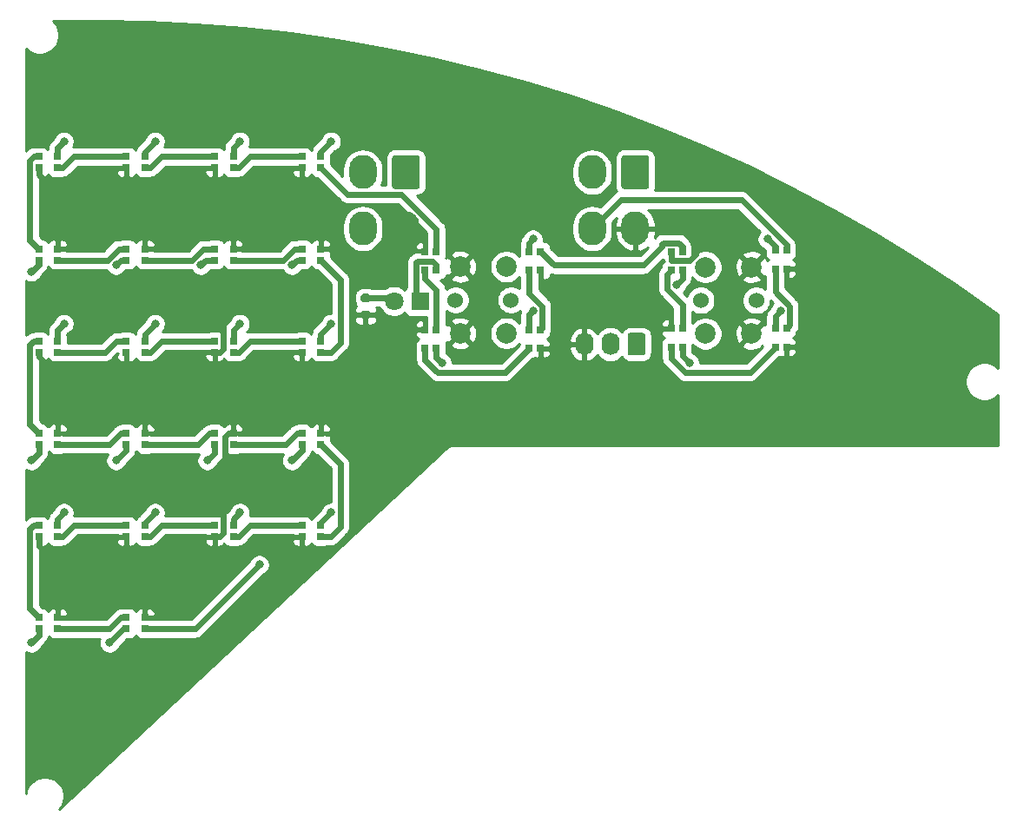
<source format=gbr>
%TF.GenerationSoftware,KiCad,Pcbnew,(5.1.9)-1*%
%TF.CreationDate,2021-09-11T23:18:36-06:00*%
%TF.ProjectId,ewi_v3,6577695f-7633-42e6-9b69-6361645f7063,rev?*%
%TF.SameCoordinates,Original*%
%TF.FileFunction,Copper,L1,Top*%
%TF.FilePolarity,Positive*%
%FSLAX46Y46*%
G04 Gerber Fmt 4.6, Leading zero omitted, Abs format (unit mm)*
G04 Created by KiCad (PCBNEW (5.1.9)-1) date 2021-09-11 23:18:36*
%MOMM*%
%LPD*%
G01*
G04 APERTURE LIST*
%TA.AperFunction,ComponentPad*%
%ADD10C,1.524000*%
%TD*%
%TA.AperFunction,ComponentPad*%
%ADD11C,2.000000*%
%TD*%
%TA.AperFunction,ComponentPad*%
%ADD12O,1.740000X2.190000*%
%TD*%
%TA.AperFunction,ComponentPad*%
%ADD13O,2.700000X3.300000*%
%TD*%
%TA.AperFunction,SMDPad,CuDef*%
%ADD14R,0.700000X0.700000*%
%TD*%
%TA.AperFunction,ComponentPad*%
%ADD15C,1.800000*%
%TD*%
%TA.AperFunction,ComponentPad*%
%ADD16R,1.800000X1.800000*%
%TD*%
%TA.AperFunction,ViaPad*%
%ADD17C,0.800000*%
%TD*%
%TA.AperFunction,Conductor*%
%ADD18C,0.609600*%
%TD*%
%TA.AperFunction,Conductor*%
%ADD19C,0.254000*%
%TD*%
%TA.AperFunction,Conductor*%
%ADD20C,0.100000*%
%TD*%
G04 APERTURE END LIST*
D10*
%TO.P,SW2,4*%
%TO.N,N/C*%
X149289049Y-85312196D03*
%TO.P,SW2,3*%
X143889049Y-85312196D03*
D11*
%TO.P,SW2,2*%
%TO.N,GND*%
X144339049Y-82062196D03*
%TO.P,SW2,1*%
%TO.N,N/C*%
X148839049Y-82062196D03*
%TO.P,SW2,2*%
%TO.N,GND*%
X144339049Y-88562196D03*
%TO.P,SW2,1*%
%TO.N,/MC_SW*%
X148839049Y-88562196D03*
%TD*%
D10*
%TO.P,SW1,4*%
%TO.N,N/C*%
X167809049Y-85352196D03*
%TO.P,SW1,3*%
X173209049Y-85352196D03*
D11*
%TO.P,SW1,2*%
%TO.N,GND*%
X172759049Y-88602196D03*
%TO.P,SW1,1*%
%TO.N,/FIRE_SW*%
X168259049Y-88602196D03*
%TO.P,SW1,2*%
%TO.N,GND*%
X172759049Y-82102196D03*
%TO.P,SW1,1*%
%TO.N,N/C*%
X168259049Y-82102196D03*
%TD*%
%TO.P,R1,2*%
%TO.N,GND*%
%TA.AperFunction,SMDPad,CuDef*%
G36*
G01*
X134854050Y-86362195D02*
X135404050Y-86362195D01*
G75*
G02*
X135604050Y-86562195I0J-200000D01*
G01*
X135604050Y-86962195D01*
G75*
G02*
X135404050Y-87162195I-200000J0D01*
G01*
X134854050Y-87162195D01*
G75*
G02*
X134654050Y-86962195I0J200000D01*
G01*
X134654050Y-86562195D01*
G75*
G02*
X134854050Y-86362195I200000J0D01*
G01*
G37*
%TD.AperFunction*%
%TO.P,R1,1*%
%TO.N,Net-(D1-Pad2)*%
%TA.AperFunction,SMDPad,CuDef*%
G36*
G01*
X134854050Y-84712195D02*
X135404050Y-84712195D01*
G75*
G02*
X135604050Y-84912195I0J-200000D01*
G01*
X135604050Y-85312195D01*
G75*
G02*
X135404050Y-85512195I-200000J0D01*
G01*
X134854050Y-85512195D01*
G75*
G02*
X134654050Y-85312195I0J200000D01*
G01*
X134654050Y-84912195D01*
G75*
G02*
X134854050Y-84712195I200000J0D01*
G01*
G37*
%TD.AperFunction*%
%TD*%
D12*
%TO.P,J3,3*%
%TO.N,GND*%
X156451300Y-89623143D03*
%TO.P,J3,2*%
%TO.N,/MC_SW*%
X158991300Y-89623143D03*
%TO.P,J3,1*%
%TO.N,/FIRE_SW*%
%TA.AperFunction,ComponentPad*%
G36*
G01*
X162401300Y-88778142D02*
X162401300Y-90468144D01*
G75*
G02*
X162151301Y-90718143I-249999J0D01*
G01*
X160911299Y-90718143D01*
G75*
G02*
X160661300Y-90468144I0J249999D01*
G01*
X160661300Y-88778142D01*
G75*
G02*
X160911299Y-88528143I249999J0D01*
G01*
X162151301Y-88528143D01*
G75*
G02*
X162401300Y-88778142I0J-249999D01*
G01*
G37*
%TD.AperFunction*%
%TD*%
D13*
%TO.P,J2,4*%
%TO.N,/DOUT*%
X134861300Y-78344144D03*
%TO.P,J2,3*%
%TO.N,GND*%
X139061300Y-78344144D03*
%TO.P,J2,2*%
%TO.N,+5V*%
X134861300Y-72844144D03*
%TO.P,J2,1*%
%TA.AperFunction,ComponentPad*%
G36*
G01*
X140411300Y-71444145D02*
X140411300Y-74244143D01*
G75*
G02*
X140161299Y-74494144I-250001J0D01*
G01*
X137961301Y-74494144D01*
G75*
G02*
X137711300Y-74244143I0J250001D01*
G01*
X137711300Y-71444145D01*
G75*
G02*
X137961301Y-71194144I250001J0D01*
G01*
X140161299Y-71194144D01*
G75*
G02*
X140411300Y-71444145I0J-250001D01*
G01*
G37*
%TD.AperFunction*%
%TD*%
%TO.P,J1,4*%
%TO.N,/DIN*%
X157213300Y-78344144D03*
%TO.P,J1,3*%
%TO.N,GND*%
X161413300Y-78344144D03*
%TO.P,J1,2*%
%TO.N,+5V*%
X157213300Y-72844144D03*
%TO.P,J1,1*%
%TA.AperFunction,ComponentPad*%
G36*
G01*
X162763300Y-71444145D02*
X162763300Y-74244143D01*
G75*
G02*
X162513299Y-74494144I-250001J0D01*
G01*
X160313301Y-74494144D01*
G75*
G02*
X160063300Y-74244143I0J250001D01*
G01*
X160063300Y-71444145D01*
G75*
G02*
X160313301Y-71194144I250001J0D01*
G01*
X162513299Y-71194144D01*
G75*
G02*
X162763300Y-71444145I0J-250001D01*
G01*
G37*
%TD.AperFunction*%
%TD*%
D14*
%TO.P,D31,4*%
%TO.N,+5V*%
X111797499Y-117392797D03*
%TO.P,D31,3*%
%TO.N,Net-(D30-Pad1)*%
X111797499Y-116292797D03*
%TO.P,D31,2*%
%TO.N,GND*%
X113627499Y-116292797D03*
%TO.P,D31,1*%
%TO.N,/DOUT*%
X113627499Y-117392797D03*
%TD*%
%TO.P,D30,4*%
%TO.N,+5V*%
X103263099Y-117392797D03*
%TO.P,D30,3*%
%TO.N,Net-(D29-Pad1)*%
X103263099Y-116292797D03*
%TO.P,D30,2*%
%TO.N,GND*%
X105093099Y-116292797D03*
%TO.P,D30,1*%
%TO.N,Net-(D30-Pad1)*%
X105093099Y-117392797D03*
%TD*%
%TO.P,D29,4*%
%TO.N,+5V*%
X105093099Y-107301197D03*
%TO.P,D29,3*%
%TO.N,Net-(D28-Pad1)*%
X105093099Y-108401197D03*
%TO.P,D29,2*%
%TO.N,GND*%
X103263099Y-108401197D03*
%TO.P,D29,1*%
%TO.N,Net-(D29-Pad1)*%
X103263099Y-107301197D03*
%TD*%
%TO.P,D28,4*%
%TO.N,+5V*%
X113627499Y-107301197D03*
%TO.P,D28,3*%
%TO.N,Net-(D27-Pad1)*%
X113627499Y-108401197D03*
%TO.P,D28,2*%
%TO.N,GND*%
X111797499Y-108401197D03*
%TO.P,D28,1*%
%TO.N,Net-(D28-Pad1)*%
X111797499Y-107301197D03*
%TD*%
%TO.P,D27,4*%
%TO.N,+5V*%
X122238099Y-107301197D03*
%TO.P,D27,3*%
%TO.N,Net-(D26-Pad1)*%
X122238099Y-108401197D03*
%TO.P,D27,2*%
%TO.N,GND*%
X120408099Y-108401197D03*
%TO.P,D27,1*%
%TO.N,Net-(D27-Pad1)*%
X120408099Y-107301197D03*
%TD*%
%TO.P,D26,4*%
%TO.N,+5V*%
X130772499Y-107301197D03*
%TO.P,D26,3*%
%TO.N,/DOUT3*%
X130772499Y-108401197D03*
%TO.P,D26,2*%
%TO.N,GND*%
X128942499Y-108401197D03*
%TO.P,D26,1*%
%TO.N,Net-(D26-Pad1)*%
X128942499Y-107301197D03*
%TD*%
%TO.P,D25,4*%
%TO.N,+5V*%
X128942499Y-99409597D03*
%TO.P,D25,3*%
%TO.N,Net-(D24-Pad1)*%
X128942499Y-98309597D03*
%TO.P,D25,2*%
%TO.N,GND*%
X130772499Y-98309597D03*
%TO.P,D25,1*%
%TO.N,/DOUT3*%
X130772499Y-99409597D03*
%TD*%
%TO.P,D24,4*%
%TO.N,+5V*%
X120408099Y-99409597D03*
%TO.P,D24,3*%
%TO.N,Net-(D23-Pad1)*%
X120408099Y-98309597D03*
%TO.P,D24,2*%
%TO.N,GND*%
X122238099Y-98309597D03*
%TO.P,D24,1*%
%TO.N,Net-(D24-Pad1)*%
X122238099Y-99409597D03*
%TD*%
%TO.P,D23,4*%
%TO.N,+5V*%
X111797499Y-99409597D03*
%TO.P,D23,3*%
%TO.N,Net-(D22-Pad1)*%
X111797499Y-98309597D03*
%TO.P,D23,2*%
%TO.N,GND*%
X113627499Y-98309597D03*
%TO.P,D23,1*%
%TO.N,Net-(D23-Pad1)*%
X113627499Y-99409597D03*
%TD*%
%TO.P,D22,4*%
%TO.N,+5V*%
X103263099Y-99409597D03*
%TO.P,D22,3*%
%TO.N,Net-(D21-Pad1)*%
X103263099Y-98309597D03*
%TO.P,D22,2*%
%TO.N,GND*%
X105093099Y-98309597D03*
%TO.P,D22,1*%
%TO.N,Net-(D22-Pad1)*%
X105093099Y-99409597D03*
%TD*%
%TO.P,D21,4*%
%TO.N,+5V*%
X105093099Y-89317997D03*
%TO.P,D21,3*%
%TO.N,Net-(D20-Pad1)*%
X105093099Y-90417997D03*
%TO.P,D21,2*%
%TO.N,GND*%
X103263099Y-90417997D03*
%TO.P,D21,1*%
%TO.N,Net-(D21-Pad1)*%
X103263099Y-89317997D03*
%TD*%
%TO.P,D20,4*%
%TO.N,+5V*%
X113627499Y-89317997D03*
%TO.P,D20,3*%
%TO.N,Net-(D19-Pad1)*%
X113627499Y-90417997D03*
%TO.P,D20,2*%
%TO.N,GND*%
X111797499Y-90417997D03*
%TO.P,D20,1*%
%TO.N,Net-(D20-Pad1)*%
X111797499Y-89317997D03*
%TD*%
%TO.P,D19,4*%
%TO.N,+5V*%
X122238099Y-89317997D03*
%TO.P,D19,3*%
%TO.N,Net-(D18-Pad1)*%
X122238099Y-90417997D03*
%TO.P,D19,2*%
%TO.N,GND*%
X120408099Y-90417997D03*
%TO.P,D19,1*%
%TO.N,Net-(D19-Pad1)*%
X120408099Y-89317997D03*
%TD*%
%TO.P,D18,4*%
%TO.N,+5V*%
X130772499Y-89317997D03*
%TO.P,D18,3*%
%TO.N,/DOUT2*%
X130772499Y-90417997D03*
%TO.P,D18,2*%
%TO.N,GND*%
X128942499Y-90417997D03*
%TO.P,D18,1*%
%TO.N,Net-(D18-Pad1)*%
X128942499Y-89317997D03*
%TD*%
%TO.P,D17,4*%
%TO.N,+5V*%
X128942499Y-81426398D03*
%TO.P,D17,3*%
%TO.N,Net-(D16-Pad1)*%
X128942499Y-80326398D03*
%TO.P,D17,2*%
%TO.N,GND*%
X130772499Y-80326398D03*
%TO.P,D17,1*%
%TO.N,/DOUT2*%
X130772499Y-81426398D03*
%TD*%
%TO.P,D16,4*%
%TO.N,+5V*%
X120408099Y-81426398D03*
%TO.P,D16,3*%
%TO.N,Net-(D15-Pad1)*%
X120408099Y-80326398D03*
%TO.P,D16,2*%
%TO.N,GND*%
X122238099Y-80326398D03*
%TO.P,D16,1*%
%TO.N,Net-(D16-Pad1)*%
X122238099Y-81426398D03*
%TD*%
%TO.P,D15,4*%
%TO.N,+5V*%
X111797499Y-81426398D03*
%TO.P,D15,3*%
%TO.N,Net-(D14-Pad1)*%
X111797499Y-80326398D03*
%TO.P,D15,2*%
%TO.N,GND*%
X113627499Y-80326398D03*
%TO.P,D15,1*%
%TO.N,Net-(D15-Pad1)*%
X113627499Y-81426398D03*
%TD*%
%TO.P,D14,4*%
%TO.N,+5V*%
X103263099Y-81426398D03*
%TO.P,D14,3*%
%TO.N,Net-(D13-Pad1)*%
X103263099Y-80326398D03*
%TO.P,D14,2*%
%TO.N,GND*%
X105093099Y-80326398D03*
%TO.P,D14,1*%
%TO.N,Net-(D14-Pad1)*%
X105093099Y-81426398D03*
%TD*%
%TO.P,D13,4*%
%TO.N,+5V*%
X105093099Y-71334798D03*
%TO.P,D13,3*%
%TO.N,Net-(D12-Pad1)*%
X105093099Y-72434798D03*
%TO.P,D13,2*%
%TO.N,GND*%
X103263099Y-72434798D03*
%TO.P,D13,1*%
%TO.N,Net-(D13-Pad1)*%
X103263099Y-71334798D03*
%TD*%
%TO.P,D12,4*%
%TO.N,+5V*%
X113627499Y-71334798D03*
%TO.P,D12,3*%
%TO.N,Net-(D11-Pad1)*%
X113627499Y-72434798D03*
%TO.P,D12,2*%
%TO.N,GND*%
X111797499Y-72434798D03*
%TO.P,D12,1*%
%TO.N,Net-(D12-Pad1)*%
X111797499Y-71334798D03*
%TD*%
%TO.P,D11,4*%
%TO.N,+5V*%
X122238099Y-71334797D03*
%TO.P,D11,3*%
%TO.N,Net-(D10-Pad1)*%
X122238099Y-72434797D03*
%TO.P,D11,2*%
%TO.N,GND*%
X120408099Y-72434797D03*
%TO.P,D11,1*%
%TO.N,Net-(D11-Pad1)*%
X120408099Y-71334797D03*
%TD*%
%TO.P,D10,4*%
%TO.N,+5V*%
X130772499Y-71334797D03*
%TO.P,D10,3*%
%TO.N,/DOUT1*%
X130772499Y-72434797D03*
%TO.P,D10,2*%
%TO.N,GND*%
X128942499Y-72434797D03*
%TO.P,D10,1*%
%TO.N,Net-(D10-Pad1)*%
X128942499Y-71334797D03*
%TD*%
%TO.P,D9,4*%
%TO.N,+5V*%
X142029050Y-82407195D03*
%TO.P,D9,3*%
%TO.N,Net-(D8-Pad1)*%
X140929050Y-82407195D03*
%TO.P,D9,2*%
%TO.N,GND*%
X140929050Y-80577195D03*
%TO.P,D9,1*%
%TO.N,/DOUT1*%
X142029050Y-80577195D03*
%TD*%
%TO.P,D8,4*%
%TO.N,+5V*%
X142029050Y-90027195D03*
%TO.P,D8,3*%
%TO.N,Net-(D7-Pad1)*%
X140929050Y-90027195D03*
%TO.P,D8,2*%
%TO.N,GND*%
X140929050Y-88197195D03*
%TO.P,D8,1*%
%TO.N,Net-(D8-Pad1)*%
X142029050Y-88197195D03*
%TD*%
%TO.P,D7,4*%
%TO.N,+5V*%
X151089050Y-88197195D03*
%TO.P,D7,3*%
%TO.N,Net-(D6-Pad1)*%
X152189050Y-88197195D03*
%TO.P,D7,2*%
%TO.N,GND*%
X152189050Y-90027195D03*
%TO.P,D7,1*%
%TO.N,Net-(D7-Pad1)*%
X151089050Y-90027195D03*
%TD*%
%TO.P,D6,4*%
%TO.N,+5V*%
X151089050Y-80577195D03*
%TO.P,D6,3*%
%TO.N,Net-(D5-Pad1)*%
X152189050Y-80577195D03*
%TO.P,D6,2*%
%TO.N,GND*%
X152189050Y-82407195D03*
%TO.P,D6,1*%
%TO.N,Net-(D6-Pad1)*%
X151089050Y-82407195D03*
%TD*%
%TO.P,D5,4*%
%TO.N,+5V*%
X165999050Y-82417195D03*
%TO.P,D5,3*%
%TO.N,Net-(D4-Pad1)*%
X164899050Y-82417195D03*
%TO.P,D5,2*%
%TO.N,GND*%
X164899050Y-80587195D03*
%TO.P,D5,1*%
%TO.N,Net-(D5-Pad1)*%
X165999050Y-80587195D03*
%TD*%
%TO.P,D4,4*%
%TO.N,+5V*%
X165999049Y-89907139D03*
%TO.P,D4,3*%
%TO.N,Net-(D3-Pad1)*%
X164899049Y-89907139D03*
%TO.P,D4,2*%
%TO.N,GND*%
X164899049Y-88077139D03*
%TO.P,D4,1*%
%TO.N,Net-(D4-Pad1)*%
X165999049Y-88077139D03*
%TD*%
%TO.P,D3,4*%
%TO.N,+5V*%
X175059049Y-88077139D03*
%TO.P,D3,3*%
%TO.N,Net-(D2-Pad1)*%
X176159049Y-88077139D03*
%TO.P,D3,2*%
%TO.N,GND*%
X176159049Y-89907139D03*
%TO.P,D3,1*%
%TO.N,Net-(D3-Pad1)*%
X175059049Y-89907139D03*
%TD*%
%TO.P,D2,4*%
%TO.N,+5V*%
X175059049Y-80457139D03*
%TO.P,D2,3*%
%TO.N,/DIN*%
X176159049Y-80457139D03*
%TO.P,D2,2*%
%TO.N,GND*%
X176159049Y-82287139D03*
%TO.P,D2,1*%
%TO.N,Net-(D2-Pad1)*%
X175059049Y-82287139D03*
%TD*%
D15*
%TO.P,D1,2*%
%TO.N,Net-(D1-Pad2)*%
X137909300Y-85432143D03*
D16*
%TO.P,D1,1*%
%TO.N,+5V*%
X140449300Y-85432143D03*
%TD*%
D17*
%TO.N,GND*%
X145073300Y-69876996D03*
X145073300Y-71146996D03*
X145073300Y-72416996D03*
%TO.N,+5V*%
X142557499Y-91442797D03*
X151447499Y-79377797D03*
X110172499Y-118747797D03*
X102552499Y-118747797D03*
X105727499Y-106047797D03*
X114617499Y-106047797D03*
X122872499Y-106047797D03*
X131762499Y-106047797D03*
X127952499Y-100967797D03*
X119697499Y-100967797D03*
X110807499Y-100967797D03*
X102552499Y-100967797D03*
X105727499Y-87632797D03*
X114617499Y-87632797D03*
X122872499Y-87632797D03*
X131762499Y-87632797D03*
X127952499Y-81917797D03*
X119062499Y-81917797D03*
X110807499Y-81917797D03*
X102552499Y-82552797D03*
X105727499Y-69852797D03*
X114617499Y-69852797D03*
X122872499Y-69852797D03*
X131762499Y-69852797D03*
X151447499Y-86362797D03*
X165417499Y-83822797D03*
X166687499Y-91442797D03*
X175577499Y-86362797D03*
X174307499Y-79377797D03*
%TO.N,/DOUT*%
X124777499Y-111127797D03*
%TD*%
D18*
%TO.N,GND*%
X164899050Y-80587195D02*
X164899050Y-81399348D01*
X166752891Y-81441996D02*
X167322499Y-80872388D01*
X164941698Y-81441996D02*
X166752891Y-81441996D01*
X164899050Y-81399348D02*
X164941698Y-81441996D01*
X167322499Y-80872388D02*
X167322499Y-80012797D01*
X103263099Y-72434798D02*
X103263099Y-73103397D01*
X103263099Y-73103397D02*
X103822499Y-73662797D01*
X103263099Y-90417997D02*
X103263099Y-90883397D01*
X103263099Y-90883397D02*
X104457499Y-92077797D01*
X103263099Y-108401197D02*
X103263099Y-109298397D01*
X103263099Y-109298397D02*
X104457499Y-110492797D01*
X121262900Y-108055038D02*
X121262900Y-105073198D01*
X120916741Y-108401197D02*
X121262900Y-108055038D01*
X120408099Y-108401197D02*
X120916741Y-108401197D01*
X121262900Y-105073198D02*
X120967499Y-104777797D01*
X121383298Y-98655756D02*
X121383298Y-100748596D01*
X121729457Y-98309597D02*
X121383298Y-98655756D01*
X122238099Y-98309597D02*
X121729457Y-98309597D01*
X121383298Y-100748596D02*
X121602499Y-100967797D01*
X121262900Y-90071838D02*
X121262900Y-86023198D01*
X120916741Y-90417997D02*
X121262900Y-90071838D01*
X120408099Y-90417997D02*
X120916741Y-90417997D01*
X121262900Y-86023198D02*
X120967499Y-85727797D01*
%TO.N,+5V*%
X140074249Y-85057092D02*
X140449300Y-85432143D01*
X140074249Y-81653354D02*
X140074249Y-85057092D01*
X140175209Y-81552394D02*
X140074249Y-81653354D01*
X141682891Y-81552394D02*
X140175209Y-81552394D01*
X142029050Y-81898553D02*
X141682891Y-81552394D01*
X142029050Y-82407195D02*
X142029050Y-81898553D01*
X142029050Y-90914348D02*
X142557499Y-91442797D01*
X142029050Y-90027195D02*
X142029050Y-90914348D01*
X151089050Y-79736246D02*
X151447499Y-79377797D01*
X151089050Y-80577195D02*
X151089050Y-79736246D01*
X111527499Y-117392797D02*
X110172499Y-118747797D01*
X111797499Y-117392797D02*
X111527499Y-117392797D01*
X103263099Y-118037197D02*
X102552499Y-118747797D01*
X103263099Y-117392797D02*
X103263099Y-118037197D01*
X105093099Y-106682197D02*
X105727499Y-106047797D01*
X105093099Y-107301197D02*
X105093099Y-106682197D01*
X113627499Y-107037797D02*
X114617499Y-106047797D01*
X113627499Y-107301197D02*
X113627499Y-107037797D01*
X122238099Y-106682197D02*
X122872499Y-106047797D01*
X122238099Y-107301197D02*
X122238099Y-106682197D01*
X130772499Y-107037797D02*
X131762499Y-106047797D01*
X130772499Y-107301197D02*
X130772499Y-107037797D01*
X128942499Y-99977797D02*
X127952499Y-100967797D01*
X128942499Y-99409597D02*
X128942499Y-99977797D01*
X120408099Y-100257197D02*
X119697499Y-100967797D01*
X120408099Y-99409597D02*
X120408099Y-100257197D01*
X111797499Y-99977797D02*
X110807499Y-100967797D01*
X111797499Y-99409597D02*
X111797499Y-99977797D01*
X103263099Y-100257197D02*
X102552499Y-100967797D01*
X103263099Y-99409597D02*
X103263099Y-100257197D01*
X105093099Y-88267197D02*
X105727499Y-87632797D01*
X105093099Y-89317997D02*
X105093099Y-88267197D01*
X113627499Y-88622797D02*
X114617499Y-87632797D01*
X113627499Y-89317997D02*
X113627499Y-88622797D01*
X122238099Y-88267197D02*
X122872499Y-87632797D01*
X122238099Y-89317997D02*
X122238099Y-88267197D01*
X130772499Y-88622797D02*
X131762499Y-87632797D01*
X130772499Y-89317997D02*
X130772499Y-88622797D01*
X128443898Y-81426398D02*
X127952499Y-81917797D01*
X128942499Y-81426398D02*
X128443898Y-81426398D01*
X119553898Y-81426398D02*
X119062499Y-81917797D01*
X120408099Y-81426398D02*
X119553898Y-81426398D01*
X111298898Y-81426398D02*
X110807499Y-81917797D01*
X111797499Y-81426398D02*
X111298898Y-81426398D01*
X103263099Y-81426398D02*
X103263099Y-81842197D01*
X103263099Y-81842197D02*
X102552499Y-82552797D01*
X105093099Y-70487197D02*
X105727499Y-69852797D01*
X105093099Y-71334798D02*
X105093099Y-70487197D01*
X113627499Y-70842797D02*
X114617499Y-69852797D01*
X113627499Y-71334798D02*
X113627499Y-70842797D01*
X122238099Y-70487197D02*
X122872499Y-69852797D01*
X122238099Y-71334797D02*
X122238099Y-70487197D01*
X130772499Y-70842797D02*
X131762499Y-69852797D01*
X130772499Y-71334797D02*
X130772499Y-70842797D01*
X151089050Y-86721246D02*
X151447499Y-86362797D01*
X151089050Y-88197195D02*
X151089050Y-86721246D01*
X165999050Y-83241246D02*
X165417499Y-83822797D01*
X165999050Y-82417195D02*
X165999050Y-83241246D01*
X165999049Y-90754347D02*
X166687499Y-91442797D01*
X165999049Y-89907139D02*
X165999049Y-90754347D01*
X175059049Y-86881247D02*
X175577499Y-86362797D01*
X175059049Y-88077139D02*
X175059049Y-86881247D01*
X175059049Y-80129347D02*
X174307499Y-79377797D01*
X175059049Y-80457139D02*
X175059049Y-80129347D01*
%TO.N,Net-(D1-Pad2)*%
X137589352Y-85112195D02*
X137909300Y-85432143D01*
X135129050Y-85112195D02*
X137589352Y-85112195D01*
%TO.N,/DIN*%
X176159049Y-79948497D02*
X176159049Y-80457139D01*
X171778349Y-75567797D02*
X176159049Y-79948497D01*
X159989647Y-75567797D02*
X171778349Y-75567797D01*
X157213300Y-78344144D02*
X159989647Y-75567797D01*
%TO.N,Net-(D2-Pad1)*%
X175059049Y-84505239D02*
X176482301Y-85928491D01*
X175059049Y-82287139D02*
X175059049Y-84505239D01*
X176482301Y-85928491D02*
X176482301Y-87753887D01*
X176482301Y-87753887D02*
X176159049Y-88077139D01*
%TO.N,Net-(D3-Pad1)*%
X172618589Y-92347599D02*
X175059049Y-89907139D01*
X164899049Y-89907139D02*
X164899049Y-90993455D01*
X164899049Y-90993455D02*
X166253193Y-92347599D01*
X166253193Y-92347599D02*
X172618589Y-92347599D01*
%TO.N,Net-(D4-Pad1)*%
X165999049Y-88077139D02*
X165999049Y-85743455D01*
X165999049Y-85743455D02*
X164512697Y-84257103D01*
X164512697Y-84257103D02*
X164512697Y-82803548D01*
X164512697Y-82803548D02*
X164899050Y-82417195D01*
%TO.N,Net-(D5-Pad1)*%
X153529652Y-81917797D02*
X152189050Y-80577195D01*
X164044249Y-80116047D02*
X162242499Y-81917797D01*
X164044249Y-79833354D02*
X164044249Y-80116047D01*
X164145209Y-79732394D02*
X164044249Y-79833354D01*
X165652891Y-79732394D02*
X164145209Y-79732394D01*
X162242499Y-81917797D02*
X153529652Y-81917797D01*
X165999050Y-80078553D02*
X165652891Y-79732394D01*
X165999050Y-80587195D02*
X165999050Y-80078553D01*
%TO.N,Net-(D6-Pad1)*%
X151089050Y-84665240D02*
X152352301Y-85928491D01*
X152352301Y-85928491D02*
X152352301Y-88033944D01*
X152352301Y-88033944D02*
X152189050Y-88197195D01*
X151089050Y-82407195D02*
X151089050Y-84665240D01*
%TO.N,Net-(D7-Pad1)*%
X140929050Y-91153456D02*
X140929050Y-90027195D01*
X151089050Y-90027195D02*
X148768646Y-92347599D01*
X148768646Y-92347599D02*
X142123193Y-92347599D01*
X142123193Y-92347599D02*
X140929050Y-91153456D01*
%TO.N,Net-(D8-Pad1)*%
X140929050Y-83203251D02*
X140929050Y-82407195D01*
X142029050Y-84303251D02*
X140929050Y-83203251D01*
X142029050Y-88197195D02*
X142029050Y-84303251D01*
%TO.N,/DOUT1*%
X133336656Y-74998954D02*
X130772499Y-72434797D01*
X138639207Y-74998954D02*
X133336656Y-74998954D01*
X142029050Y-78388797D02*
X138639207Y-74998954D01*
X142029050Y-80577195D02*
X142029050Y-78388797D01*
%TO.N,Net-(D10-Pad1)*%
X122746741Y-72434797D02*
X122238099Y-72434797D01*
X123846741Y-71334797D02*
X122746741Y-72434797D01*
X128942499Y-71334797D02*
X123846741Y-71334797D01*
%TO.N,Net-(D11-Pad1)*%
X114136141Y-72434798D02*
X113627499Y-72434798D01*
X115236142Y-71334797D02*
X114136141Y-72434798D01*
X120408099Y-71334797D02*
X115236142Y-71334797D01*
%TO.N,Net-(D12-Pad1)*%
X105601741Y-72434798D02*
X105093099Y-72434798D01*
X106701741Y-71334798D02*
X105601741Y-72434798D01*
X111797499Y-71334798D02*
X106701741Y-71334798D01*
%TO.N,Net-(D13-Pad1)*%
X102408298Y-79471597D02*
X103263099Y-80326398D01*
X102408298Y-71680957D02*
X102408298Y-79471597D01*
X102754457Y-71334798D02*
X102408298Y-71680957D01*
X103263099Y-71334798D02*
X102754457Y-71334798D01*
%TO.N,Net-(D14-Pad1)*%
X105093099Y-81426398D02*
X109959790Y-81426398D01*
X109959790Y-81426398D02*
X111059790Y-80326398D01*
X111059790Y-80326398D02*
X111797499Y-80326398D01*
%TO.N,Net-(D15-Pad1)*%
X118214790Y-81426398D02*
X119314790Y-80326398D01*
X113627499Y-81426398D02*
X118214790Y-81426398D01*
X119314790Y-80326398D02*
X120408099Y-80326398D01*
%TO.N,Net-(D16-Pad1)*%
X122238099Y-81426398D02*
X127104790Y-81426398D01*
X127104790Y-81426398D02*
X128204790Y-80326398D01*
X128204790Y-80326398D02*
X128942499Y-80326398D01*
%TO.N,/DOUT2*%
X132667301Y-83321200D02*
X132667301Y-89482795D01*
X130772499Y-81426398D02*
X132667301Y-83321200D01*
X132667301Y-89482795D02*
X131732099Y-90417997D01*
X131732099Y-90417997D02*
X130772499Y-90417997D01*
%TO.N,Net-(D18-Pad1)*%
X122746741Y-90417997D02*
X122238099Y-90417997D01*
X123846741Y-89317997D02*
X122746741Y-90417997D01*
X128942499Y-89317997D02*
X123846741Y-89317997D01*
%TO.N,Net-(D19-Pad1)*%
X114136141Y-90417997D02*
X113627499Y-90417997D01*
X115236141Y-89317997D02*
X114136141Y-90417997D01*
X120408099Y-89317997D02*
X115236141Y-89317997D01*
%TO.N,Net-(D20-Pad1)*%
X109737899Y-90417997D02*
X105093099Y-90417997D01*
X110837899Y-89317997D02*
X109737899Y-90417997D01*
X111797499Y-89317997D02*
X110837899Y-89317997D01*
%TO.N,Net-(D21-Pad1)*%
X102408298Y-97454796D02*
X103263099Y-98309597D01*
X102408298Y-89664156D02*
X102408298Y-97454796D01*
X102754457Y-89317997D02*
X102408298Y-89664156D01*
X103263099Y-89317997D02*
X102754457Y-89317997D01*
%TO.N,Net-(D22-Pad1)*%
X111288857Y-98309597D02*
X111797499Y-98309597D01*
X110188857Y-99409597D02*
X111288857Y-98309597D01*
X105093099Y-99409597D02*
X110188857Y-99409597D01*
%TO.N,Net-(D23-Pad1)*%
X119899457Y-98309597D02*
X120408099Y-98309597D01*
X118799457Y-99409597D02*
X119899457Y-98309597D01*
X113627499Y-99409597D02*
X118799457Y-99409597D01*
%TO.N,Net-(D24-Pad1)*%
X128433857Y-98309597D02*
X128942499Y-98309597D01*
X127333857Y-99409597D02*
X128433857Y-98309597D01*
X122238099Y-99409597D02*
X127333857Y-99409597D01*
%TO.N,/DOUT3*%
X130772499Y-99409597D02*
X132667301Y-101304399D01*
X132667301Y-101304399D02*
X132667301Y-107465995D01*
X132667301Y-107465995D02*
X131732099Y-108401197D01*
X131732099Y-108401197D02*
X130772499Y-108401197D01*
%TO.N,Net-(D26-Pad1)*%
X122746741Y-108401197D02*
X122238099Y-108401197D01*
X123846741Y-107301197D02*
X122746741Y-108401197D01*
X128942499Y-107301197D02*
X123846741Y-107301197D01*
%TO.N,Net-(D27-Pad1)*%
X114136141Y-108401197D02*
X113627499Y-108401197D01*
X115236141Y-107301197D02*
X114136141Y-108401197D01*
X120408099Y-107301197D02*
X115236141Y-107301197D01*
%TO.N,Net-(D28-Pad1)*%
X105601741Y-108401197D02*
X105093099Y-108401197D01*
X106701741Y-107301197D02*
X105601741Y-108401197D01*
X111797499Y-107301197D02*
X106701741Y-107301197D01*
%TO.N,Net-(D29-Pad1)*%
X102408298Y-115437996D02*
X103263099Y-116292797D01*
X102408298Y-107647356D02*
X102408298Y-115437996D01*
X102754457Y-107301197D02*
X102408298Y-107647356D01*
X103263099Y-107301197D02*
X102754457Y-107301197D01*
%TO.N,Net-(D30-Pad1)*%
X111288857Y-116292797D02*
X111797499Y-116292797D01*
X110188857Y-117392797D02*
X111288857Y-116292797D01*
X105093099Y-117392797D02*
X110188857Y-117392797D01*
%TO.N,/DOUT*%
X118512499Y-117392797D02*
X124777499Y-111127797D01*
X113627499Y-117392797D02*
X118512499Y-117392797D01*
%TD*%
D19*
%TO.N,GND*%
X113873859Y-58203688D02*
X118535771Y-58423537D01*
X123188485Y-58789714D01*
X127827402Y-59301855D01*
X132447991Y-59959462D01*
X137045587Y-60761871D01*
X141615736Y-61708304D01*
X146153886Y-62797817D01*
X150655608Y-64029349D01*
X155116381Y-65401662D01*
X159531862Y-66913419D01*
X163897674Y-68563122D01*
X168209527Y-70349149D01*
X172463169Y-72269742D01*
X176654361Y-74322985D01*
X180778982Y-76506860D01*
X184832993Y-78819227D01*
X188812371Y-81257793D01*
X192713174Y-83820142D01*
X196535183Y-86506294D01*
X196812298Y-86708603D01*
X196812298Y-91979865D01*
X196641916Y-91809483D01*
X196333180Y-91603192D01*
X195990132Y-91461097D01*
X195625954Y-91388658D01*
X195254642Y-91388658D01*
X194890464Y-91461097D01*
X194547416Y-91603192D01*
X194238680Y-91809483D01*
X193976123Y-92072040D01*
X193769832Y-92380776D01*
X193627737Y-92723824D01*
X193555298Y-93088002D01*
X193555298Y-93459314D01*
X193627737Y-93823492D01*
X193769832Y-94166540D01*
X193976123Y-94475276D01*
X194238680Y-94737833D01*
X194547416Y-94944124D01*
X194890464Y-95086219D01*
X195254642Y-95158658D01*
X195625954Y-95158658D01*
X195990132Y-95086219D01*
X196333180Y-94944124D01*
X196641916Y-94737833D01*
X196812299Y-94567450D01*
X196812299Y-99514047D01*
X143559885Y-99514047D01*
X143538945Y-99511251D01*
X143495042Y-99514047D01*
X143483602Y-99514047D01*
X143462669Y-99516109D01*
X143409199Y-99519514D01*
X143398088Y-99522469D01*
X143386638Y-99523597D01*
X143335333Y-99539160D01*
X143283559Y-99552931D01*
X143273237Y-99557997D01*
X143262228Y-99561337D01*
X143214958Y-99586603D01*
X143166851Y-99610216D01*
X143157713Y-99617201D01*
X143147571Y-99622622D01*
X143106153Y-99656613D01*
X143089443Y-99669386D01*
X143081078Y-99677191D01*
X143047073Y-99705099D01*
X143033672Y-99721428D01*
X105285428Y-134945808D01*
X105337474Y-134893762D01*
X105543765Y-134585026D01*
X105685860Y-134241978D01*
X105758299Y-133877800D01*
X105758299Y-133506488D01*
X105685860Y-133142310D01*
X105543765Y-132799262D01*
X105337474Y-132490526D01*
X105074917Y-132227969D01*
X104766181Y-132021678D01*
X104423133Y-131879583D01*
X104058955Y-131807144D01*
X103687643Y-131807144D01*
X103323465Y-131879583D01*
X102980417Y-132021678D01*
X102671681Y-132227969D01*
X102409124Y-132490526D01*
X102202833Y-132799262D01*
X102060738Y-133142310D01*
X101993299Y-133481351D01*
X101993299Y-119618935D01*
X102062243Y-119665002D01*
X102250601Y-119743023D01*
X102450560Y-119782797D01*
X102654438Y-119782797D01*
X102854397Y-119743023D01*
X103042755Y-119665002D01*
X103212273Y-119551734D01*
X103356436Y-119407571D01*
X103469704Y-119238053D01*
X103525131Y-119104242D01*
X103894994Y-118734380D01*
X103930853Y-118704951D01*
X103979350Y-118645858D01*
X104048295Y-118561849D01*
X104135561Y-118398584D01*
X104135562Y-118398583D01*
X104189301Y-118221430D01*
X104202899Y-118083364D01*
X104202899Y-118083355D01*
X104203243Y-118079858D01*
X104212562Y-118097291D01*
X104291914Y-118193982D01*
X104388605Y-118273334D01*
X104498919Y-118332299D01*
X104618617Y-118368609D01*
X104743099Y-118380869D01*
X105443099Y-118380869D01*
X105567581Y-118368609D01*
X105686297Y-118332597D01*
X109224205Y-118332597D01*
X109177273Y-118445899D01*
X109137499Y-118645858D01*
X109137499Y-118849736D01*
X109177273Y-119049695D01*
X109255294Y-119238053D01*
X109368562Y-119407571D01*
X109512725Y-119551734D01*
X109682243Y-119665002D01*
X109870601Y-119743023D01*
X110070560Y-119782797D01*
X110274438Y-119782797D01*
X110474397Y-119743023D01*
X110662755Y-119665002D01*
X110832273Y-119551734D01*
X110976436Y-119407571D01*
X111089704Y-119238053D01*
X111145131Y-119104242D01*
X111868504Y-118380869D01*
X112147499Y-118380869D01*
X112271981Y-118368609D01*
X112391679Y-118332299D01*
X112501993Y-118273334D01*
X112598684Y-118193982D01*
X112678036Y-118097291D01*
X112712499Y-118032816D01*
X112746962Y-118097291D01*
X112826314Y-118193982D01*
X112923005Y-118273334D01*
X113033319Y-118332299D01*
X113153017Y-118368609D01*
X113277499Y-118380869D01*
X113977499Y-118380869D01*
X114101981Y-118368609D01*
X114220697Y-118332597D01*
X118466342Y-118332597D01*
X118512499Y-118337143D01*
X118558656Y-118332597D01*
X118558666Y-118332597D01*
X118696732Y-118318999D01*
X118873885Y-118265260D01*
X119037150Y-118177993D01*
X119180253Y-118060551D01*
X119209690Y-118024682D01*
X125133944Y-112100429D01*
X125267755Y-112045002D01*
X125437273Y-111931734D01*
X125581436Y-111787571D01*
X125694704Y-111618053D01*
X125772725Y-111429695D01*
X125812499Y-111229736D01*
X125812499Y-111025858D01*
X125772725Y-110825899D01*
X125694704Y-110637541D01*
X125581436Y-110468023D01*
X125437273Y-110323860D01*
X125267755Y-110210592D01*
X125079397Y-110132571D01*
X124879438Y-110092797D01*
X124675560Y-110092797D01*
X124475601Y-110132571D01*
X124287243Y-110210592D01*
X124117725Y-110323860D01*
X123973562Y-110468023D01*
X123860294Y-110637541D01*
X123804867Y-110771352D01*
X118123223Y-116452997D01*
X114486949Y-116452997D01*
X114453749Y-116419797D01*
X114111251Y-116419797D01*
X114101981Y-116416985D01*
X113977499Y-116404725D01*
X113480499Y-116404725D01*
X113480499Y-116165797D01*
X113500499Y-116165797D01*
X113500499Y-115466547D01*
X113754499Y-115466547D01*
X113754499Y-116165797D01*
X114453749Y-116165797D01*
X114612499Y-116007047D01*
X114615571Y-115942797D01*
X114603311Y-115818315D01*
X114567001Y-115698617D01*
X114508036Y-115588303D01*
X114428684Y-115491612D01*
X114331993Y-115412260D01*
X114221679Y-115353295D01*
X114101981Y-115316985D01*
X113977499Y-115304725D01*
X113913249Y-115307797D01*
X113754499Y-115466547D01*
X113500499Y-115466547D01*
X113341749Y-115307797D01*
X113277499Y-115304725D01*
X113153017Y-115316985D01*
X113033319Y-115353295D01*
X112923005Y-115412260D01*
X112826314Y-115491612D01*
X112746962Y-115588303D01*
X112712499Y-115652778D01*
X112678036Y-115588303D01*
X112598684Y-115491612D01*
X112501993Y-115412260D01*
X112391679Y-115353295D01*
X112271981Y-115316985D01*
X112147499Y-115304725D01*
X111447499Y-115304725D01*
X111323017Y-115316985D01*
X111203319Y-115353295D01*
X111195109Y-115357683D01*
X111104624Y-115366595D01*
X110927471Y-115420334D01*
X110764205Y-115507601D01*
X110656963Y-115595613D01*
X110621103Y-115625043D01*
X110591674Y-115660902D01*
X109799580Y-116452997D01*
X105952549Y-116452997D01*
X105919349Y-116419797D01*
X105576851Y-116419797D01*
X105567581Y-116416985D01*
X105443099Y-116404725D01*
X104946099Y-116404725D01*
X104946099Y-116165797D01*
X104966099Y-116165797D01*
X104966099Y-115466547D01*
X105220099Y-115466547D01*
X105220099Y-116165797D01*
X105919349Y-116165797D01*
X106078099Y-116007047D01*
X106081171Y-115942797D01*
X106068911Y-115818315D01*
X106032601Y-115698617D01*
X105973636Y-115588303D01*
X105894284Y-115491612D01*
X105797593Y-115412260D01*
X105687279Y-115353295D01*
X105567581Y-115316985D01*
X105443099Y-115304725D01*
X105378849Y-115307797D01*
X105220099Y-115466547D01*
X104966099Y-115466547D01*
X104807349Y-115307797D01*
X104743099Y-115304725D01*
X104618617Y-115316985D01*
X104498919Y-115353295D01*
X104388605Y-115412260D01*
X104291914Y-115491612D01*
X104212562Y-115588303D01*
X104178099Y-115652778D01*
X104143636Y-115588303D01*
X104064284Y-115491612D01*
X103967593Y-115412260D01*
X103857279Y-115353295D01*
X103737581Y-115316985D01*
X103613099Y-115304725D01*
X103604104Y-115304725D01*
X103348098Y-115048719D01*
X103348098Y-109386197D01*
X103390101Y-109386197D01*
X103390101Y-109227449D01*
X103548849Y-109386197D01*
X103613099Y-109389269D01*
X103737581Y-109377009D01*
X103857279Y-109340699D01*
X103967593Y-109281734D01*
X104064284Y-109202382D01*
X104143636Y-109105691D01*
X104178099Y-109041216D01*
X104212562Y-109105691D01*
X104291914Y-109202382D01*
X104388605Y-109281734D01*
X104498919Y-109340699D01*
X104618617Y-109377009D01*
X104743099Y-109389269D01*
X105443099Y-109389269D01*
X105567581Y-109377009D01*
X105687279Y-109340699D01*
X105695489Y-109336311D01*
X105785974Y-109327399D01*
X105963127Y-109273660D01*
X106126392Y-109186393D01*
X106269495Y-109068951D01*
X106298932Y-109033082D01*
X106580817Y-108751197D01*
X110809427Y-108751197D01*
X110821687Y-108875679D01*
X110857997Y-108995377D01*
X110916962Y-109105691D01*
X110996314Y-109202382D01*
X111093005Y-109281734D01*
X111203319Y-109340699D01*
X111323017Y-109377009D01*
X111447499Y-109389269D01*
X111511749Y-109386197D01*
X111670499Y-109227447D01*
X111670499Y-108528197D01*
X110971249Y-108528197D01*
X110812499Y-108686947D01*
X110809427Y-108751197D01*
X106580817Y-108751197D01*
X107091018Y-108240997D01*
X110938049Y-108240997D01*
X110971249Y-108274197D01*
X111313747Y-108274197D01*
X111323017Y-108277009D01*
X111447499Y-108289269D01*
X111944499Y-108289269D01*
X111944499Y-108528197D01*
X111924499Y-108528197D01*
X111924499Y-109227447D01*
X112083249Y-109386197D01*
X112147499Y-109389269D01*
X112271981Y-109377009D01*
X112391679Y-109340699D01*
X112501993Y-109281734D01*
X112598684Y-109202382D01*
X112678036Y-109105691D01*
X112712499Y-109041216D01*
X112746962Y-109105691D01*
X112826314Y-109202382D01*
X112923005Y-109281734D01*
X113033319Y-109340699D01*
X113153017Y-109377009D01*
X113277499Y-109389269D01*
X113977499Y-109389269D01*
X114101981Y-109377009D01*
X114221679Y-109340699D01*
X114229889Y-109336311D01*
X114320374Y-109327399D01*
X114497527Y-109273660D01*
X114660792Y-109186393D01*
X114803895Y-109068951D01*
X114833332Y-109033082D01*
X115115217Y-108751197D01*
X119420027Y-108751197D01*
X119432287Y-108875679D01*
X119468597Y-108995377D01*
X119527562Y-109105691D01*
X119606914Y-109202382D01*
X119703605Y-109281734D01*
X119813919Y-109340699D01*
X119933617Y-109377009D01*
X120058099Y-109389269D01*
X120122349Y-109386197D01*
X120281099Y-109227447D01*
X120281099Y-108528197D01*
X119581849Y-108528197D01*
X119423099Y-108686947D01*
X119420027Y-108751197D01*
X115115217Y-108751197D01*
X115625418Y-108240997D01*
X119548649Y-108240997D01*
X119581849Y-108274197D01*
X119924347Y-108274197D01*
X119933617Y-108277009D01*
X120058099Y-108289269D01*
X120555099Y-108289269D01*
X120555099Y-108528197D01*
X120535099Y-108528197D01*
X120535099Y-109227447D01*
X120693849Y-109386197D01*
X120758099Y-109389269D01*
X120882581Y-109377009D01*
X121002279Y-109340699D01*
X121112593Y-109281734D01*
X121209284Y-109202382D01*
X121288636Y-109105691D01*
X121323099Y-109041216D01*
X121357562Y-109105691D01*
X121436914Y-109202382D01*
X121533605Y-109281734D01*
X121643919Y-109340699D01*
X121763617Y-109377009D01*
X121888099Y-109389269D01*
X122588099Y-109389269D01*
X122712581Y-109377009D01*
X122832279Y-109340699D01*
X122840489Y-109336311D01*
X122930974Y-109327399D01*
X123108127Y-109273660D01*
X123271392Y-109186393D01*
X123414495Y-109068951D01*
X123443932Y-109033082D01*
X123725817Y-108751197D01*
X127954427Y-108751197D01*
X127966687Y-108875679D01*
X128002997Y-108995377D01*
X128061962Y-109105691D01*
X128141314Y-109202382D01*
X128238005Y-109281734D01*
X128348319Y-109340699D01*
X128468017Y-109377009D01*
X128592499Y-109389269D01*
X128656749Y-109386197D01*
X128815499Y-109227447D01*
X128815499Y-108528197D01*
X128116249Y-108528197D01*
X127957499Y-108686947D01*
X127954427Y-108751197D01*
X123725817Y-108751197D01*
X124236018Y-108240997D01*
X128083049Y-108240997D01*
X128116249Y-108274197D01*
X128458747Y-108274197D01*
X128468017Y-108277009D01*
X128592499Y-108289269D01*
X129089499Y-108289269D01*
X129089499Y-108528197D01*
X129069499Y-108528197D01*
X129069499Y-109227447D01*
X129228249Y-109386197D01*
X129292499Y-109389269D01*
X129416981Y-109377009D01*
X129536679Y-109340699D01*
X129646993Y-109281734D01*
X129743684Y-109202382D01*
X129823036Y-109105691D01*
X129857499Y-109041216D01*
X129891962Y-109105691D01*
X129971314Y-109202382D01*
X130068005Y-109281734D01*
X130178319Y-109340699D01*
X130298017Y-109377009D01*
X130422499Y-109389269D01*
X131122499Y-109389269D01*
X131246981Y-109377009D01*
X131365697Y-109340997D01*
X131685942Y-109340997D01*
X131732099Y-109345543D01*
X131778256Y-109340997D01*
X131778266Y-109340997D01*
X131916332Y-109327399D01*
X132093485Y-109273660D01*
X132256750Y-109186393D01*
X132399853Y-109068951D01*
X132429290Y-109033083D01*
X133299196Y-108163178D01*
X133335055Y-108133749D01*
X133452497Y-107990646D01*
X133539764Y-107827381D01*
X133593503Y-107650228D01*
X133607101Y-107512162D01*
X133607101Y-107512153D01*
X133611647Y-107465996D01*
X133607101Y-107419839D01*
X133607101Y-101350556D01*
X133611647Y-101304399D01*
X133607101Y-101258242D01*
X133607101Y-101258232D01*
X133593503Y-101120166D01*
X133539764Y-100943013D01*
X133498524Y-100865858D01*
X133452497Y-100779747D01*
X133364485Y-100672505D01*
X133364483Y-100672503D01*
X133335055Y-100636645D01*
X133299197Y-100607217D01*
X131760571Y-99068593D01*
X131760571Y-99059597D01*
X131748311Y-98935115D01*
X131725403Y-98859597D01*
X131748311Y-98784079D01*
X131760571Y-98659597D01*
X131757499Y-98595347D01*
X131598749Y-98436597D01*
X131256251Y-98436597D01*
X131246981Y-98433785D01*
X131122499Y-98421525D01*
X130625499Y-98421525D01*
X130625499Y-98182597D01*
X130645499Y-98182597D01*
X130645499Y-97483347D01*
X130899499Y-97483347D01*
X130899499Y-98182597D01*
X131598749Y-98182597D01*
X131757499Y-98023847D01*
X131760571Y-97959597D01*
X131748311Y-97835115D01*
X131712001Y-97715417D01*
X131653036Y-97605103D01*
X131573684Y-97508412D01*
X131476993Y-97429060D01*
X131366679Y-97370095D01*
X131246981Y-97333785D01*
X131122499Y-97321525D01*
X131058249Y-97324597D01*
X130899499Y-97483347D01*
X130645499Y-97483347D01*
X130486749Y-97324597D01*
X130422499Y-97321525D01*
X130298017Y-97333785D01*
X130178319Y-97370095D01*
X130068005Y-97429060D01*
X129971314Y-97508412D01*
X129891962Y-97605103D01*
X129857499Y-97669578D01*
X129823036Y-97605103D01*
X129743684Y-97508412D01*
X129646993Y-97429060D01*
X129536679Y-97370095D01*
X129416981Y-97333785D01*
X129292499Y-97321525D01*
X128592499Y-97321525D01*
X128468017Y-97333785D01*
X128348319Y-97370095D01*
X128340109Y-97374483D01*
X128249624Y-97383395D01*
X128072471Y-97437134D01*
X127909205Y-97524401D01*
X127801963Y-97612413D01*
X127766103Y-97641843D01*
X127736674Y-97677702D01*
X126944580Y-98469797D01*
X123097549Y-98469797D01*
X123064349Y-98436597D01*
X122721851Y-98436597D01*
X122712581Y-98433785D01*
X122588099Y-98421525D01*
X122091099Y-98421525D01*
X122091099Y-98182597D01*
X122111099Y-98182597D01*
X122111099Y-97483347D01*
X122365099Y-97483347D01*
X122365099Y-98182597D01*
X123064349Y-98182597D01*
X123223099Y-98023847D01*
X123226171Y-97959597D01*
X123213911Y-97835115D01*
X123177601Y-97715417D01*
X123118636Y-97605103D01*
X123039284Y-97508412D01*
X122942593Y-97429060D01*
X122832279Y-97370095D01*
X122712581Y-97333785D01*
X122588099Y-97321525D01*
X122523849Y-97324597D01*
X122365099Y-97483347D01*
X122111099Y-97483347D01*
X121952349Y-97324597D01*
X121888099Y-97321525D01*
X121763617Y-97333785D01*
X121643919Y-97370095D01*
X121533605Y-97429060D01*
X121436914Y-97508412D01*
X121357562Y-97605103D01*
X121323099Y-97669578D01*
X121288636Y-97605103D01*
X121209284Y-97508412D01*
X121112593Y-97429060D01*
X121002279Y-97370095D01*
X120882581Y-97333785D01*
X120758099Y-97321525D01*
X120058099Y-97321525D01*
X119933617Y-97333785D01*
X119813919Y-97370095D01*
X119805709Y-97374483D01*
X119715224Y-97383395D01*
X119538071Y-97437134D01*
X119374805Y-97524401D01*
X119267563Y-97612413D01*
X119231703Y-97641843D01*
X119202274Y-97677702D01*
X118410180Y-98469797D01*
X114486949Y-98469797D01*
X114453749Y-98436597D01*
X114111251Y-98436597D01*
X114101981Y-98433785D01*
X113977499Y-98421525D01*
X113480499Y-98421525D01*
X113480499Y-98182597D01*
X113500499Y-98182597D01*
X113500499Y-97483347D01*
X113754499Y-97483347D01*
X113754499Y-98182597D01*
X114453749Y-98182597D01*
X114612499Y-98023847D01*
X114615571Y-97959597D01*
X114603311Y-97835115D01*
X114567001Y-97715417D01*
X114508036Y-97605103D01*
X114428684Y-97508412D01*
X114331993Y-97429060D01*
X114221679Y-97370095D01*
X114101981Y-97333785D01*
X113977499Y-97321525D01*
X113913249Y-97324597D01*
X113754499Y-97483347D01*
X113500499Y-97483347D01*
X113341749Y-97324597D01*
X113277499Y-97321525D01*
X113153017Y-97333785D01*
X113033319Y-97370095D01*
X112923005Y-97429060D01*
X112826314Y-97508412D01*
X112746962Y-97605103D01*
X112712499Y-97669578D01*
X112678036Y-97605103D01*
X112598684Y-97508412D01*
X112501993Y-97429060D01*
X112391679Y-97370095D01*
X112271981Y-97333785D01*
X112147499Y-97321525D01*
X111447499Y-97321525D01*
X111323017Y-97333785D01*
X111203319Y-97370095D01*
X111195109Y-97374483D01*
X111104624Y-97383395D01*
X110927471Y-97437134D01*
X110764205Y-97524401D01*
X110656963Y-97612413D01*
X110621103Y-97641843D01*
X110591674Y-97677702D01*
X109799580Y-98469797D01*
X105952549Y-98469797D01*
X105919349Y-98436597D01*
X105576851Y-98436597D01*
X105567581Y-98433785D01*
X105443099Y-98421525D01*
X104946099Y-98421525D01*
X104946099Y-98182597D01*
X104966099Y-98182597D01*
X104966099Y-97483347D01*
X105220099Y-97483347D01*
X105220099Y-98182597D01*
X105919349Y-98182597D01*
X106078099Y-98023847D01*
X106081171Y-97959597D01*
X106068911Y-97835115D01*
X106032601Y-97715417D01*
X105973636Y-97605103D01*
X105894284Y-97508412D01*
X105797593Y-97429060D01*
X105687279Y-97370095D01*
X105567581Y-97333785D01*
X105443099Y-97321525D01*
X105378849Y-97324597D01*
X105220099Y-97483347D01*
X104966099Y-97483347D01*
X104807349Y-97324597D01*
X104743099Y-97321525D01*
X104618617Y-97333785D01*
X104498919Y-97370095D01*
X104388605Y-97429060D01*
X104291914Y-97508412D01*
X104212562Y-97605103D01*
X104178099Y-97669578D01*
X104143636Y-97605103D01*
X104064284Y-97508412D01*
X103967593Y-97429060D01*
X103857279Y-97370095D01*
X103737581Y-97333785D01*
X103613099Y-97321525D01*
X103604104Y-97321525D01*
X103348098Y-97065519D01*
X103348098Y-91402997D01*
X103390101Y-91402997D01*
X103390101Y-91244249D01*
X103548849Y-91402997D01*
X103613099Y-91406069D01*
X103737581Y-91393809D01*
X103857279Y-91357499D01*
X103967593Y-91298534D01*
X104064284Y-91219182D01*
X104143636Y-91122491D01*
X104178099Y-91058016D01*
X104212562Y-91122491D01*
X104291914Y-91219182D01*
X104388605Y-91298534D01*
X104498919Y-91357499D01*
X104618617Y-91393809D01*
X104743099Y-91406069D01*
X105443099Y-91406069D01*
X105567581Y-91393809D01*
X105686297Y-91357797D01*
X109691742Y-91357797D01*
X109737899Y-91362343D01*
X109784056Y-91357797D01*
X109784066Y-91357797D01*
X109922132Y-91344199D01*
X110099285Y-91290460D01*
X110262550Y-91203193D01*
X110405653Y-91085751D01*
X110435090Y-91049882D01*
X110939974Y-90544999D01*
X110971247Y-90544999D01*
X110812499Y-90703747D01*
X110809427Y-90767997D01*
X110821687Y-90892479D01*
X110857997Y-91012177D01*
X110916962Y-91122491D01*
X110996314Y-91219182D01*
X111093005Y-91298534D01*
X111203319Y-91357499D01*
X111323017Y-91393809D01*
X111447499Y-91406069D01*
X111511749Y-91402997D01*
X111670499Y-91244247D01*
X111670499Y-90544997D01*
X111650499Y-90544997D01*
X111650499Y-90306069D01*
X111944499Y-90306069D01*
X111944499Y-90544997D01*
X111924499Y-90544997D01*
X111924499Y-91244247D01*
X112083249Y-91402997D01*
X112147499Y-91406069D01*
X112271981Y-91393809D01*
X112391679Y-91357499D01*
X112501993Y-91298534D01*
X112598684Y-91219182D01*
X112678036Y-91122491D01*
X112712499Y-91058016D01*
X112746962Y-91122491D01*
X112826314Y-91219182D01*
X112923005Y-91298534D01*
X113033319Y-91357499D01*
X113153017Y-91393809D01*
X113277499Y-91406069D01*
X113977499Y-91406069D01*
X114101981Y-91393809D01*
X114221679Y-91357499D01*
X114229889Y-91353111D01*
X114320374Y-91344199D01*
X114497527Y-91290460D01*
X114660792Y-91203193D01*
X114803895Y-91085751D01*
X114833332Y-91049882D01*
X115115217Y-90767997D01*
X119420027Y-90767997D01*
X119432287Y-90892479D01*
X119468597Y-91012177D01*
X119527562Y-91122491D01*
X119606914Y-91219182D01*
X119703605Y-91298534D01*
X119813919Y-91357499D01*
X119933617Y-91393809D01*
X120058099Y-91406069D01*
X120122349Y-91402997D01*
X120281099Y-91244247D01*
X120281099Y-90544997D01*
X119581849Y-90544997D01*
X119423099Y-90703747D01*
X119420027Y-90767997D01*
X115115217Y-90767997D01*
X115625418Y-90257797D01*
X119548649Y-90257797D01*
X119581849Y-90290997D01*
X119924347Y-90290997D01*
X119933617Y-90293809D01*
X120058099Y-90306069D01*
X120555099Y-90306069D01*
X120555099Y-90544997D01*
X120535099Y-90544997D01*
X120535099Y-91244247D01*
X120693849Y-91402997D01*
X120758099Y-91406069D01*
X120882581Y-91393809D01*
X121002279Y-91357499D01*
X121112593Y-91298534D01*
X121209284Y-91219182D01*
X121288636Y-91122491D01*
X121323099Y-91058016D01*
X121357562Y-91122491D01*
X121436914Y-91219182D01*
X121533605Y-91298534D01*
X121643919Y-91357499D01*
X121763617Y-91393809D01*
X121888099Y-91406069D01*
X122588099Y-91406069D01*
X122712581Y-91393809D01*
X122832279Y-91357499D01*
X122840489Y-91353111D01*
X122930974Y-91344199D01*
X123108127Y-91290460D01*
X123271392Y-91203193D01*
X123414495Y-91085751D01*
X123443932Y-91049882D01*
X123725817Y-90767997D01*
X127954427Y-90767997D01*
X127966687Y-90892479D01*
X128002997Y-91012177D01*
X128061962Y-91122491D01*
X128141314Y-91219182D01*
X128238005Y-91298534D01*
X128348319Y-91357499D01*
X128468017Y-91393809D01*
X128592499Y-91406069D01*
X128656749Y-91402997D01*
X128815499Y-91244247D01*
X128815499Y-90544997D01*
X128116249Y-90544997D01*
X127957499Y-90703747D01*
X127954427Y-90767997D01*
X123725817Y-90767997D01*
X124236018Y-90257797D01*
X128083049Y-90257797D01*
X128116249Y-90290997D01*
X128458747Y-90290997D01*
X128468017Y-90293809D01*
X128592499Y-90306069D01*
X129089499Y-90306069D01*
X129089499Y-90544997D01*
X129069499Y-90544997D01*
X129069499Y-91244247D01*
X129228249Y-91402997D01*
X129292499Y-91406069D01*
X129416981Y-91393809D01*
X129536679Y-91357499D01*
X129646993Y-91298534D01*
X129743684Y-91219182D01*
X129823036Y-91122491D01*
X129857499Y-91058016D01*
X129891962Y-91122491D01*
X129971314Y-91219182D01*
X130068005Y-91298534D01*
X130178319Y-91357499D01*
X130298017Y-91393809D01*
X130422499Y-91406069D01*
X131122499Y-91406069D01*
X131246981Y-91393809D01*
X131365697Y-91357797D01*
X131685942Y-91357797D01*
X131732099Y-91362343D01*
X131778256Y-91357797D01*
X131778266Y-91357797D01*
X131916332Y-91344199D01*
X132093485Y-91290460D01*
X132256750Y-91203193D01*
X132399853Y-91085751D01*
X132429290Y-91049883D01*
X133299196Y-90179978D01*
X133335055Y-90150549D01*
X133380651Y-90094991D01*
X133424233Y-90041886D01*
X133452497Y-90007446D01*
X133539764Y-89844181D01*
X133593503Y-89667028D01*
X133607101Y-89528962D01*
X133607101Y-89528953D01*
X133611647Y-89482796D01*
X133607101Y-89436639D01*
X133607101Y-87847195D01*
X139940978Y-87847195D01*
X139944050Y-87911445D01*
X140102800Y-88070195D01*
X140802050Y-88070195D01*
X140802050Y-87370945D01*
X140643300Y-87212195D01*
X140579050Y-87209123D01*
X140454568Y-87221383D01*
X140334870Y-87257693D01*
X140224556Y-87316658D01*
X140127865Y-87396010D01*
X140048513Y-87492701D01*
X139989548Y-87603015D01*
X139953238Y-87722713D01*
X139940978Y-87847195D01*
X133607101Y-87847195D01*
X133607101Y-87162195D01*
X134015978Y-87162195D01*
X134028238Y-87286677D01*
X134064548Y-87406375D01*
X134123513Y-87516689D01*
X134202865Y-87613380D01*
X134299556Y-87692732D01*
X134409870Y-87751697D01*
X134529568Y-87788007D01*
X134654050Y-87800267D01*
X134843300Y-87797195D01*
X135002050Y-87638445D01*
X135002050Y-86889195D01*
X135256050Y-86889195D01*
X135256050Y-87638445D01*
X135414800Y-87797195D01*
X135604050Y-87800267D01*
X135728532Y-87788007D01*
X135848230Y-87751697D01*
X135958544Y-87692732D01*
X136055235Y-87613380D01*
X136134587Y-87516689D01*
X136193552Y-87406375D01*
X136229862Y-87286677D01*
X136242122Y-87162195D01*
X136239050Y-87047945D01*
X136080300Y-86889195D01*
X135256050Y-86889195D01*
X135002050Y-86889195D01*
X134177800Y-86889195D01*
X134019050Y-87047945D01*
X134015978Y-87162195D01*
X133607101Y-87162195D01*
X133607101Y-83367357D01*
X133611647Y-83321200D01*
X133607101Y-83275043D01*
X133607101Y-83275033D01*
X133593503Y-83136967D01*
X133539764Y-82959814D01*
X133497028Y-82879861D01*
X133452497Y-82796548D01*
X133364485Y-82689306D01*
X133364483Y-82689304D01*
X133335055Y-82653446D01*
X133299197Y-82624018D01*
X131760571Y-81085394D01*
X131760571Y-81076398D01*
X131748311Y-80951916D01*
X131725403Y-80876398D01*
X131748311Y-80800880D01*
X131760571Y-80676398D01*
X131757499Y-80612148D01*
X131598749Y-80453398D01*
X131256251Y-80453398D01*
X131246981Y-80450586D01*
X131122499Y-80438326D01*
X130625499Y-80438326D01*
X130625499Y-80199398D01*
X130645499Y-80199398D01*
X130645499Y-79500148D01*
X130899499Y-79500148D01*
X130899499Y-80199398D01*
X131598749Y-80199398D01*
X131757499Y-80040648D01*
X131760571Y-79976398D01*
X131748311Y-79851916D01*
X131712001Y-79732218D01*
X131653036Y-79621904D01*
X131573684Y-79525213D01*
X131476993Y-79445861D01*
X131366679Y-79386896D01*
X131246981Y-79350586D01*
X131122499Y-79338326D01*
X131058249Y-79341398D01*
X130899499Y-79500148D01*
X130645499Y-79500148D01*
X130486749Y-79341398D01*
X130422499Y-79338326D01*
X130298017Y-79350586D01*
X130178319Y-79386896D01*
X130068005Y-79445861D01*
X129971314Y-79525213D01*
X129891962Y-79621904D01*
X129857499Y-79686379D01*
X129823036Y-79621904D01*
X129743684Y-79525213D01*
X129646993Y-79445861D01*
X129536679Y-79386896D01*
X129416981Y-79350586D01*
X129292499Y-79338326D01*
X128592499Y-79338326D01*
X128468017Y-79350586D01*
X128349301Y-79386598D01*
X128250947Y-79386598D01*
X128204790Y-79382052D01*
X128158633Y-79386598D01*
X128158623Y-79386598D01*
X128020557Y-79400196D01*
X127862000Y-79448294D01*
X127843404Y-79453935D01*
X127680138Y-79541202D01*
X127572896Y-79629214D01*
X127537036Y-79658644D01*
X127507607Y-79694503D01*
X126715513Y-80486598D01*
X123097549Y-80486598D01*
X123064349Y-80453398D01*
X122721851Y-80453398D01*
X122712581Y-80450586D01*
X122588099Y-80438326D01*
X122091099Y-80438326D01*
X122091099Y-80199398D01*
X122111099Y-80199398D01*
X122111099Y-79500148D01*
X122365099Y-79500148D01*
X122365099Y-80199398D01*
X123064349Y-80199398D01*
X123223099Y-80040648D01*
X123226171Y-79976398D01*
X123213911Y-79851916D01*
X123177601Y-79732218D01*
X123118636Y-79621904D01*
X123039284Y-79525213D01*
X122942593Y-79445861D01*
X122832279Y-79386896D01*
X122712581Y-79350586D01*
X122588099Y-79338326D01*
X122523849Y-79341398D01*
X122365099Y-79500148D01*
X122111099Y-79500148D01*
X121952349Y-79341398D01*
X121888099Y-79338326D01*
X121763617Y-79350586D01*
X121643919Y-79386896D01*
X121533605Y-79445861D01*
X121436914Y-79525213D01*
X121357562Y-79621904D01*
X121323099Y-79686379D01*
X121288636Y-79621904D01*
X121209284Y-79525213D01*
X121112593Y-79445861D01*
X121002279Y-79386896D01*
X120882581Y-79350586D01*
X120758099Y-79338326D01*
X120058099Y-79338326D01*
X119933617Y-79350586D01*
X119814901Y-79386598D01*
X119360947Y-79386598D01*
X119314790Y-79382052D01*
X119268633Y-79386598D01*
X119268623Y-79386598D01*
X119130557Y-79400196D01*
X118972000Y-79448294D01*
X118953404Y-79453935D01*
X118790138Y-79541202D01*
X118682896Y-79629214D01*
X118647036Y-79658644D01*
X118617607Y-79694503D01*
X117825513Y-80486598D01*
X114486949Y-80486598D01*
X114453749Y-80453398D01*
X114111251Y-80453398D01*
X114101981Y-80450586D01*
X113977499Y-80438326D01*
X113480499Y-80438326D01*
X113480499Y-80199398D01*
X113500499Y-80199398D01*
X113500499Y-79500148D01*
X113754499Y-79500148D01*
X113754499Y-80199398D01*
X114453749Y-80199398D01*
X114612499Y-80040648D01*
X114615571Y-79976398D01*
X114603311Y-79851916D01*
X114567001Y-79732218D01*
X114508036Y-79621904D01*
X114428684Y-79525213D01*
X114331993Y-79445861D01*
X114221679Y-79386896D01*
X114101981Y-79350586D01*
X113977499Y-79338326D01*
X113913249Y-79341398D01*
X113754499Y-79500148D01*
X113500499Y-79500148D01*
X113341749Y-79341398D01*
X113277499Y-79338326D01*
X113153017Y-79350586D01*
X113033319Y-79386896D01*
X112923005Y-79445861D01*
X112826314Y-79525213D01*
X112746962Y-79621904D01*
X112712499Y-79686379D01*
X112678036Y-79621904D01*
X112598684Y-79525213D01*
X112501993Y-79445861D01*
X112391679Y-79386896D01*
X112271981Y-79350586D01*
X112147499Y-79338326D01*
X111447499Y-79338326D01*
X111323017Y-79350586D01*
X111204301Y-79386598D01*
X111105947Y-79386598D01*
X111059790Y-79382052D01*
X111013633Y-79386598D01*
X111013623Y-79386598D01*
X110875557Y-79400196D01*
X110717000Y-79448294D01*
X110698404Y-79453935D01*
X110535138Y-79541202D01*
X110427896Y-79629214D01*
X110392036Y-79658644D01*
X110362607Y-79694503D01*
X109570513Y-80486598D01*
X105952549Y-80486598D01*
X105919349Y-80453398D01*
X105576851Y-80453398D01*
X105567581Y-80450586D01*
X105443099Y-80438326D01*
X104946099Y-80438326D01*
X104946099Y-80199398D01*
X104966099Y-80199398D01*
X104966099Y-79500148D01*
X105220099Y-79500148D01*
X105220099Y-80199398D01*
X105919349Y-80199398D01*
X106078099Y-80040648D01*
X106081171Y-79976398D01*
X106068911Y-79851916D01*
X106032601Y-79732218D01*
X105973636Y-79621904D01*
X105894284Y-79525213D01*
X105797593Y-79445861D01*
X105687279Y-79386896D01*
X105567581Y-79350586D01*
X105443099Y-79338326D01*
X105378849Y-79341398D01*
X105220099Y-79500148D01*
X104966099Y-79500148D01*
X104807349Y-79341398D01*
X104743099Y-79338326D01*
X104618617Y-79350586D01*
X104498919Y-79386896D01*
X104388605Y-79445861D01*
X104291914Y-79525213D01*
X104212562Y-79621904D01*
X104178099Y-79686379D01*
X104143636Y-79621904D01*
X104064284Y-79525213D01*
X103967593Y-79445861D01*
X103857279Y-79386896D01*
X103737581Y-79350586D01*
X103613099Y-79338326D01*
X103604104Y-79338326D01*
X103348098Y-79082320D01*
X103348098Y-77946634D01*
X132876300Y-77946634D01*
X132876300Y-78741653D01*
X132905022Y-79033271D01*
X133018526Y-79407445D01*
X133202847Y-79752287D01*
X133450902Y-80054542D01*
X133753157Y-80302597D01*
X134097998Y-80486918D01*
X134472172Y-80600422D01*
X134861300Y-80638748D01*
X135250427Y-80600422D01*
X135624601Y-80486918D01*
X135969443Y-80302597D01*
X136061320Y-80227195D01*
X139940978Y-80227195D01*
X139944050Y-80291445D01*
X140102800Y-80450195D01*
X140802050Y-80450195D01*
X140802050Y-79750945D01*
X140643300Y-79592195D01*
X140579050Y-79589123D01*
X140454568Y-79601383D01*
X140334870Y-79637693D01*
X140224556Y-79696658D01*
X140127865Y-79776010D01*
X140048513Y-79872701D01*
X139989548Y-79983015D01*
X139953238Y-80102713D01*
X139940978Y-80227195D01*
X136061320Y-80227195D01*
X136271698Y-80054542D01*
X136519753Y-79752287D01*
X136704074Y-79407446D01*
X136817578Y-79033272D01*
X136846300Y-78741654D01*
X136846300Y-77946635D01*
X136817578Y-77655017D01*
X136704074Y-77280842D01*
X136519753Y-76936001D01*
X136271698Y-76633746D01*
X135969443Y-76385691D01*
X135624602Y-76201370D01*
X135250428Y-76087866D01*
X134861300Y-76049540D01*
X134472173Y-76087866D01*
X134097999Y-76201370D01*
X133753158Y-76385691D01*
X133450903Y-76633746D01*
X133202847Y-76936001D01*
X133018526Y-77280842D01*
X132905022Y-77655016D01*
X132876300Y-77946634D01*
X103348098Y-77946634D01*
X103348098Y-73419798D01*
X103390101Y-73419798D01*
X103390101Y-73261050D01*
X103548849Y-73419798D01*
X103613099Y-73422870D01*
X103737581Y-73410610D01*
X103857279Y-73374300D01*
X103967593Y-73315335D01*
X104064284Y-73235983D01*
X104143636Y-73139292D01*
X104178099Y-73074817D01*
X104212562Y-73139292D01*
X104291914Y-73235983D01*
X104388605Y-73315335D01*
X104498919Y-73374300D01*
X104618617Y-73410610D01*
X104743099Y-73422870D01*
X105443099Y-73422870D01*
X105567581Y-73410610D01*
X105687279Y-73374300D01*
X105695489Y-73369912D01*
X105785974Y-73361000D01*
X105963127Y-73307261D01*
X106126392Y-73219994D01*
X106269495Y-73102552D01*
X106298932Y-73066683D01*
X106580817Y-72784798D01*
X110809427Y-72784798D01*
X110821687Y-72909280D01*
X110857997Y-73028978D01*
X110916962Y-73139292D01*
X110996314Y-73235983D01*
X111093005Y-73315335D01*
X111203319Y-73374300D01*
X111323017Y-73410610D01*
X111447499Y-73422870D01*
X111511749Y-73419798D01*
X111670499Y-73261048D01*
X111670499Y-72561798D01*
X110971249Y-72561798D01*
X110812499Y-72720548D01*
X110809427Y-72784798D01*
X106580817Y-72784798D01*
X107091018Y-72274598D01*
X110938049Y-72274598D01*
X110971249Y-72307798D01*
X111313747Y-72307798D01*
X111323017Y-72310610D01*
X111447499Y-72322870D01*
X111944499Y-72322870D01*
X111944499Y-72561798D01*
X111924499Y-72561798D01*
X111924499Y-73261048D01*
X112083249Y-73419798D01*
X112147499Y-73422870D01*
X112271981Y-73410610D01*
X112391679Y-73374300D01*
X112501993Y-73315335D01*
X112598684Y-73235983D01*
X112678036Y-73139292D01*
X112712499Y-73074817D01*
X112746962Y-73139292D01*
X112826314Y-73235983D01*
X112923005Y-73315335D01*
X113033319Y-73374300D01*
X113153017Y-73410610D01*
X113277499Y-73422870D01*
X113977499Y-73422870D01*
X114101981Y-73410610D01*
X114221679Y-73374300D01*
X114229889Y-73369912D01*
X114320374Y-73361000D01*
X114497527Y-73307261D01*
X114660792Y-73219994D01*
X114803895Y-73102552D01*
X114833332Y-73066683D01*
X115115218Y-72784797D01*
X119420027Y-72784797D01*
X119432287Y-72909279D01*
X119468597Y-73028977D01*
X119527562Y-73139291D01*
X119606914Y-73235982D01*
X119703605Y-73315334D01*
X119813919Y-73374299D01*
X119933617Y-73410609D01*
X120058099Y-73422869D01*
X120122349Y-73419797D01*
X120281099Y-73261047D01*
X120281099Y-72561797D01*
X119581849Y-72561797D01*
X119423099Y-72720547D01*
X119420027Y-72784797D01*
X115115218Y-72784797D01*
X115625419Y-72274597D01*
X119548649Y-72274597D01*
X119581849Y-72307797D01*
X119924347Y-72307797D01*
X119933617Y-72310609D01*
X120058099Y-72322869D01*
X120555099Y-72322869D01*
X120555099Y-72561797D01*
X120535099Y-72561797D01*
X120535099Y-73261047D01*
X120693849Y-73419797D01*
X120758099Y-73422869D01*
X120882581Y-73410609D01*
X121002279Y-73374299D01*
X121112593Y-73315334D01*
X121209284Y-73235982D01*
X121288636Y-73139291D01*
X121323099Y-73074816D01*
X121357562Y-73139291D01*
X121436914Y-73235982D01*
X121533605Y-73315334D01*
X121643919Y-73374299D01*
X121763617Y-73410609D01*
X121888099Y-73422869D01*
X122588099Y-73422869D01*
X122712581Y-73410609D01*
X122832279Y-73374299D01*
X122840489Y-73369911D01*
X122930974Y-73360999D01*
X123108127Y-73307260D01*
X123271392Y-73219993D01*
X123414495Y-73102551D01*
X123443932Y-73066682D01*
X123725817Y-72784797D01*
X127954427Y-72784797D01*
X127966687Y-72909279D01*
X128002997Y-73028977D01*
X128061962Y-73139291D01*
X128141314Y-73235982D01*
X128238005Y-73315334D01*
X128348319Y-73374299D01*
X128468017Y-73410609D01*
X128592499Y-73422869D01*
X128656749Y-73419797D01*
X128815499Y-73261047D01*
X128815499Y-72561797D01*
X128116249Y-72561797D01*
X127957499Y-72720547D01*
X127954427Y-72784797D01*
X123725817Y-72784797D01*
X124236018Y-72274597D01*
X128083049Y-72274597D01*
X128116249Y-72307797D01*
X128458747Y-72307797D01*
X128468017Y-72310609D01*
X128592499Y-72322869D01*
X129089499Y-72322869D01*
X129089499Y-72561797D01*
X129069499Y-72561797D01*
X129069499Y-73261047D01*
X129228249Y-73419797D01*
X129292499Y-73422869D01*
X129416981Y-73410609D01*
X129536679Y-73374299D01*
X129646993Y-73315334D01*
X129743684Y-73235982D01*
X129823036Y-73139291D01*
X129857499Y-73074816D01*
X129891962Y-73139291D01*
X129971314Y-73235982D01*
X130068005Y-73315334D01*
X130178319Y-73374299D01*
X130298017Y-73410609D01*
X130422499Y-73422869D01*
X130431495Y-73422869D01*
X132639474Y-75630850D01*
X132668902Y-75666708D01*
X132704760Y-75696136D01*
X132704762Y-75696138D01*
X132812004Y-75784150D01*
X132975270Y-75871417D01*
X133152423Y-75925156D01*
X133290489Y-75938754D01*
X133290491Y-75938754D01*
X133336656Y-75943301D01*
X133382821Y-75938754D01*
X138249931Y-75938754D01*
X141089251Y-78778075D01*
X141089250Y-79717745D01*
X141056050Y-79750945D01*
X141056050Y-80093443D01*
X141053238Y-80102713D01*
X141040978Y-80227195D01*
X141040978Y-80612594D01*
X140221365Y-80612594D01*
X140175208Y-80608048D01*
X140129051Y-80612594D01*
X140129042Y-80612594D01*
X139990976Y-80626192D01*
X139813823Y-80679931D01*
X139650558Y-80767198D01*
X139507455Y-80884640D01*
X139478018Y-80920509D01*
X139442364Y-80956163D01*
X139406495Y-80985600D01*
X139289053Y-81128703D01*
X139201786Y-81291969D01*
X139148047Y-81469122D01*
X139134449Y-81607188D01*
X139134449Y-81607197D01*
X139129903Y-81653354D01*
X139134449Y-81699512D01*
X139134450Y-84051139D01*
X139098115Y-84080958D01*
X139018763Y-84177649D01*
X138959798Y-84287963D01*
X138954244Y-84306270D01*
X138887805Y-84239831D01*
X138636395Y-84071844D01*
X138357043Y-83956132D01*
X138060484Y-83897143D01*
X137758116Y-83897143D01*
X137461557Y-83956132D01*
X137182205Y-84071844D01*
X137031720Y-84172395D01*
X135789269Y-84172395D01*
X135724766Y-84137917D01*
X135567550Y-84090226D01*
X135404050Y-84074123D01*
X134854050Y-84074123D01*
X134690550Y-84090226D01*
X134533334Y-84137917D01*
X134388442Y-84215364D01*
X134261444Y-84319589D01*
X134157219Y-84446587D01*
X134079772Y-84591479D01*
X134032081Y-84748695D01*
X134015978Y-84912195D01*
X134015978Y-85312195D01*
X134032081Y-85475695D01*
X134079772Y-85632911D01*
X134157219Y-85777803D01*
X134240913Y-85879785D01*
X134202865Y-85911010D01*
X134123513Y-86007701D01*
X134064548Y-86118015D01*
X134028238Y-86237713D01*
X134015978Y-86362195D01*
X134019050Y-86476445D01*
X134177800Y-86635195D01*
X135002050Y-86635195D01*
X135002050Y-86615195D01*
X135256050Y-86615195D01*
X135256050Y-86635195D01*
X136080300Y-86635195D01*
X136239050Y-86476445D01*
X136242122Y-86362195D01*
X136229862Y-86237713D01*
X136193552Y-86118015D01*
X136158263Y-86051995D01*
X136504579Y-86051995D01*
X136549001Y-86159238D01*
X136716988Y-86410648D01*
X136930795Y-86624455D01*
X137182205Y-86792442D01*
X137461557Y-86908154D01*
X137758116Y-86967143D01*
X138060484Y-86967143D01*
X138357043Y-86908154D01*
X138636395Y-86792442D01*
X138887805Y-86624455D01*
X138954244Y-86558016D01*
X138959798Y-86576323D01*
X139018763Y-86686637D01*
X139098115Y-86783328D01*
X139194806Y-86862680D01*
X139305120Y-86921645D01*
X139424818Y-86957955D01*
X139549300Y-86970215D01*
X141089250Y-86970215D01*
X141089250Y-87337745D01*
X141056050Y-87370945D01*
X141056050Y-87713443D01*
X141053238Y-87722713D01*
X141040978Y-87847195D01*
X141040978Y-88344195D01*
X140802050Y-88344195D01*
X140802050Y-88324195D01*
X140102800Y-88324195D01*
X139944050Y-88482945D01*
X139940978Y-88547195D01*
X139953238Y-88671677D01*
X139989548Y-88791375D01*
X140048513Y-88901689D01*
X140127865Y-88998380D01*
X140224556Y-89077732D01*
X140289031Y-89112195D01*
X140224556Y-89146658D01*
X140127865Y-89226010D01*
X140048513Y-89322701D01*
X139989548Y-89433015D01*
X139953238Y-89552713D01*
X139940978Y-89677195D01*
X139940978Y-90377195D01*
X139953238Y-90501677D01*
X139989250Y-90620394D01*
X139989250Y-91107298D01*
X139984704Y-91153456D01*
X139989250Y-91199613D01*
X139989250Y-91199622D01*
X140002848Y-91337688D01*
X140056587Y-91514841D01*
X140143854Y-91678107D01*
X140261296Y-91821210D01*
X140297165Y-91850647D01*
X141426011Y-92979494D01*
X141455439Y-93015353D01*
X141598542Y-93132795D01*
X141761807Y-93220062D01*
X141938960Y-93273801D01*
X142077026Y-93287399D01*
X142077035Y-93287399D01*
X142123192Y-93291945D01*
X142169349Y-93287399D01*
X148722489Y-93287399D01*
X148768646Y-93291945D01*
X148814803Y-93287399D01*
X148814813Y-93287399D01*
X148952879Y-93273801D01*
X149130032Y-93220062D01*
X149293297Y-93132795D01*
X149436400Y-93015353D01*
X149465837Y-92979484D01*
X151430056Y-91015267D01*
X151439050Y-91015267D01*
X151563532Y-91003007D01*
X151639050Y-90980099D01*
X151714568Y-91003007D01*
X151839050Y-91015267D01*
X151903300Y-91012195D01*
X152062050Y-90853445D01*
X152062050Y-90510947D01*
X152064862Y-90501677D01*
X152077122Y-90377195D01*
X152077122Y-90154195D01*
X152316050Y-90154195D01*
X152316050Y-90853445D01*
X152474800Y-91012195D01*
X152539050Y-91015267D01*
X152663532Y-91003007D01*
X152783230Y-90966697D01*
X152893544Y-90907732D01*
X152990235Y-90828380D01*
X153069587Y-90731689D01*
X153128552Y-90621375D01*
X153164862Y-90501677D01*
X153177122Y-90377195D01*
X153174050Y-90312945D01*
X153015300Y-90154195D01*
X152316050Y-90154195D01*
X152077122Y-90154195D01*
X152077122Y-89987429D01*
X154945423Y-89987429D01*
X155001531Y-90278535D01*
X155113353Y-90553101D01*
X155276592Y-90800576D01*
X155484974Y-91011449D01*
X155730491Y-91177617D01*
X156003709Y-91292694D01*
X156091269Y-91309445D01*
X156324300Y-91188389D01*
X156324300Y-89750143D01*
X155100924Y-89750143D01*
X154945423Y-89987429D01*
X152077122Y-89987429D01*
X152077122Y-89880195D01*
X152316050Y-89880195D01*
X152316050Y-89900195D01*
X153015300Y-89900195D01*
X153174050Y-89741445D01*
X153177122Y-89677195D01*
X153164862Y-89552713D01*
X153128552Y-89433015D01*
X153069587Y-89322701D01*
X153017192Y-89258857D01*
X154945423Y-89258857D01*
X155100924Y-89496143D01*
X156324300Y-89496143D01*
X156324300Y-88057897D01*
X156578300Y-88057897D01*
X156578300Y-89496143D01*
X156598300Y-89496143D01*
X156598300Y-89750143D01*
X156578300Y-89750143D01*
X156578300Y-91188389D01*
X156811331Y-91309445D01*
X156898891Y-91292694D01*
X157172109Y-91177617D01*
X157417626Y-91011449D01*
X157626008Y-90800576D01*
X157718740Y-90659991D01*
X157733883Y-90688321D01*
X157921955Y-90917488D01*
X158151121Y-91105560D01*
X158412575Y-91245309D01*
X158696268Y-91331367D01*
X158991300Y-91360425D01*
X159286331Y-91331367D01*
X159570024Y-91245309D01*
X159831478Y-91105560D01*
X160060645Y-90917488D01*
X160114366Y-90852029D01*
X160172895Y-90961530D01*
X160283338Y-91096105D01*
X160417913Y-91206548D01*
X160571449Y-91288615D01*
X160738045Y-91339151D01*
X160911299Y-91356215D01*
X162151301Y-91356215D01*
X162324555Y-91339151D01*
X162491151Y-91288615D01*
X162644687Y-91206548D01*
X162779262Y-91096105D01*
X162889705Y-90961530D01*
X162971772Y-90807994D01*
X163022308Y-90641398D01*
X163039372Y-90468144D01*
X163039372Y-88778142D01*
X163022308Y-88604888D01*
X162971772Y-88438292D01*
X162889705Y-88284756D01*
X162779262Y-88150181D01*
X162644687Y-88039738D01*
X162491151Y-87957671D01*
X162324555Y-87907135D01*
X162151301Y-87890071D01*
X160911299Y-87890071D01*
X160738045Y-87907135D01*
X160571449Y-87957671D01*
X160417913Y-88039738D01*
X160283338Y-88150181D01*
X160172895Y-88284756D01*
X160114366Y-88394257D01*
X160060645Y-88328798D01*
X159831479Y-88140726D01*
X159570025Y-88000977D01*
X159286332Y-87914919D01*
X158991300Y-87885861D01*
X158696269Y-87914919D01*
X158412576Y-88000977D01*
X158151122Y-88140726D01*
X157921955Y-88328798D01*
X157733883Y-88557964D01*
X157718740Y-88586295D01*
X157626008Y-88445710D01*
X157417626Y-88234837D01*
X157172109Y-88068669D01*
X156898891Y-87953592D01*
X156811331Y-87936841D01*
X156578300Y-88057897D01*
X156324300Y-88057897D01*
X156091269Y-87936841D01*
X156003709Y-87953592D01*
X155730491Y-88068669D01*
X155484974Y-88234837D01*
X155276592Y-88445710D01*
X155113353Y-88693185D01*
X155001531Y-88967751D01*
X154945423Y-89258857D01*
X153017192Y-89258857D01*
X152990235Y-89226010D01*
X152893544Y-89146658D01*
X152829069Y-89112195D01*
X152893544Y-89077732D01*
X152990235Y-88998380D01*
X153069587Y-88901689D01*
X153128552Y-88791375D01*
X153164862Y-88671677D01*
X153177122Y-88547195D01*
X153177122Y-88484462D01*
X153224764Y-88395330D01*
X153278503Y-88218177D01*
X153292101Y-88080111D01*
X153292101Y-88080101D01*
X153296647Y-88033944D01*
X153292101Y-87987787D01*
X153292101Y-87727139D01*
X163910977Y-87727139D01*
X163914049Y-87791389D01*
X164072799Y-87950139D01*
X164772049Y-87950139D01*
X164772049Y-87250889D01*
X164613299Y-87092139D01*
X164549049Y-87089067D01*
X164424567Y-87101327D01*
X164304869Y-87137637D01*
X164194555Y-87196602D01*
X164097864Y-87275954D01*
X164018512Y-87372645D01*
X163959547Y-87482959D01*
X163923237Y-87602657D01*
X163910977Y-87727139D01*
X153292101Y-87727139D01*
X153292101Y-85974648D01*
X153296647Y-85928491D01*
X153292101Y-85882334D01*
X153292101Y-85882324D01*
X153278503Y-85744258D01*
X153224764Y-85567105D01*
X153182258Y-85487581D01*
X153137497Y-85403839D01*
X153049485Y-85296597D01*
X153049483Y-85296595D01*
X153020055Y-85260737D01*
X152984196Y-85231309D01*
X152028850Y-84275964D01*
X152028850Y-83266645D01*
X152062050Y-83233445D01*
X152062050Y-82890947D01*
X152064862Y-82881677D01*
X152077122Y-82757195D01*
X152077122Y-82260195D01*
X152316050Y-82260195D01*
X152316050Y-82280195D01*
X152336050Y-82280195D01*
X152336050Y-82534195D01*
X152316050Y-82534195D01*
X152316050Y-83233445D01*
X152474800Y-83392195D01*
X152539050Y-83395267D01*
X152663532Y-83383007D01*
X152783230Y-83346697D01*
X152893544Y-83287732D01*
X152990235Y-83208380D01*
X153069587Y-83111689D01*
X153128552Y-83001375D01*
X153164862Y-82881677D01*
X153173703Y-82791909D01*
X153345419Y-82843999D01*
X153529652Y-82862144D01*
X153575819Y-82857597D01*
X162196342Y-82857597D01*
X162242499Y-82862143D01*
X162288656Y-82857597D01*
X162288666Y-82857597D01*
X162426732Y-82843999D01*
X162603885Y-82790260D01*
X162767150Y-82702993D01*
X162910253Y-82585551D01*
X162939690Y-82549682D01*
X164099583Y-81389790D01*
X164194556Y-81467732D01*
X164259031Y-81502195D01*
X164194556Y-81536658D01*
X164097865Y-81616010D01*
X164018513Y-81712701D01*
X163959548Y-81823015D01*
X163923238Y-81942713D01*
X163910978Y-82067195D01*
X163910978Y-82076191D01*
X163880807Y-82106362D01*
X163844944Y-82135794D01*
X163805147Y-82184287D01*
X163727501Y-82278897D01*
X163640235Y-82442162D01*
X163586496Y-82619315D01*
X163568351Y-82803548D01*
X163572898Y-82849715D01*
X163572897Y-84210945D01*
X163568351Y-84257103D01*
X163572897Y-84303260D01*
X163572897Y-84303269D01*
X163586495Y-84441335D01*
X163640234Y-84618488D01*
X163727501Y-84781754D01*
X163844943Y-84924857D01*
X163880812Y-84954294D01*
X165059250Y-86132733D01*
X165059249Y-87217689D01*
X165026049Y-87250889D01*
X165026049Y-87593387D01*
X165023237Y-87602657D01*
X165010977Y-87727139D01*
X165010977Y-88224139D01*
X164772049Y-88224139D01*
X164772049Y-88204139D01*
X164072799Y-88204139D01*
X163914049Y-88362889D01*
X163910977Y-88427139D01*
X163923237Y-88551621D01*
X163959547Y-88671319D01*
X164018512Y-88781633D01*
X164097864Y-88878324D01*
X164194555Y-88957676D01*
X164259030Y-88992139D01*
X164194555Y-89026602D01*
X164097864Y-89105954D01*
X164018512Y-89202645D01*
X163959547Y-89312959D01*
X163923237Y-89432657D01*
X163910977Y-89557139D01*
X163910977Y-90257139D01*
X163923237Y-90381621D01*
X163959250Y-90500338D01*
X163959250Y-90947288D01*
X163954703Y-90993455D01*
X163972848Y-91177688D01*
X164026587Y-91354841D01*
X164113853Y-91518106D01*
X164166374Y-91582102D01*
X164231296Y-91661209D01*
X164267159Y-91690641D01*
X165556011Y-92979494D01*
X165585439Y-93015353D01*
X165621297Y-93044781D01*
X165621299Y-93044783D01*
X165728541Y-93132795D01*
X165891805Y-93220061D01*
X165891807Y-93220062D01*
X166068960Y-93273801D01*
X166207026Y-93287399D01*
X166207036Y-93287399D01*
X166253193Y-93291945D01*
X166299350Y-93287399D01*
X172572432Y-93287399D01*
X172618589Y-93291945D01*
X172664746Y-93287399D01*
X172664756Y-93287399D01*
X172802822Y-93273801D01*
X172979975Y-93220062D01*
X173143240Y-93132795D01*
X173286343Y-93015353D01*
X173315780Y-92979484D01*
X175400055Y-90895211D01*
X175409049Y-90895211D01*
X175533531Y-90882951D01*
X175609049Y-90860043D01*
X175684567Y-90882951D01*
X175809049Y-90895211D01*
X175873299Y-90892139D01*
X176032049Y-90733389D01*
X176032049Y-90390891D01*
X176034861Y-90381621D01*
X176047121Y-90257139D01*
X176047121Y-90034139D01*
X176286049Y-90034139D01*
X176286049Y-90733389D01*
X176444799Y-90892139D01*
X176509049Y-90895211D01*
X176633531Y-90882951D01*
X176753229Y-90846641D01*
X176863543Y-90787676D01*
X176960234Y-90708324D01*
X177039586Y-90611633D01*
X177098551Y-90501319D01*
X177134861Y-90381621D01*
X177147121Y-90257139D01*
X177144049Y-90192889D01*
X176985299Y-90034139D01*
X176286049Y-90034139D01*
X176047121Y-90034139D01*
X176047121Y-89760139D01*
X176286049Y-89760139D01*
X176286049Y-89780139D01*
X176985299Y-89780139D01*
X177144049Y-89621389D01*
X177147121Y-89557139D01*
X177134861Y-89432657D01*
X177098551Y-89312959D01*
X177039586Y-89202645D01*
X176960234Y-89105954D01*
X176863543Y-89026602D01*
X176799068Y-88992139D01*
X176863543Y-88957676D01*
X176960234Y-88878324D01*
X177039586Y-88781633D01*
X177098551Y-88671319D01*
X177134861Y-88551621D01*
X177147121Y-88427139D01*
X177147121Y-88424049D01*
X177150055Y-88421641D01*
X177267497Y-88278538D01*
X177354764Y-88115273D01*
X177408503Y-87938120D01*
X177422101Y-87800054D01*
X177422101Y-87800045D01*
X177426647Y-87753888D01*
X177422101Y-87707731D01*
X177422101Y-85974647D01*
X177426647Y-85928490D01*
X177422101Y-85882333D01*
X177422101Y-85882324D01*
X177408503Y-85744258D01*
X177354764Y-85567105D01*
X177267497Y-85403840D01*
X177209355Y-85332994D01*
X177179484Y-85296596D01*
X177179483Y-85296595D01*
X177150055Y-85260737D01*
X177114197Y-85231309D01*
X175998849Y-84115963D01*
X175998849Y-83146589D01*
X176032049Y-83113389D01*
X176032049Y-82770891D01*
X176034861Y-82761621D01*
X176047121Y-82637139D01*
X176047121Y-82414139D01*
X176286049Y-82414139D01*
X176286049Y-83113389D01*
X176444799Y-83272139D01*
X176509049Y-83275211D01*
X176633531Y-83262951D01*
X176753229Y-83226641D01*
X176863543Y-83167676D01*
X176960234Y-83088324D01*
X177039586Y-82991633D01*
X177098551Y-82881319D01*
X177134861Y-82761621D01*
X177147121Y-82637139D01*
X177144049Y-82572889D01*
X176985299Y-82414139D01*
X176286049Y-82414139D01*
X176047121Y-82414139D01*
X176047121Y-82140139D01*
X176286049Y-82140139D01*
X176286049Y-82160139D01*
X176985299Y-82160139D01*
X177144049Y-82001389D01*
X177147121Y-81937139D01*
X177134861Y-81812657D01*
X177098551Y-81692959D01*
X177039586Y-81582645D01*
X176960234Y-81485954D01*
X176863543Y-81406602D01*
X176799068Y-81372139D01*
X176863543Y-81337676D01*
X176960234Y-81258324D01*
X177039586Y-81161633D01*
X177098551Y-81051319D01*
X177134861Y-80931621D01*
X177147121Y-80807139D01*
X177147121Y-80107139D01*
X177134861Y-79982657D01*
X177098551Y-79862959D01*
X177094163Y-79854749D01*
X177085251Y-79764264D01*
X177031512Y-79587111D01*
X176944245Y-79423846D01*
X176878841Y-79344151D01*
X176856232Y-79316602D01*
X176856231Y-79316601D01*
X176826803Y-79280743D01*
X176790945Y-79251315D01*
X172475540Y-74935912D01*
X172446103Y-74900043D01*
X172303000Y-74782601D01*
X172139735Y-74695334D01*
X171962582Y-74641595D01*
X171824516Y-74627997D01*
X171824506Y-74627997D01*
X171778349Y-74623451D01*
X171732192Y-74627997D01*
X163310251Y-74627997D01*
X163333771Y-74583994D01*
X163384308Y-74417397D01*
X163401372Y-74244143D01*
X163401372Y-71444145D01*
X163384308Y-71270891D01*
X163333771Y-71104294D01*
X163251705Y-70950758D01*
X163141261Y-70816183D01*
X163006686Y-70705739D01*
X162853150Y-70623673D01*
X162686553Y-70573136D01*
X162513299Y-70556072D01*
X160313301Y-70556072D01*
X160140047Y-70573136D01*
X159973450Y-70623673D01*
X159819914Y-70705739D01*
X159685339Y-70816183D01*
X159574895Y-70950758D01*
X159492829Y-71104294D01*
X159442292Y-71270891D01*
X159425228Y-71444145D01*
X159425228Y-74244143D01*
X159442292Y-74417397D01*
X159492829Y-74583994D01*
X159569211Y-74726897D01*
X159464995Y-74782601D01*
X159357753Y-74870613D01*
X159321893Y-74900043D01*
X159292465Y-74935901D01*
X158009443Y-76218924D01*
X157976602Y-76201370D01*
X157602428Y-76087866D01*
X157213300Y-76049540D01*
X156824173Y-76087866D01*
X156449999Y-76201370D01*
X156105158Y-76385691D01*
X155802903Y-76633746D01*
X155554847Y-76936001D01*
X155370526Y-77280842D01*
X155257022Y-77655016D01*
X155228300Y-77946634D01*
X155228300Y-78741653D01*
X155257022Y-79033271D01*
X155370526Y-79407445D01*
X155554847Y-79752287D01*
X155802902Y-80054542D01*
X156105157Y-80302597D01*
X156449998Y-80486918D01*
X156824172Y-80600422D01*
X157213300Y-80638748D01*
X157602427Y-80600422D01*
X157976601Y-80486918D01*
X158321443Y-80302597D01*
X158623698Y-80054542D01*
X158871753Y-79752287D01*
X159056074Y-79407446D01*
X159169578Y-79033272D01*
X159198300Y-78741654D01*
X159198300Y-78471144D01*
X159428300Y-78471144D01*
X159428300Y-78771144D01*
X159491218Y-79155958D01*
X159628000Y-79521103D01*
X159833390Y-79852547D01*
X160099495Y-80137553D01*
X160416089Y-80365168D01*
X160771005Y-80526645D01*
X160977977Y-80580821D01*
X161286300Y-80465973D01*
X161286300Y-78471144D01*
X159428300Y-78471144D01*
X159198300Y-78471144D01*
X159198300Y-77946635D01*
X159175130Y-77711391D01*
X159573293Y-77313229D01*
X159491218Y-77532330D01*
X159428300Y-77917144D01*
X159428300Y-78217144D01*
X161286300Y-78217144D01*
X161286300Y-78197144D01*
X161540300Y-78197144D01*
X161540300Y-78217144D01*
X163398300Y-78217144D01*
X163398300Y-77917144D01*
X163335382Y-77532330D01*
X163198600Y-77167185D01*
X162993210Y-76835741D01*
X162727105Y-76550735D01*
X162667104Y-76507597D01*
X171389073Y-76507597D01*
X173551530Y-78670055D01*
X173503562Y-78718023D01*
X173390294Y-78887541D01*
X173312273Y-79075899D01*
X173272499Y-79275858D01*
X173272499Y-79479736D01*
X173312273Y-79679695D01*
X173390294Y-79868053D01*
X173503562Y-80037571D01*
X173647725Y-80181734D01*
X173817243Y-80295002D01*
X173951054Y-80350429D01*
X174070977Y-80470352D01*
X174070977Y-80807139D01*
X174083237Y-80931621D01*
X174119547Y-81051319D01*
X174178512Y-81161633D01*
X174257864Y-81258324D01*
X174354555Y-81337676D01*
X174419030Y-81372139D01*
X174354555Y-81406602D01*
X174271973Y-81474375D01*
X174251844Y-81416108D01*
X174158863Y-81242152D01*
X173894462Y-81146388D01*
X172938654Y-82102196D01*
X173894462Y-83058004D01*
X174119249Y-82976588D01*
X174119250Y-84286742D01*
X174099584Y-84267076D01*
X173870776Y-84114191D01*
X173616539Y-84008882D01*
X173346641Y-83955196D01*
X173071457Y-83955196D01*
X172801559Y-84008882D01*
X172547322Y-84114191D01*
X172318514Y-84267076D01*
X172123929Y-84461661D01*
X171971044Y-84690469D01*
X171865735Y-84944706D01*
X171812049Y-85214604D01*
X171812049Y-85489788D01*
X171865735Y-85759686D01*
X171971044Y-86013923D01*
X172123929Y-86242731D01*
X172318514Y-86437316D01*
X172547322Y-86590201D01*
X172801559Y-86695510D01*
X173071457Y-86749196D01*
X173346641Y-86749196D01*
X173616539Y-86695510D01*
X173870776Y-86590201D01*
X174099584Y-86437316D01*
X174294169Y-86242731D01*
X174447054Y-86013923D01*
X174552363Y-85759686D01*
X174606049Y-85489788D01*
X174606049Y-85381315D01*
X174850659Y-85625926D01*
X174773562Y-85703023D01*
X174660294Y-85872541D01*
X174604867Y-86006353D01*
X174427160Y-86184060D01*
X174391296Y-86213493D01*
X174346547Y-86268020D01*
X174273853Y-86356596D01*
X174186587Y-86519861D01*
X174132848Y-86697014D01*
X174114703Y-86881247D01*
X174119250Y-86927414D01*
X174119249Y-87483940D01*
X174083237Y-87602657D01*
X174072576Y-87710900D01*
X173894462Y-87646388D01*
X172938654Y-88602196D01*
X172952797Y-88616339D01*
X172773192Y-88795944D01*
X172759049Y-88781801D01*
X171803241Y-89737609D01*
X171899005Y-90002010D01*
X172188620Y-90142900D01*
X172500157Y-90224580D01*
X172821644Y-90243914D01*
X173140724Y-90200157D01*
X173445137Y-90094991D01*
X173619093Y-90002010D01*
X173714856Y-89737611D01*
X173807178Y-89829933D01*
X172229313Y-91407799D01*
X167722499Y-91407799D01*
X167722499Y-91340858D01*
X167682725Y-91140899D01*
X167604704Y-90952541D01*
X167491436Y-90783023D01*
X167347273Y-90638860D01*
X167177755Y-90525592D01*
X167043945Y-90470166D01*
X166970332Y-90396553D01*
X166974861Y-90381621D01*
X166987121Y-90257139D01*
X166987121Y-89641543D01*
X166989062Y-89644448D01*
X167216797Y-89872183D01*
X167484586Y-90051114D01*
X167782137Y-90174364D01*
X168098016Y-90237196D01*
X168420082Y-90237196D01*
X168735961Y-90174364D01*
X169033512Y-90051114D01*
X169301301Y-89872183D01*
X169529036Y-89644448D01*
X169707967Y-89376659D01*
X169831217Y-89079108D01*
X169894049Y-88763229D01*
X169894049Y-88664791D01*
X171117331Y-88664791D01*
X171161088Y-88983871D01*
X171266254Y-89288284D01*
X171359235Y-89462240D01*
X171623636Y-89558004D01*
X172579444Y-88602196D01*
X171623636Y-87646388D01*
X171359235Y-87742152D01*
X171218345Y-88031767D01*
X171136665Y-88343304D01*
X171117331Y-88664791D01*
X169894049Y-88664791D01*
X169894049Y-88441163D01*
X169831217Y-88125284D01*
X169707967Y-87827733D01*
X169529036Y-87559944D01*
X169435875Y-87466783D01*
X171803241Y-87466783D01*
X172759049Y-88422591D01*
X173714857Y-87466783D01*
X173619093Y-87202382D01*
X173329478Y-87061492D01*
X173017941Y-86979812D01*
X172696454Y-86960478D01*
X172377374Y-87004235D01*
X172072961Y-87109401D01*
X171899005Y-87202382D01*
X171803241Y-87466783D01*
X169435875Y-87466783D01*
X169301301Y-87332209D01*
X169033512Y-87153278D01*
X168735961Y-87030028D01*
X168420082Y-86967196D01*
X168098016Y-86967196D01*
X167782137Y-87030028D01*
X167484586Y-87153278D01*
X167216797Y-87332209D01*
X166989062Y-87559944D01*
X166970384Y-87587898D01*
X166938849Y-87483941D01*
X166938849Y-86450903D01*
X167147322Y-86590201D01*
X167401559Y-86695510D01*
X167671457Y-86749196D01*
X167946641Y-86749196D01*
X168216539Y-86695510D01*
X168470776Y-86590201D01*
X168699584Y-86437316D01*
X168894169Y-86242731D01*
X169047054Y-86013923D01*
X169152363Y-85759686D01*
X169206049Y-85489788D01*
X169206049Y-85214604D01*
X169152363Y-84944706D01*
X169047054Y-84690469D01*
X168894169Y-84461661D01*
X168699584Y-84267076D01*
X168470776Y-84114191D01*
X168216539Y-84008882D01*
X167946641Y-83955196D01*
X167671457Y-83955196D01*
X167401559Y-84008882D01*
X167147322Y-84114191D01*
X166918514Y-84267076D01*
X166723929Y-84461661D01*
X166571044Y-84690469D01*
X166484376Y-84899704D01*
X166144339Y-84559668D01*
X166221436Y-84482571D01*
X166334704Y-84313053D01*
X166390131Y-84179242D01*
X166630940Y-83938433D01*
X166666804Y-83909000D01*
X166784246Y-83765897D01*
X166871513Y-83602632D01*
X166925252Y-83425479D01*
X166938850Y-83287413D01*
X166938850Y-83287404D01*
X166943396Y-83241247D01*
X166938850Y-83195090D01*
X166938850Y-83069300D01*
X166989062Y-83144448D01*
X167216797Y-83372183D01*
X167484586Y-83551114D01*
X167782137Y-83674364D01*
X168098016Y-83737196D01*
X168420082Y-83737196D01*
X168735961Y-83674364D01*
X169033512Y-83551114D01*
X169301301Y-83372183D01*
X169435875Y-83237609D01*
X171803241Y-83237609D01*
X171899005Y-83502010D01*
X172188620Y-83642900D01*
X172500157Y-83724580D01*
X172821644Y-83743914D01*
X173140724Y-83700157D01*
X173445137Y-83594991D01*
X173619093Y-83502010D01*
X173714857Y-83237609D01*
X172759049Y-82281801D01*
X171803241Y-83237609D01*
X169435875Y-83237609D01*
X169529036Y-83144448D01*
X169707967Y-82876659D01*
X169831217Y-82579108D01*
X169894049Y-82263229D01*
X169894049Y-82164791D01*
X171117331Y-82164791D01*
X171161088Y-82483871D01*
X171266254Y-82788284D01*
X171359235Y-82962240D01*
X171623636Y-83058004D01*
X172579444Y-82102196D01*
X171623636Y-81146388D01*
X171359235Y-81242152D01*
X171218345Y-81531767D01*
X171136665Y-81843304D01*
X171117331Y-82164791D01*
X169894049Y-82164791D01*
X169894049Y-81941163D01*
X169831217Y-81625284D01*
X169707967Y-81327733D01*
X169529036Y-81059944D01*
X169435875Y-80966783D01*
X171803241Y-80966783D01*
X172759049Y-81922591D01*
X173714857Y-80966783D01*
X173619093Y-80702382D01*
X173329478Y-80561492D01*
X173017941Y-80479812D01*
X172696454Y-80460478D01*
X172377374Y-80504235D01*
X172072961Y-80609401D01*
X171899005Y-80702382D01*
X171803241Y-80966783D01*
X169435875Y-80966783D01*
X169301301Y-80832209D01*
X169033512Y-80653278D01*
X168735961Y-80530028D01*
X168420082Y-80467196D01*
X168098016Y-80467196D01*
X167782137Y-80530028D01*
X167484586Y-80653278D01*
X167216797Y-80832209D01*
X166989062Y-81059944D01*
X166964018Y-81097425D01*
X166974862Y-81061677D01*
X166987122Y-80937195D01*
X166987122Y-80237195D01*
X166974862Y-80112713D01*
X166938552Y-79993015D01*
X166934164Y-79984805D01*
X166925252Y-79894320D01*
X166871513Y-79717167D01*
X166784246Y-79553902D01*
X166666804Y-79410799D01*
X166630940Y-79381366D01*
X166350081Y-79100508D01*
X166320645Y-79064640D01*
X166177542Y-78947198D01*
X166014277Y-78859931D01*
X165837124Y-78806192D01*
X165699058Y-78792594D01*
X165699048Y-78792594D01*
X165652891Y-78788048D01*
X165606734Y-78792594D01*
X164191365Y-78792594D01*
X164145208Y-78788048D01*
X164099051Y-78792594D01*
X164099042Y-78792594D01*
X163960976Y-78806192D01*
X163783823Y-78859931D01*
X163620558Y-78947198D01*
X163477455Y-79064640D01*
X163448018Y-79100509D01*
X163412364Y-79136163D01*
X163376495Y-79165600D01*
X163294213Y-79265861D01*
X163335382Y-79155958D01*
X163398300Y-78771144D01*
X163398300Y-78471144D01*
X161540300Y-78471144D01*
X161540300Y-80465973D01*
X161848623Y-80580821D01*
X162055595Y-80526645D01*
X162410511Y-80365168D01*
X162608126Y-80223093D01*
X161853223Y-80977997D01*
X153918930Y-80977997D01*
X153177122Y-80236190D01*
X153177122Y-80227195D01*
X153164862Y-80102713D01*
X153128552Y-79983015D01*
X153069587Y-79872701D01*
X152990235Y-79776010D01*
X152893544Y-79696658D01*
X152783230Y-79637693D01*
X152663532Y-79601383D01*
X152539050Y-79589123D01*
X152460741Y-79589123D01*
X152482499Y-79479736D01*
X152482499Y-79275858D01*
X152442725Y-79075899D01*
X152364704Y-78887541D01*
X152251436Y-78718023D01*
X152107273Y-78573860D01*
X151937755Y-78460592D01*
X151749397Y-78382571D01*
X151549438Y-78342797D01*
X151345560Y-78342797D01*
X151145601Y-78382571D01*
X150957243Y-78460592D01*
X150787725Y-78573860D01*
X150643562Y-78718023D01*
X150530294Y-78887541D01*
X150474867Y-79021353D01*
X150457160Y-79039060D01*
X150421297Y-79068492D01*
X150391867Y-79104353D01*
X150303854Y-79211595D01*
X150240111Y-79330852D01*
X150216588Y-79374860D01*
X150162849Y-79552013D01*
X150149250Y-79690079D01*
X150149250Y-79690089D01*
X150144704Y-79736246D01*
X150149250Y-79782403D01*
X150149250Y-79983997D01*
X150113238Y-80102713D01*
X150100978Y-80227195D01*
X150100978Y-80927195D01*
X150110299Y-81021834D01*
X150109036Y-81019944D01*
X149881301Y-80792209D01*
X149613512Y-80613278D01*
X149315961Y-80490028D01*
X149000082Y-80427196D01*
X148678016Y-80427196D01*
X148362137Y-80490028D01*
X148064586Y-80613278D01*
X147796797Y-80792209D01*
X147569062Y-81019944D01*
X147390131Y-81287733D01*
X147266881Y-81585284D01*
X147204049Y-81901163D01*
X147204049Y-82223229D01*
X147266881Y-82539108D01*
X147390131Y-82836659D01*
X147569062Y-83104448D01*
X147796797Y-83332183D01*
X148064586Y-83511114D01*
X148362137Y-83634364D01*
X148678016Y-83697196D01*
X149000082Y-83697196D01*
X149315961Y-83634364D01*
X149613512Y-83511114D01*
X149881301Y-83332183D01*
X150109036Y-83104448D01*
X150149250Y-83044263D01*
X150149251Y-84206808D01*
X149950776Y-84074191D01*
X149696539Y-83968882D01*
X149426641Y-83915196D01*
X149151457Y-83915196D01*
X148881559Y-83968882D01*
X148627322Y-84074191D01*
X148398514Y-84227076D01*
X148203929Y-84421661D01*
X148051044Y-84650469D01*
X147945735Y-84904706D01*
X147892049Y-85174604D01*
X147892049Y-85449788D01*
X147945735Y-85719686D01*
X148051044Y-85973923D01*
X148203929Y-86202731D01*
X148398514Y-86397316D01*
X148627322Y-86550201D01*
X148881559Y-86655510D01*
X149151457Y-86709196D01*
X149426641Y-86709196D01*
X149696539Y-86655510D01*
X149950776Y-86550201D01*
X150179584Y-86397316D01*
X150216391Y-86360509D01*
X150162849Y-86537013D01*
X150144704Y-86721246D01*
X150149251Y-86767413D01*
X150149250Y-87580129D01*
X150109036Y-87519944D01*
X149881301Y-87292209D01*
X149613512Y-87113278D01*
X149315961Y-86990028D01*
X149000082Y-86927196D01*
X148678016Y-86927196D01*
X148362137Y-86990028D01*
X148064586Y-87113278D01*
X147796797Y-87292209D01*
X147569062Y-87519944D01*
X147390131Y-87787733D01*
X147266881Y-88085284D01*
X147204049Y-88401163D01*
X147204049Y-88723229D01*
X147266881Y-89039108D01*
X147390131Y-89336659D01*
X147569062Y-89604448D01*
X147796797Y-89832183D01*
X148064586Y-90011114D01*
X148362137Y-90134364D01*
X148678016Y-90197196D01*
X149000082Y-90197196D01*
X149315961Y-90134364D01*
X149613512Y-90011114D01*
X149881301Y-89832183D01*
X150108045Y-89605439D01*
X150100978Y-89677195D01*
X150100978Y-89686189D01*
X148379370Y-91407799D01*
X143592499Y-91407799D01*
X143592499Y-91340858D01*
X143552725Y-91140899D01*
X143474704Y-90952541D01*
X143361436Y-90783023D01*
X143217273Y-90638860D01*
X143047755Y-90525592D01*
X143003205Y-90507139D01*
X143004862Y-90501677D01*
X143017122Y-90377195D01*
X143017122Y-89697609D01*
X143383241Y-89697609D01*
X143479005Y-89962010D01*
X143768620Y-90102900D01*
X144080157Y-90184580D01*
X144401644Y-90203914D01*
X144720724Y-90160157D01*
X145025137Y-90054991D01*
X145199093Y-89962010D01*
X145294857Y-89697609D01*
X144339049Y-88741801D01*
X143383241Y-89697609D01*
X143017122Y-89697609D01*
X143017122Y-89677195D01*
X143004862Y-89552713D01*
X142968552Y-89433015D01*
X142968448Y-89432821D01*
X143203636Y-89518004D01*
X144159444Y-88562196D01*
X144518654Y-88562196D01*
X145474462Y-89518004D01*
X145738863Y-89422240D01*
X145879753Y-89132625D01*
X145961433Y-88821088D01*
X145980767Y-88499601D01*
X145937010Y-88180521D01*
X145831844Y-87876108D01*
X145738863Y-87702152D01*
X145474462Y-87606388D01*
X144518654Y-88562196D01*
X144159444Y-88562196D01*
X143203636Y-87606388D01*
X142992746Y-87682771D01*
X142968850Y-87603997D01*
X142968850Y-87426783D01*
X143383241Y-87426783D01*
X144339049Y-88382591D01*
X145294857Y-87426783D01*
X145199093Y-87162382D01*
X144909478Y-87021492D01*
X144597941Y-86939812D01*
X144276454Y-86920478D01*
X143957374Y-86964235D01*
X143652961Y-87069401D01*
X143479005Y-87162382D01*
X143383241Y-87426783D01*
X142968850Y-87426783D01*
X142968850Y-86367652D01*
X142998514Y-86397316D01*
X143227322Y-86550201D01*
X143481559Y-86655510D01*
X143751457Y-86709196D01*
X144026641Y-86709196D01*
X144296539Y-86655510D01*
X144550776Y-86550201D01*
X144779584Y-86397316D01*
X144974169Y-86202731D01*
X145127054Y-85973923D01*
X145232363Y-85719686D01*
X145286049Y-85449788D01*
X145286049Y-85174604D01*
X145232363Y-84904706D01*
X145127054Y-84650469D01*
X144974169Y-84421661D01*
X144779584Y-84227076D01*
X144550776Y-84074191D01*
X144296539Y-83968882D01*
X144026641Y-83915196D01*
X143751457Y-83915196D01*
X143481559Y-83968882D01*
X143227322Y-84074191D01*
X142998514Y-84227076D01*
X142968819Y-84256771D01*
X142955252Y-84119018D01*
X142901513Y-83941865D01*
X142882520Y-83906331D01*
X142814246Y-83778599D01*
X142726234Y-83671357D01*
X142726232Y-83671355D01*
X142696804Y-83635497D01*
X142660945Y-83606068D01*
X142443769Y-83388893D01*
X142503532Y-83383007D01*
X142623230Y-83346697D01*
X142733544Y-83287732D01*
X142830235Y-83208380D01*
X142839074Y-83197609D01*
X143383241Y-83197609D01*
X143479005Y-83462010D01*
X143768620Y-83602900D01*
X144080157Y-83684580D01*
X144401644Y-83703914D01*
X144720724Y-83660157D01*
X145025137Y-83554991D01*
X145199093Y-83462010D01*
X145294857Y-83197609D01*
X144339049Y-82241801D01*
X143383241Y-83197609D01*
X142839074Y-83197609D01*
X142909587Y-83111689D01*
X142968552Y-83001375D01*
X142987279Y-82939641D01*
X143203636Y-83018004D01*
X144159444Y-82062196D01*
X144518654Y-82062196D01*
X145474462Y-83018004D01*
X145738863Y-82922240D01*
X145879753Y-82632625D01*
X145961433Y-82321088D01*
X145980767Y-81999601D01*
X145937010Y-81680521D01*
X145831844Y-81376108D01*
X145738863Y-81202152D01*
X145474462Y-81106388D01*
X144518654Y-82062196D01*
X144159444Y-82062196D01*
X143203636Y-81106388D01*
X142955190Y-81196373D01*
X142968552Y-81171375D01*
X143004862Y-81051677D01*
X143017122Y-80927195D01*
X143017122Y-80926783D01*
X143383241Y-80926783D01*
X144339049Y-81882591D01*
X145294857Y-80926783D01*
X145199093Y-80662382D01*
X144909478Y-80521492D01*
X144597941Y-80439812D01*
X144276454Y-80420478D01*
X143957374Y-80464235D01*
X143652961Y-80569401D01*
X143479005Y-80662382D01*
X143383241Y-80926783D01*
X143017122Y-80926783D01*
X143017122Y-80227195D01*
X143004862Y-80102713D01*
X142968850Y-79983997D01*
X142968850Y-78434954D01*
X142973396Y-78388797D01*
X142968850Y-78342640D01*
X142968850Y-78342630D01*
X142955252Y-78204564D01*
X142901513Y-78027411D01*
X142886058Y-77998497D01*
X142814246Y-77864145D01*
X142731165Y-77762912D01*
X142696804Y-77721043D01*
X142660940Y-77691610D01*
X140101545Y-75132216D01*
X140161299Y-75132216D01*
X140334553Y-75115152D01*
X140501150Y-75064615D01*
X140654686Y-74982549D01*
X140789261Y-74872105D01*
X140899705Y-74737530D01*
X140981771Y-74583994D01*
X141032308Y-74417397D01*
X141049372Y-74244143D01*
X141049372Y-72446634D01*
X155228300Y-72446634D01*
X155228300Y-73241653D01*
X155257022Y-73533271D01*
X155370526Y-73907445D01*
X155554847Y-74252287D01*
X155802902Y-74554542D01*
X156105157Y-74802597D01*
X156449998Y-74986918D01*
X156824172Y-75100422D01*
X157213300Y-75138748D01*
X157602427Y-75100422D01*
X157976601Y-74986918D01*
X158321443Y-74802597D01*
X158623698Y-74554542D01*
X158871753Y-74252287D01*
X159056074Y-73907446D01*
X159169578Y-73533272D01*
X159198300Y-73241654D01*
X159198300Y-72446635D01*
X159169578Y-72155017D01*
X159056074Y-71780842D01*
X158871753Y-71436001D01*
X158623698Y-71133746D01*
X158321443Y-70885691D01*
X157976602Y-70701370D01*
X157602428Y-70587866D01*
X157213300Y-70549540D01*
X156824173Y-70587866D01*
X156449999Y-70701370D01*
X156105158Y-70885691D01*
X155802903Y-71133746D01*
X155554847Y-71436001D01*
X155370526Y-71780842D01*
X155257022Y-72155016D01*
X155228300Y-72446634D01*
X141049372Y-72446634D01*
X141049372Y-71444145D01*
X141032308Y-71270891D01*
X140981771Y-71104294D01*
X140899705Y-70950758D01*
X140789261Y-70816183D01*
X140654686Y-70705739D01*
X140501150Y-70623673D01*
X140334553Y-70573136D01*
X140161299Y-70556072D01*
X137961301Y-70556072D01*
X137788047Y-70573136D01*
X137621450Y-70623673D01*
X137467914Y-70705739D01*
X137333339Y-70816183D01*
X137222895Y-70950758D01*
X137140829Y-71104294D01*
X137090292Y-71270891D01*
X137073228Y-71444145D01*
X137073228Y-74059154D01*
X136622985Y-74059154D01*
X136704074Y-73907446D01*
X136817578Y-73533272D01*
X136846300Y-73241654D01*
X136846300Y-72446635D01*
X136817578Y-72155017D01*
X136704074Y-71780842D01*
X136519753Y-71436001D01*
X136271698Y-71133746D01*
X135969443Y-70885691D01*
X135624602Y-70701370D01*
X135250428Y-70587866D01*
X134861300Y-70549540D01*
X134472173Y-70587866D01*
X134097999Y-70701370D01*
X133753158Y-70885691D01*
X133450903Y-71133746D01*
X133202847Y-71436001D01*
X133018526Y-71780842D01*
X132905022Y-72155016D01*
X132876300Y-72446634D01*
X132876300Y-73209521D01*
X131760571Y-72093793D01*
X131760571Y-72084797D01*
X131748311Y-71960315D01*
X131725403Y-71884797D01*
X131748311Y-71809279D01*
X131760571Y-71684797D01*
X131760571Y-71183802D01*
X132118945Y-70825428D01*
X132252755Y-70770002D01*
X132422273Y-70656734D01*
X132566436Y-70512571D01*
X132679704Y-70343053D01*
X132757725Y-70154695D01*
X132797499Y-69954736D01*
X132797499Y-69750858D01*
X132757725Y-69550899D01*
X132679704Y-69362541D01*
X132566436Y-69193023D01*
X132422273Y-69048860D01*
X132252755Y-68935592D01*
X132064397Y-68857571D01*
X131864438Y-68817797D01*
X131660560Y-68817797D01*
X131460601Y-68857571D01*
X131272243Y-68935592D01*
X131102725Y-69048860D01*
X130958562Y-69193023D01*
X130845294Y-69362541D01*
X130789868Y-69496351D01*
X130140609Y-70145611D01*
X130104746Y-70175043D01*
X130058397Y-70231519D01*
X129987303Y-70318146D01*
X129946066Y-70395296D01*
X129900036Y-70481411D01*
X129846297Y-70658564D01*
X129845028Y-70671447D01*
X129823036Y-70630303D01*
X129743684Y-70533612D01*
X129646993Y-70454260D01*
X129536679Y-70395295D01*
X129416981Y-70358985D01*
X129292499Y-70346725D01*
X128592499Y-70346725D01*
X128468017Y-70358985D01*
X128349301Y-70394997D01*
X123892898Y-70394997D01*
X123846741Y-70390451D01*
X123800584Y-70394997D01*
X123800574Y-70394997D01*
X123751786Y-70399802D01*
X123789704Y-70343053D01*
X123867725Y-70154695D01*
X123907499Y-69954736D01*
X123907499Y-69750858D01*
X123867725Y-69550899D01*
X123789704Y-69362541D01*
X123676436Y-69193023D01*
X123532273Y-69048860D01*
X123362755Y-68935592D01*
X123174397Y-68857571D01*
X122974438Y-68817797D01*
X122770560Y-68817797D01*
X122570601Y-68857571D01*
X122382243Y-68935592D01*
X122212725Y-69048860D01*
X122068562Y-69193023D01*
X121955294Y-69362541D01*
X121899867Y-69496351D01*
X121606209Y-69790011D01*
X121570346Y-69819443D01*
X121522944Y-69877202D01*
X121452903Y-69962546D01*
X121404985Y-70052196D01*
X121365637Y-70125811D01*
X121311898Y-70302964D01*
X121298299Y-70441030D01*
X121298299Y-70441040D01*
X121293753Y-70487197D01*
X121298299Y-70533354D01*
X121298299Y-70648381D01*
X121288636Y-70630303D01*
X121209284Y-70533612D01*
X121112593Y-70454260D01*
X121002279Y-70395295D01*
X120882581Y-70358985D01*
X120758099Y-70346725D01*
X120058099Y-70346725D01*
X119933617Y-70358985D01*
X119814901Y-70394997D01*
X115499996Y-70394997D01*
X115534704Y-70343053D01*
X115612725Y-70154695D01*
X115652499Y-69954736D01*
X115652499Y-69750858D01*
X115612725Y-69550899D01*
X115534704Y-69362541D01*
X115421436Y-69193023D01*
X115277273Y-69048860D01*
X115107755Y-68935592D01*
X114919397Y-68857571D01*
X114719438Y-68817797D01*
X114515560Y-68817797D01*
X114315601Y-68857571D01*
X114127243Y-68935592D01*
X113957725Y-69048860D01*
X113813562Y-69193023D01*
X113700294Y-69362541D01*
X113644868Y-69496351D01*
X112995609Y-70145611D01*
X112959746Y-70175043D01*
X112913397Y-70231519D01*
X112842303Y-70318146D01*
X112801066Y-70395296D01*
X112755036Y-70481411D01*
X112701297Y-70658564D01*
X112700028Y-70671448D01*
X112678036Y-70630304D01*
X112598684Y-70533613D01*
X112501993Y-70454261D01*
X112391679Y-70395296D01*
X112271981Y-70358986D01*
X112147499Y-70346726D01*
X111447499Y-70346726D01*
X111323017Y-70358986D01*
X111204301Y-70394998D01*
X106747898Y-70394998D01*
X106701741Y-70390452D01*
X106655584Y-70394998D01*
X106655574Y-70394998D01*
X106606785Y-70399803D01*
X106644704Y-70343053D01*
X106722725Y-70154695D01*
X106762499Y-69954736D01*
X106762499Y-69750858D01*
X106722725Y-69550899D01*
X106644704Y-69362541D01*
X106531436Y-69193023D01*
X106387273Y-69048860D01*
X106217755Y-68935592D01*
X106029397Y-68857571D01*
X105829438Y-68817797D01*
X105625560Y-68817797D01*
X105425601Y-68857571D01*
X105237243Y-68935592D01*
X105067725Y-69048860D01*
X104923562Y-69193023D01*
X104810294Y-69362541D01*
X104754867Y-69496351D01*
X104461209Y-69790011D01*
X104425346Y-69819443D01*
X104377944Y-69877202D01*
X104307903Y-69962546D01*
X104259985Y-70052196D01*
X104220637Y-70125811D01*
X104166898Y-70302964D01*
X104153299Y-70441030D01*
X104153299Y-70441040D01*
X104148753Y-70487197D01*
X104153299Y-70533354D01*
X104153299Y-70648382D01*
X104143636Y-70630304D01*
X104064284Y-70533613D01*
X103967593Y-70454261D01*
X103857279Y-70395296D01*
X103737581Y-70358986D01*
X103613099Y-70346726D01*
X102913099Y-70346726D01*
X102788617Y-70358986D01*
X102668919Y-70395296D01*
X102660709Y-70399684D01*
X102570224Y-70408596D01*
X102393071Y-70462335D01*
X102229806Y-70549602D01*
X102086703Y-70667044D01*
X102057270Y-70702908D01*
X101993299Y-70766879D01*
X101993299Y-60796091D01*
X102163681Y-60966473D01*
X102472417Y-61172764D01*
X102815465Y-61314859D01*
X103179643Y-61387298D01*
X103550955Y-61387298D01*
X103915133Y-61314859D01*
X104258181Y-61172764D01*
X104566917Y-60966473D01*
X104829474Y-60703916D01*
X105035765Y-60395180D01*
X105177860Y-60052132D01*
X105250299Y-59687954D01*
X105250299Y-59316642D01*
X105177860Y-58952464D01*
X105035765Y-58609416D01*
X104829474Y-58300680D01*
X104659091Y-58130297D01*
X109202088Y-58130297D01*
X113873859Y-58203688D01*
%TA.AperFunction,Conductor*%
D20*
G36*
X113873859Y-58203688D02*
G01*
X118535771Y-58423537D01*
X123188485Y-58789714D01*
X127827402Y-59301855D01*
X132447991Y-59959462D01*
X137045587Y-60761871D01*
X141615736Y-61708304D01*
X146153886Y-62797817D01*
X150655608Y-64029349D01*
X155116381Y-65401662D01*
X159531862Y-66913419D01*
X163897674Y-68563122D01*
X168209527Y-70349149D01*
X172463169Y-72269742D01*
X176654361Y-74322985D01*
X180778982Y-76506860D01*
X184832993Y-78819227D01*
X188812371Y-81257793D01*
X192713174Y-83820142D01*
X196535183Y-86506294D01*
X196812298Y-86708603D01*
X196812298Y-91979865D01*
X196641916Y-91809483D01*
X196333180Y-91603192D01*
X195990132Y-91461097D01*
X195625954Y-91388658D01*
X195254642Y-91388658D01*
X194890464Y-91461097D01*
X194547416Y-91603192D01*
X194238680Y-91809483D01*
X193976123Y-92072040D01*
X193769832Y-92380776D01*
X193627737Y-92723824D01*
X193555298Y-93088002D01*
X193555298Y-93459314D01*
X193627737Y-93823492D01*
X193769832Y-94166540D01*
X193976123Y-94475276D01*
X194238680Y-94737833D01*
X194547416Y-94944124D01*
X194890464Y-95086219D01*
X195254642Y-95158658D01*
X195625954Y-95158658D01*
X195990132Y-95086219D01*
X196333180Y-94944124D01*
X196641916Y-94737833D01*
X196812299Y-94567450D01*
X196812299Y-99514047D01*
X143559885Y-99514047D01*
X143538945Y-99511251D01*
X143495042Y-99514047D01*
X143483602Y-99514047D01*
X143462669Y-99516109D01*
X143409199Y-99519514D01*
X143398088Y-99522469D01*
X143386638Y-99523597D01*
X143335333Y-99539160D01*
X143283559Y-99552931D01*
X143273237Y-99557997D01*
X143262228Y-99561337D01*
X143214958Y-99586603D01*
X143166851Y-99610216D01*
X143157713Y-99617201D01*
X143147571Y-99622622D01*
X143106153Y-99656613D01*
X143089443Y-99669386D01*
X143081078Y-99677191D01*
X143047073Y-99705099D01*
X143033672Y-99721428D01*
X105285428Y-134945808D01*
X105337474Y-134893762D01*
X105543765Y-134585026D01*
X105685860Y-134241978D01*
X105758299Y-133877800D01*
X105758299Y-133506488D01*
X105685860Y-133142310D01*
X105543765Y-132799262D01*
X105337474Y-132490526D01*
X105074917Y-132227969D01*
X104766181Y-132021678D01*
X104423133Y-131879583D01*
X104058955Y-131807144D01*
X103687643Y-131807144D01*
X103323465Y-131879583D01*
X102980417Y-132021678D01*
X102671681Y-132227969D01*
X102409124Y-132490526D01*
X102202833Y-132799262D01*
X102060738Y-133142310D01*
X101993299Y-133481351D01*
X101993299Y-119618935D01*
X102062243Y-119665002D01*
X102250601Y-119743023D01*
X102450560Y-119782797D01*
X102654438Y-119782797D01*
X102854397Y-119743023D01*
X103042755Y-119665002D01*
X103212273Y-119551734D01*
X103356436Y-119407571D01*
X103469704Y-119238053D01*
X103525131Y-119104242D01*
X103894994Y-118734380D01*
X103930853Y-118704951D01*
X103979350Y-118645858D01*
X104048295Y-118561849D01*
X104135561Y-118398584D01*
X104135562Y-118398583D01*
X104189301Y-118221430D01*
X104202899Y-118083364D01*
X104202899Y-118083355D01*
X104203243Y-118079858D01*
X104212562Y-118097291D01*
X104291914Y-118193982D01*
X104388605Y-118273334D01*
X104498919Y-118332299D01*
X104618617Y-118368609D01*
X104743099Y-118380869D01*
X105443099Y-118380869D01*
X105567581Y-118368609D01*
X105686297Y-118332597D01*
X109224205Y-118332597D01*
X109177273Y-118445899D01*
X109137499Y-118645858D01*
X109137499Y-118849736D01*
X109177273Y-119049695D01*
X109255294Y-119238053D01*
X109368562Y-119407571D01*
X109512725Y-119551734D01*
X109682243Y-119665002D01*
X109870601Y-119743023D01*
X110070560Y-119782797D01*
X110274438Y-119782797D01*
X110474397Y-119743023D01*
X110662755Y-119665002D01*
X110832273Y-119551734D01*
X110976436Y-119407571D01*
X111089704Y-119238053D01*
X111145131Y-119104242D01*
X111868504Y-118380869D01*
X112147499Y-118380869D01*
X112271981Y-118368609D01*
X112391679Y-118332299D01*
X112501993Y-118273334D01*
X112598684Y-118193982D01*
X112678036Y-118097291D01*
X112712499Y-118032816D01*
X112746962Y-118097291D01*
X112826314Y-118193982D01*
X112923005Y-118273334D01*
X113033319Y-118332299D01*
X113153017Y-118368609D01*
X113277499Y-118380869D01*
X113977499Y-118380869D01*
X114101981Y-118368609D01*
X114220697Y-118332597D01*
X118466342Y-118332597D01*
X118512499Y-118337143D01*
X118558656Y-118332597D01*
X118558666Y-118332597D01*
X118696732Y-118318999D01*
X118873885Y-118265260D01*
X119037150Y-118177993D01*
X119180253Y-118060551D01*
X119209690Y-118024682D01*
X125133944Y-112100429D01*
X125267755Y-112045002D01*
X125437273Y-111931734D01*
X125581436Y-111787571D01*
X125694704Y-111618053D01*
X125772725Y-111429695D01*
X125812499Y-111229736D01*
X125812499Y-111025858D01*
X125772725Y-110825899D01*
X125694704Y-110637541D01*
X125581436Y-110468023D01*
X125437273Y-110323860D01*
X125267755Y-110210592D01*
X125079397Y-110132571D01*
X124879438Y-110092797D01*
X124675560Y-110092797D01*
X124475601Y-110132571D01*
X124287243Y-110210592D01*
X124117725Y-110323860D01*
X123973562Y-110468023D01*
X123860294Y-110637541D01*
X123804867Y-110771352D01*
X118123223Y-116452997D01*
X114486949Y-116452997D01*
X114453749Y-116419797D01*
X114111251Y-116419797D01*
X114101981Y-116416985D01*
X113977499Y-116404725D01*
X113480499Y-116404725D01*
X113480499Y-116165797D01*
X113500499Y-116165797D01*
X113500499Y-115466547D01*
X113754499Y-115466547D01*
X113754499Y-116165797D01*
X114453749Y-116165797D01*
X114612499Y-116007047D01*
X114615571Y-115942797D01*
X114603311Y-115818315D01*
X114567001Y-115698617D01*
X114508036Y-115588303D01*
X114428684Y-115491612D01*
X114331993Y-115412260D01*
X114221679Y-115353295D01*
X114101981Y-115316985D01*
X113977499Y-115304725D01*
X113913249Y-115307797D01*
X113754499Y-115466547D01*
X113500499Y-115466547D01*
X113341749Y-115307797D01*
X113277499Y-115304725D01*
X113153017Y-115316985D01*
X113033319Y-115353295D01*
X112923005Y-115412260D01*
X112826314Y-115491612D01*
X112746962Y-115588303D01*
X112712499Y-115652778D01*
X112678036Y-115588303D01*
X112598684Y-115491612D01*
X112501993Y-115412260D01*
X112391679Y-115353295D01*
X112271981Y-115316985D01*
X112147499Y-115304725D01*
X111447499Y-115304725D01*
X111323017Y-115316985D01*
X111203319Y-115353295D01*
X111195109Y-115357683D01*
X111104624Y-115366595D01*
X110927471Y-115420334D01*
X110764205Y-115507601D01*
X110656963Y-115595613D01*
X110621103Y-115625043D01*
X110591674Y-115660902D01*
X109799580Y-116452997D01*
X105952549Y-116452997D01*
X105919349Y-116419797D01*
X105576851Y-116419797D01*
X105567581Y-116416985D01*
X105443099Y-116404725D01*
X104946099Y-116404725D01*
X104946099Y-116165797D01*
X104966099Y-116165797D01*
X104966099Y-115466547D01*
X105220099Y-115466547D01*
X105220099Y-116165797D01*
X105919349Y-116165797D01*
X106078099Y-116007047D01*
X106081171Y-115942797D01*
X106068911Y-115818315D01*
X106032601Y-115698617D01*
X105973636Y-115588303D01*
X105894284Y-115491612D01*
X105797593Y-115412260D01*
X105687279Y-115353295D01*
X105567581Y-115316985D01*
X105443099Y-115304725D01*
X105378849Y-115307797D01*
X105220099Y-115466547D01*
X104966099Y-115466547D01*
X104807349Y-115307797D01*
X104743099Y-115304725D01*
X104618617Y-115316985D01*
X104498919Y-115353295D01*
X104388605Y-115412260D01*
X104291914Y-115491612D01*
X104212562Y-115588303D01*
X104178099Y-115652778D01*
X104143636Y-115588303D01*
X104064284Y-115491612D01*
X103967593Y-115412260D01*
X103857279Y-115353295D01*
X103737581Y-115316985D01*
X103613099Y-115304725D01*
X103604104Y-115304725D01*
X103348098Y-115048719D01*
X103348098Y-109386197D01*
X103390101Y-109386197D01*
X103390101Y-109227449D01*
X103548849Y-109386197D01*
X103613099Y-109389269D01*
X103737581Y-109377009D01*
X103857279Y-109340699D01*
X103967593Y-109281734D01*
X104064284Y-109202382D01*
X104143636Y-109105691D01*
X104178099Y-109041216D01*
X104212562Y-109105691D01*
X104291914Y-109202382D01*
X104388605Y-109281734D01*
X104498919Y-109340699D01*
X104618617Y-109377009D01*
X104743099Y-109389269D01*
X105443099Y-109389269D01*
X105567581Y-109377009D01*
X105687279Y-109340699D01*
X105695489Y-109336311D01*
X105785974Y-109327399D01*
X105963127Y-109273660D01*
X106126392Y-109186393D01*
X106269495Y-109068951D01*
X106298932Y-109033082D01*
X106580817Y-108751197D01*
X110809427Y-108751197D01*
X110821687Y-108875679D01*
X110857997Y-108995377D01*
X110916962Y-109105691D01*
X110996314Y-109202382D01*
X111093005Y-109281734D01*
X111203319Y-109340699D01*
X111323017Y-109377009D01*
X111447499Y-109389269D01*
X111511749Y-109386197D01*
X111670499Y-109227447D01*
X111670499Y-108528197D01*
X110971249Y-108528197D01*
X110812499Y-108686947D01*
X110809427Y-108751197D01*
X106580817Y-108751197D01*
X107091018Y-108240997D01*
X110938049Y-108240997D01*
X110971249Y-108274197D01*
X111313747Y-108274197D01*
X111323017Y-108277009D01*
X111447499Y-108289269D01*
X111944499Y-108289269D01*
X111944499Y-108528197D01*
X111924499Y-108528197D01*
X111924499Y-109227447D01*
X112083249Y-109386197D01*
X112147499Y-109389269D01*
X112271981Y-109377009D01*
X112391679Y-109340699D01*
X112501993Y-109281734D01*
X112598684Y-109202382D01*
X112678036Y-109105691D01*
X112712499Y-109041216D01*
X112746962Y-109105691D01*
X112826314Y-109202382D01*
X112923005Y-109281734D01*
X113033319Y-109340699D01*
X113153017Y-109377009D01*
X113277499Y-109389269D01*
X113977499Y-109389269D01*
X114101981Y-109377009D01*
X114221679Y-109340699D01*
X114229889Y-109336311D01*
X114320374Y-109327399D01*
X114497527Y-109273660D01*
X114660792Y-109186393D01*
X114803895Y-109068951D01*
X114833332Y-109033082D01*
X115115217Y-108751197D01*
X119420027Y-108751197D01*
X119432287Y-108875679D01*
X119468597Y-108995377D01*
X119527562Y-109105691D01*
X119606914Y-109202382D01*
X119703605Y-109281734D01*
X119813919Y-109340699D01*
X119933617Y-109377009D01*
X120058099Y-109389269D01*
X120122349Y-109386197D01*
X120281099Y-109227447D01*
X120281099Y-108528197D01*
X119581849Y-108528197D01*
X119423099Y-108686947D01*
X119420027Y-108751197D01*
X115115217Y-108751197D01*
X115625418Y-108240997D01*
X119548649Y-108240997D01*
X119581849Y-108274197D01*
X119924347Y-108274197D01*
X119933617Y-108277009D01*
X120058099Y-108289269D01*
X120555099Y-108289269D01*
X120555099Y-108528197D01*
X120535099Y-108528197D01*
X120535099Y-109227447D01*
X120693849Y-109386197D01*
X120758099Y-109389269D01*
X120882581Y-109377009D01*
X121002279Y-109340699D01*
X121112593Y-109281734D01*
X121209284Y-109202382D01*
X121288636Y-109105691D01*
X121323099Y-109041216D01*
X121357562Y-109105691D01*
X121436914Y-109202382D01*
X121533605Y-109281734D01*
X121643919Y-109340699D01*
X121763617Y-109377009D01*
X121888099Y-109389269D01*
X122588099Y-109389269D01*
X122712581Y-109377009D01*
X122832279Y-109340699D01*
X122840489Y-109336311D01*
X122930974Y-109327399D01*
X123108127Y-109273660D01*
X123271392Y-109186393D01*
X123414495Y-109068951D01*
X123443932Y-109033082D01*
X123725817Y-108751197D01*
X127954427Y-108751197D01*
X127966687Y-108875679D01*
X128002997Y-108995377D01*
X128061962Y-109105691D01*
X128141314Y-109202382D01*
X128238005Y-109281734D01*
X128348319Y-109340699D01*
X128468017Y-109377009D01*
X128592499Y-109389269D01*
X128656749Y-109386197D01*
X128815499Y-109227447D01*
X128815499Y-108528197D01*
X128116249Y-108528197D01*
X127957499Y-108686947D01*
X127954427Y-108751197D01*
X123725817Y-108751197D01*
X124236018Y-108240997D01*
X128083049Y-108240997D01*
X128116249Y-108274197D01*
X128458747Y-108274197D01*
X128468017Y-108277009D01*
X128592499Y-108289269D01*
X129089499Y-108289269D01*
X129089499Y-108528197D01*
X129069499Y-108528197D01*
X129069499Y-109227447D01*
X129228249Y-109386197D01*
X129292499Y-109389269D01*
X129416981Y-109377009D01*
X129536679Y-109340699D01*
X129646993Y-109281734D01*
X129743684Y-109202382D01*
X129823036Y-109105691D01*
X129857499Y-109041216D01*
X129891962Y-109105691D01*
X129971314Y-109202382D01*
X130068005Y-109281734D01*
X130178319Y-109340699D01*
X130298017Y-109377009D01*
X130422499Y-109389269D01*
X131122499Y-109389269D01*
X131246981Y-109377009D01*
X131365697Y-109340997D01*
X131685942Y-109340997D01*
X131732099Y-109345543D01*
X131778256Y-109340997D01*
X131778266Y-109340997D01*
X131916332Y-109327399D01*
X132093485Y-109273660D01*
X132256750Y-109186393D01*
X132399853Y-109068951D01*
X132429290Y-109033083D01*
X133299196Y-108163178D01*
X133335055Y-108133749D01*
X133452497Y-107990646D01*
X133539764Y-107827381D01*
X133593503Y-107650228D01*
X133607101Y-107512162D01*
X133607101Y-107512153D01*
X133611647Y-107465996D01*
X133607101Y-107419839D01*
X133607101Y-101350556D01*
X133611647Y-101304399D01*
X133607101Y-101258242D01*
X133607101Y-101258232D01*
X133593503Y-101120166D01*
X133539764Y-100943013D01*
X133498524Y-100865858D01*
X133452497Y-100779747D01*
X133364485Y-100672505D01*
X133364483Y-100672503D01*
X133335055Y-100636645D01*
X133299197Y-100607217D01*
X131760571Y-99068593D01*
X131760571Y-99059597D01*
X131748311Y-98935115D01*
X131725403Y-98859597D01*
X131748311Y-98784079D01*
X131760571Y-98659597D01*
X131757499Y-98595347D01*
X131598749Y-98436597D01*
X131256251Y-98436597D01*
X131246981Y-98433785D01*
X131122499Y-98421525D01*
X130625499Y-98421525D01*
X130625499Y-98182597D01*
X130645499Y-98182597D01*
X130645499Y-97483347D01*
X130899499Y-97483347D01*
X130899499Y-98182597D01*
X131598749Y-98182597D01*
X131757499Y-98023847D01*
X131760571Y-97959597D01*
X131748311Y-97835115D01*
X131712001Y-97715417D01*
X131653036Y-97605103D01*
X131573684Y-97508412D01*
X131476993Y-97429060D01*
X131366679Y-97370095D01*
X131246981Y-97333785D01*
X131122499Y-97321525D01*
X131058249Y-97324597D01*
X130899499Y-97483347D01*
X130645499Y-97483347D01*
X130486749Y-97324597D01*
X130422499Y-97321525D01*
X130298017Y-97333785D01*
X130178319Y-97370095D01*
X130068005Y-97429060D01*
X129971314Y-97508412D01*
X129891962Y-97605103D01*
X129857499Y-97669578D01*
X129823036Y-97605103D01*
X129743684Y-97508412D01*
X129646993Y-97429060D01*
X129536679Y-97370095D01*
X129416981Y-97333785D01*
X129292499Y-97321525D01*
X128592499Y-97321525D01*
X128468017Y-97333785D01*
X128348319Y-97370095D01*
X128340109Y-97374483D01*
X128249624Y-97383395D01*
X128072471Y-97437134D01*
X127909205Y-97524401D01*
X127801963Y-97612413D01*
X127766103Y-97641843D01*
X127736674Y-97677702D01*
X126944580Y-98469797D01*
X123097549Y-98469797D01*
X123064349Y-98436597D01*
X122721851Y-98436597D01*
X122712581Y-98433785D01*
X122588099Y-98421525D01*
X122091099Y-98421525D01*
X122091099Y-98182597D01*
X122111099Y-98182597D01*
X122111099Y-97483347D01*
X122365099Y-97483347D01*
X122365099Y-98182597D01*
X123064349Y-98182597D01*
X123223099Y-98023847D01*
X123226171Y-97959597D01*
X123213911Y-97835115D01*
X123177601Y-97715417D01*
X123118636Y-97605103D01*
X123039284Y-97508412D01*
X122942593Y-97429060D01*
X122832279Y-97370095D01*
X122712581Y-97333785D01*
X122588099Y-97321525D01*
X122523849Y-97324597D01*
X122365099Y-97483347D01*
X122111099Y-97483347D01*
X121952349Y-97324597D01*
X121888099Y-97321525D01*
X121763617Y-97333785D01*
X121643919Y-97370095D01*
X121533605Y-97429060D01*
X121436914Y-97508412D01*
X121357562Y-97605103D01*
X121323099Y-97669578D01*
X121288636Y-97605103D01*
X121209284Y-97508412D01*
X121112593Y-97429060D01*
X121002279Y-97370095D01*
X120882581Y-97333785D01*
X120758099Y-97321525D01*
X120058099Y-97321525D01*
X119933617Y-97333785D01*
X119813919Y-97370095D01*
X119805709Y-97374483D01*
X119715224Y-97383395D01*
X119538071Y-97437134D01*
X119374805Y-97524401D01*
X119267563Y-97612413D01*
X119231703Y-97641843D01*
X119202274Y-97677702D01*
X118410180Y-98469797D01*
X114486949Y-98469797D01*
X114453749Y-98436597D01*
X114111251Y-98436597D01*
X114101981Y-98433785D01*
X113977499Y-98421525D01*
X113480499Y-98421525D01*
X113480499Y-98182597D01*
X113500499Y-98182597D01*
X113500499Y-97483347D01*
X113754499Y-97483347D01*
X113754499Y-98182597D01*
X114453749Y-98182597D01*
X114612499Y-98023847D01*
X114615571Y-97959597D01*
X114603311Y-97835115D01*
X114567001Y-97715417D01*
X114508036Y-97605103D01*
X114428684Y-97508412D01*
X114331993Y-97429060D01*
X114221679Y-97370095D01*
X114101981Y-97333785D01*
X113977499Y-97321525D01*
X113913249Y-97324597D01*
X113754499Y-97483347D01*
X113500499Y-97483347D01*
X113341749Y-97324597D01*
X113277499Y-97321525D01*
X113153017Y-97333785D01*
X113033319Y-97370095D01*
X112923005Y-97429060D01*
X112826314Y-97508412D01*
X112746962Y-97605103D01*
X112712499Y-97669578D01*
X112678036Y-97605103D01*
X112598684Y-97508412D01*
X112501993Y-97429060D01*
X112391679Y-97370095D01*
X112271981Y-97333785D01*
X112147499Y-97321525D01*
X111447499Y-97321525D01*
X111323017Y-97333785D01*
X111203319Y-97370095D01*
X111195109Y-97374483D01*
X111104624Y-97383395D01*
X110927471Y-97437134D01*
X110764205Y-97524401D01*
X110656963Y-97612413D01*
X110621103Y-97641843D01*
X110591674Y-97677702D01*
X109799580Y-98469797D01*
X105952549Y-98469797D01*
X105919349Y-98436597D01*
X105576851Y-98436597D01*
X105567581Y-98433785D01*
X105443099Y-98421525D01*
X104946099Y-98421525D01*
X104946099Y-98182597D01*
X104966099Y-98182597D01*
X104966099Y-97483347D01*
X105220099Y-97483347D01*
X105220099Y-98182597D01*
X105919349Y-98182597D01*
X106078099Y-98023847D01*
X106081171Y-97959597D01*
X106068911Y-97835115D01*
X106032601Y-97715417D01*
X105973636Y-97605103D01*
X105894284Y-97508412D01*
X105797593Y-97429060D01*
X105687279Y-97370095D01*
X105567581Y-97333785D01*
X105443099Y-97321525D01*
X105378849Y-97324597D01*
X105220099Y-97483347D01*
X104966099Y-97483347D01*
X104807349Y-97324597D01*
X104743099Y-97321525D01*
X104618617Y-97333785D01*
X104498919Y-97370095D01*
X104388605Y-97429060D01*
X104291914Y-97508412D01*
X104212562Y-97605103D01*
X104178099Y-97669578D01*
X104143636Y-97605103D01*
X104064284Y-97508412D01*
X103967593Y-97429060D01*
X103857279Y-97370095D01*
X103737581Y-97333785D01*
X103613099Y-97321525D01*
X103604104Y-97321525D01*
X103348098Y-97065519D01*
X103348098Y-91402997D01*
X103390101Y-91402997D01*
X103390101Y-91244249D01*
X103548849Y-91402997D01*
X103613099Y-91406069D01*
X103737581Y-91393809D01*
X103857279Y-91357499D01*
X103967593Y-91298534D01*
X104064284Y-91219182D01*
X104143636Y-91122491D01*
X104178099Y-91058016D01*
X104212562Y-91122491D01*
X104291914Y-91219182D01*
X104388605Y-91298534D01*
X104498919Y-91357499D01*
X104618617Y-91393809D01*
X104743099Y-91406069D01*
X105443099Y-91406069D01*
X105567581Y-91393809D01*
X105686297Y-91357797D01*
X109691742Y-91357797D01*
X109737899Y-91362343D01*
X109784056Y-91357797D01*
X109784066Y-91357797D01*
X109922132Y-91344199D01*
X110099285Y-91290460D01*
X110262550Y-91203193D01*
X110405653Y-91085751D01*
X110435090Y-91049882D01*
X110939974Y-90544999D01*
X110971247Y-90544999D01*
X110812499Y-90703747D01*
X110809427Y-90767997D01*
X110821687Y-90892479D01*
X110857997Y-91012177D01*
X110916962Y-91122491D01*
X110996314Y-91219182D01*
X111093005Y-91298534D01*
X111203319Y-91357499D01*
X111323017Y-91393809D01*
X111447499Y-91406069D01*
X111511749Y-91402997D01*
X111670499Y-91244247D01*
X111670499Y-90544997D01*
X111650499Y-90544997D01*
X111650499Y-90306069D01*
X111944499Y-90306069D01*
X111944499Y-90544997D01*
X111924499Y-90544997D01*
X111924499Y-91244247D01*
X112083249Y-91402997D01*
X112147499Y-91406069D01*
X112271981Y-91393809D01*
X112391679Y-91357499D01*
X112501993Y-91298534D01*
X112598684Y-91219182D01*
X112678036Y-91122491D01*
X112712499Y-91058016D01*
X112746962Y-91122491D01*
X112826314Y-91219182D01*
X112923005Y-91298534D01*
X113033319Y-91357499D01*
X113153017Y-91393809D01*
X113277499Y-91406069D01*
X113977499Y-91406069D01*
X114101981Y-91393809D01*
X114221679Y-91357499D01*
X114229889Y-91353111D01*
X114320374Y-91344199D01*
X114497527Y-91290460D01*
X114660792Y-91203193D01*
X114803895Y-91085751D01*
X114833332Y-91049882D01*
X115115217Y-90767997D01*
X119420027Y-90767997D01*
X119432287Y-90892479D01*
X119468597Y-91012177D01*
X119527562Y-91122491D01*
X119606914Y-91219182D01*
X119703605Y-91298534D01*
X119813919Y-91357499D01*
X119933617Y-91393809D01*
X120058099Y-91406069D01*
X120122349Y-91402997D01*
X120281099Y-91244247D01*
X120281099Y-90544997D01*
X119581849Y-90544997D01*
X119423099Y-90703747D01*
X119420027Y-90767997D01*
X115115217Y-90767997D01*
X115625418Y-90257797D01*
X119548649Y-90257797D01*
X119581849Y-90290997D01*
X119924347Y-90290997D01*
X119933617Y-90293809D01*
X120058099Y-90306069D01*
X120555099Y-90306069D01*
X120555099Y-90544997D01*
X120535099Y-90544997D01*
X120535099Y-91244247D01*
X120693849Y-91402997D01*
X120758099Y-91406069D01*
X120882581Y-91393809D01*
X121002279Y-91357499D01*
X121112593Y-91298534D01*
X121209284Y-91219182D01*
X121288636Y-91122491D01*
X121323099Y-91058016D01*
X121357562Y-91122491D01*
X121436914Y-91219182D01*
X121533605Y-91298534D01*
X121643919Y-91357499D01*
X121763617Y-91393809D01*
X121888099Y-91406069D01*
X122588099Y-91406069D01*
X122712581Y-91393809D01*
X122832279Y-91357499D01*
X122840489Y-91353111D01*
X122930974Y-91344199D01*
X123108127Y-91290460D01*
X123271392Y-91203193D01*
X123414495Y-91085751D01*
X123443932Y-91049882D01*
X123725817Y-90767997D01*
X127954427Y-90767997D01*
X127966687Y-90892479D01*
X128002997Y-91012177D01*
X128061962Y-91122491D01*
X128141314Y-91219182D01*
X128238005Y-91298534D01*
X128348319Y-91357499D01*
X128468017Y-91393809D01*
X128592499Y-91406069D01*
X128656749Y-91402997D01*
X128815499Y-91244247D01*
X128815499Y-90544997D01*
X128116249Y-90544997D01*
X127957499Y-90703747D01*
X127954427Y-90767997D01*
X123725817Y-90767997D01*
X124236018Y-90257797D01*
X128083049Y-90257797D01*
X128116249Y-90290997D01*
X128458747Y-90290997D01*
X128468017Y-90293809D01*
X128592499Y-90306069D01*
X129089499Y-90306069D01*
X129089499Y-90544997D01*
X129069499Y-90544997D01*
X129069499Y-91244247D01*
X129228249Y-91402997D01*
X129292499Y-91406069D01*
X129416981Y-91393809D01*
X129536679Y-91357499D01*
X129646993Y-91298534D01*
X129743684Y-91219182D01*
X129823036Y-91122491D01*
X129857499Y-91058016D01*
X129891962Y-91122491D01*
X129971314Y-91219182D01*
X130068005Y-91298534D01*
X130178319Y-91357499D01*
X130298017Y-91393809D01*
X130422499Y-91406069D01*
X131122499Y-91406069D01*
X131246981Y-91393809D01*
X131365697Y-91357797D01*
X131685942Y-91357797D01*
X131732099Y-91362343D01*
X131778256Y-91357797D01*
X131778266Y-91357797D01*
X131916332Y-91344199D01*
X132093485Y-91290460D01*
X132256750Y-91203193D01*
X132399853Y-91085751D01*
X132429290Y-91049883D01*
X133299196Y-90179978D01*
X133335055Y-90150549D01*
X133380651Y-90094991D01*
X133424233Y-90041886D01*
X133452497Y-90007446D01*
X133539764Y-89844181D01*
X133593503Y-89667028D01*
X133607101Y-89528962D01*
X133607101Y-89528953D01*
X133611647Y-89482796D01*
X133607101Y-89436639D01*
X133607101Y-87847195D01*
X139940978Y-87847195D01*
X139944050Y-87911445D01*
X140102800Y-88070195D01*
X140802050Y-88070195D01*
X140802050Y-87370945D01*
X140643300Y-87212195D01*
X140579050Y-87209123D01*
X140454568Y-87221383D01*
X140334870Y-87257693D01*
X140224556Y-87316658D01*
X140127865Y-87396010D01*
X140048513Y-87492701D01*
X139989548Y-87603015D01*
X139953238Y-87722713D01*
X139940978Y-87847195D01*
X133607101Y-87847195D01*
X133607101Y-87162195D01*
X134015978Y-87162195D01*
X134028238Y-87286677D01*
X134064548Y-87406375D01*
X134123513Y-87516689D01*
X134202865Y-87613380D01*
X134299556Y-87692732D01*
X134409870Y-87751697D01*
X134529568Y-87788007D01*
X134654050Y-87800267D01*
X134843300Y-87797195D01*
X135002050Y-87638445D01*
X135002050Y-86889195D01*
X135256050Y-86889195D01*
X135256050Y-87638445D01*
X135414800Y-87797195D01*
X135604050Y-87800267D01*
X135728532Y-87788007D01*
X135848230Y-87751697D01*
X135958544Y-87692732D01*
X136055235Y-87613380D01*
X136134587Y-87516689D01*
X136193552Y-87406375D01*
X136229862Y-87286677D01*
X136242122Y-87162195D01*
X136239050Y-87047945D01*
X136080300Y-86889195D01*
X135256050Y-86889195D01*
X135002050Y-86889195D01*
X134177800Y-86889195D01*
X134019050Y-87047945D01*
X134015978Y-87162195D01*
X133607101Y-87162195D01*
X133607101Y-83367357D01*
X133611647Y-83321200D01*
X133607101Y-83275043D01*
X133607101Y-83275033D01*
X133593503Y-83136967D01*
X133539764Y-82959814D01*
X133497028Y-82879861D01*
X133452497Y-82796548D01*
X133364485Y-82689306D01*
X133364483Y-82689304D01*
X133335055Y-82653446D01*
X133299197Y-82624018D01*
X131760571Y-81085394D01*
X131760571Y-81076398D01*
X131748311Y-80951916D01*
X131725403Y-80876398D01*
X131748311Y-80800880D01*
X131760571Y-80676398D01*
X131757499Y-80612148D01*
X131598749Y-80453398D01*
X131256251Y-80453398D01*
X131246981Y-80450586D01*
X131122499Y-80438326D01*
X130625499Y-80438326D01*
X130625499Y-80199398D01*
X130645499Y-80199398D01*
X130645499Y-79500148D01*
X130899499Y-79500148D01*
X130899499Y-80199398D01*
X131598749Y-80199398D01*
X131757499Y-80040648D01*
X131760571Y-79976398D01*
X131748311Y-79851916D01*
X131712001Y-79732218D01*
X131653036Y-79621904D01*
X131573684Y-79525213D01*
X131476993Y-79445861D01*
X131366679Y-79386896D01*
X131246981Y-79350586D01*
X131122499Y-79338326D01*
X131058249Y-79341398D01*
X130899499Y-79500148D01*
X130645499Y-79500148D01*
X130486749Y-79341398D01*
X130422499Y-79338326D01*
X130298017Y-79350586D01*
X130178319Y-79386896D01*
X130068005Y-79445861D01*
X129971314Y-79525213D01*
X129891962Y-79621904D01*
X129857499Y-79686379D01*
X129823036Y-79621904D01*
X129743684Y-79525213D01*
X129646993Y-79445861D01*
X129536679Y-79386896D01*
X129416981Y-79350586D01*
X129292499Y-79338326D01*
X128592499Y-79338326D01*
X128468017Y-79350586D01*
X128349301Y-79386598D01*
X128250947Y-79386598D01*
X128204790Y-79382052D01*
X128158633Y-79386598D01*
X128158623Y-79386598D01*
X128020557Y-79400196D01*
X127862000Y-79448294D01*
X127843404Y-79453935D01*
X127680138Y-79541202D01*
X127572896Y-79629214D01*
X127537036Y-79658644D01*
X127507607Y-79694503D01*
X126715513Y-80486598D01*
X123097549Y-80486598D01*
X123064349Y-80453398D01*
X122721851Y-80453398D01*
X122712581Y-80450586D01*
X122588099Y-80438326D01*
X122091099Y-80438326D01*
X122091099Y-80199398D01*
X122111099Y-80199398D01*
X122111099Y-79500148D01*
X122365099Y-79500148D01*
X122365099Y-80199398D01*
X123064349Y-80199398D01*
X123223099Y-80040648D01*
X123226171Y-79976398D01*
X123213911Y-79851916D01*
X123177601Y-79732218D01*
X123118636Y-79621904D01*
X123039284Y-79525213D01*
X122942593Y-79445861D01*
X122832279Y-79386896D01*
X122712581Y-79350586D01*
X122588099Y-79338326D01*
X122523849Y-79341398D01*
X122365099Y-79500148D01*
X122111099Y-79500148D01*
X121952349Y-79341398D01*
X121888099Y-79338326D01*
X121763617Y-79350586D01*
X121643919Y-79386896D01*
X121533605Y-79445861D01*
X121436914Y-79525213D01*
X121357562Y-79621904D01*
X121323099Y-79686379D01*
X121288636Y-79621904D01*
X121209284Y-79525213D01*
X121112593Y-79445861D01*
X121002279Y-79386896D01*
X120882581Y-79350586D01*
X120758099Y-79338326D01*
X120058099Y-79338326D01*
X119933617Y-79350586D01*
X119814901Y-79386598D01*
X119360947Y-79386598D01*
X119314790Y-79382052D01*
X119268633Y-79386598D01*
X119268623Y-79386598D01*
X119130557Y-79400196D01*
X118972000Y-79448294D01*
X118953404Y-79453935D01*
X118790138Y-79541202D01*
X118682896Y-79629214D01*
X118647036Y-79658644D01*
X118617607Y-79694503D01*
X117825513Y-80486598D01*
X114486949Y-80486598D01*
X114453749Y-80453398D01*
X114111251Y-80453398D01*
X114101981Y-80450586D01*
X113977499Y-80438326D01*
X113480499Y-80438326D01*
X113480499Y-80199398D01*
X113500499Y-80199398D01*
X113500499Y-79500148D01*
X113754499Y-79500148D01*
X113754499Y-80199398D01*
X114453749Y-80199398D01*
X114612499Y-80040648D01*
X114615571Y-79976398D01*
X114603311Y-79851916D01*
X114567001Y-79732218D01*
X114508036Y-79621904D01*
X114428684Y-79525213D01*
X114331993Y-79445861D01*
X114221679Y-79386896D01*
X114101981Y-79350586D01*
X113977499Y-79338326D01*
X113913249Y-79341398D01*
X113754499Y-79500148D01*
X113500499Y-79500148D01*
X113341749Y-79341398D01*
X113277499Y-79338326D01*
X113153017Y-79350586D01*
X113033319Y-79386896D01*
X112923005Y-79445861D01*
X112826314Y-79525213D01*
X112746962Y-79621904D01*
X112712499Y-79686379D01*
X112678036Y-79621904D01*
X112598684Y-79525213D01*
X112501993Y-79445861D01*
X112391679Y-79386896D01*
X112271981Y-79350586D01*
X112147499Y-79338326D01*
X111447499Y-79338326D01*
X111323017Y-79350586D01*
X111204301Y-79386598D01*
X111105947Y-79386598D01*
X111059790Y-79382052D01*
X111013633Y-79386598D01*
X111013623Y-79386598D01*
X110875557Y-79400196D01*
X110717000Y-79448294D01*
X110698404Y-79453935D01*
X110535138Y-79541202D01*
X110427896Y-79629214D01*
X110392036Y-79658644D01*
X110362607Y-79694503D01*
X109570513Y-80486598D01*
X105952549Y-80486598D01*
X105919349Y-80453398D01*
X105576851Y-80453398D01*
X105567581Y-80450586D01*
X105443099Y-80438326D01*
X104946099Y-80438326D01*
X104946099Y-80199398D01*
X104966099Y-80199398D01*
X104966099Y-79500148D01*
X105220099Y-79500148D01*
X105220099Y-80199398D01*
X105919349Y-80199398D01*
X106078099Y-80040648D01*
X106081171Y-79976398D01*
X106068911Y-79851916D01*
X106032601Y-79732218D01*
X105973636Y-79621904D01*
X105894284Y-79525213D01*
X105797593Y-79445861D01*
X105687279Y-79386896D01*
X105567581Y-79350586D01*
X105443099Y-79338326D01*
X105378849Y-79341398D01*
X105220099Y-79500148D01*
X104966099Y-79500148D01*
X104807349Y-79341398D01*
X104743099Y-79338326D01*
X104618617Y-79350586D01*
X104498919Y-79386896D01*
X104388605Y-79445861D01*
X104291914Y-79525213D01*
X104212562Y-79621904D01*
X104178099Y-79686379D01*
X104143636Y-79621904D01*
X104064284Y-79525213D01*
X103967593Y-79445861D01*
X103857279Y-79386896D01*
X103737581Y-79350586D01*
X103613099Y-79338326D01*
X103604104Y-79338326D01*
X103348098Y-79082320D01*
X103348098Y-77946634D01*
X132876300Y-77946634D01*
X132876300Y-78741653D01*
X132905022Y-79033271D01*
X133018526Y-79407445D01*
X133202847Y-79752287D01*
X133450902Y-80054542D01*
X133753157Y-80302597D01*
X134097998Y-80486918D01*
X134472172Y-80600422D01*
X134861300Y-80638748D01*
X135250427Y-80600422D01*
X135624601Y-80486918D01*
X135969443Y-80302597D01*
X136061320Y-80227195D01*
X139940978Y-80227195D01*
X139944050Y-80291445D01*
X140102800Y-80450195D01*
X140802050Y-80450195D01*
X140802050Y-79750945D01*
X140643300Y-79592195D01*
X140579050Y-79589123D01*
X140454568Y-79601383D01*
X140334870Y-79637693D01*
X140224556Y-79696658D01*
X140127865Y-79776010D01*
X140048513Y-79872701D01*
X139989548Y-79983015D01*
X139953238Y-80102713D01*
X139940978Y-80227195D01*
X136061320Y-80227195D01*
X136271698Y-80054542D01*
X136519753Y-79752287D01*
X136704074Y-79407446D01*
X136817578Y-79033272D01*
X136846300Y-78741654D01*
X136846300Y-77946635D01*
X136817578Y-77655017D01*
X136704074Y-77280842D01*
X136519753Y-76936001D01*
X136271698Y-76633746D01*
X135969443Y-76385691D01*
X135624602Y-76201370D01*
X135250428Y-76087866D01*
X134861300Y-76049540D01*
X134472173Y-76087866D01*
X134097999Y-76201370D01*
X133753158Y-76385691D01*
X133450903Y-76633746D01*
X133202847Y-76936001D01*
X133018526Y-77280842D01*
X132905022Y-77655016D01*
X132876300Y-77946634D01*
X103348098Y-77946634D01*
X103348098Y-73419798D01*
X103390101Y-73419798D01*
X103390101Y-73261050D01*
X103548849Y-73419798D01*
X103613099Y-73422870D01*
X103737581Y-73410610D01*
X103857279Y-73374300D01*
X103967593Y-73315335D01*
X104064284Y-73235983D01*
X104143636Y-73139292D01*
X104178099Y-73074817D01*
X104212562Y-73139292D01*
X104291914Y-73235983D01*
X104388605Y-73315335D01*
X104498919Y-73374300D01*
X104618617Y-73410610D01*
X104743099Y-73422870D01*
X105443099Y-73422870D01*
X105567581Y-73410610D01*
X105687279Y-73374300D01*
X105695489Y-73369912D01*
X105785974Y-73361000D01*
X105963127Y-73307261D01*
X106126392Y-73219994D01*
X106269495Y-73102552D01*
X106298932Y-73066683D01*
X106580817Y-72784798D01*
X110809427Y-72784798D01*
X110821687Y-72909280D01*
X110857997Y-73028978D01*
X110916962Y-73139292D01*
X110996314Y-73235983D01*
X111093005Y-73315335D01*
X111203319Y-73374300D01*
X111323017Y-73410610D01*
X111447499Y-73422870D01*
X111511749Y-73419798D01*
X111670499Y-73261048D01*
X111670499Y-72561798D01*
X110971249Y-72561798D01*
X110812499Y-72720548D01*
X110809427Y-72784798D01*
X106580817Y-72784798D01*
X107091018Y-72274598D01*
X110938049Y-72274598D01*
X110971249Y-72307798D01*
X111313747Y-72307798D01*
X111323017Y-72310610D01*
X111447499Y-72322870D01*
X111944499Y-72322870D01*
X111944499Y-72561798D01*
X111924499Y-72561798D01*
X111924499Y-73261048D01*
X112083249Y-73419798D01*
X112147499Y-73422870D01*
X112271981Y-73410610D01*
X112391679Y-73374300D01*
X112501993Y-73315335D01*
X112598684Y-73235983D01*
X112678036Y-73139292D01*
X112712499Y-73074817D01*
X112746962Y-73139292D01*
X112826314Y-73235983D01*
X112923005Y-73315335D01*
X113033319Y-73374300D01*
X113153017Y-73410610D01*
X113277499Y-73422870D01*
X113977499Y-73422870D01*
X114101981Y-73410610D01*
X114221679Y-73374300D01*
X114229889Y-73369912D01*
X114320374Y-73361000D01*
X114497527Y-73307261D01*
X114660792Y-73219994D01*
X114803895Y-73102552D01*
X114833332Y-73066683D01*
X115115218Y-72784797D01*
X119420027Y-72784797D01*
X119432287Y-72909279D01*
X119468597Y-73028977D01*
X119527562Y-73139291D01*
X119606914Y-73235982D01*
X119703605Y-73315334D01*
X119813919Y-73374299D01*
X119933617Y-73410609D01*
X120058099Y-73422869D01*
X120122349Y-73419797D01*
X120281099Y-73261047D01*
X120281099Y-72561797D01*
X119581849Y-72561797D01*
X119423099Y-72720547D01*
X119420027Y-72784797D01*
X115115218Y-72784797D01*
X115625419Y-72274597D01*
X119548649Y-72274597D01*
X119581849Y-72307797D01*
X119924347Y-72307797D01*
X119933617Y-72310609D01*
X120058099Y-72322869D01*
X120555099Y-72322869D01*
X120555099Y-72561797D01*
X120535099Y-72561797D01*
X120535099Y-73261047D01*
X120693849Y-73419797D01*
X120758099Y-73422869D01*
X120882581Y-73410609D01*
X121002279Y-73374299D01*
X121112593Y-73315334D01*
X121209284Y-73235982D01*
X121288636Y-73139291D01*
X121323099Y-73074816D01*
X121357562Y-73139291D01*
X121436914Y-73235982D01*
X121533605Y-73315334D01*
X121643919Y-73374299D01*
X121763617Y-73410609D01*
X121888099Y-73422869D01*
X122588099Y-73422869D01*
X122712581Y-73410609D01*
X122832279Y-73374299D01*
X122840489Y-73369911D01*
X122930974Y-73360999D01*
X123108127Y-73307260D01*
X123271392Y-73219993D01*
X123414495Y-73102551D01*
X123443932Y-73066682D01*
X123725817Y-72784797D01*
X127954427Y-72784797D01*
X127966687Y-72909279D01*
X128002997Y-73028977D01*
X128061962Y-73139291D01*
X128141314Y-73235982D01*
X128238005Y-73315334D01*
X128348319Y-73374299D01*
X128468017Y-73410609D01*
X128592499Y-73422869D01*
X128656749Y-73419797D01*
X128815499Y-73261047D01*
X128815499Y-72561797D01*
X128116249Y-72561797D01*
X127957499Y-72720547D01*
X127954427Y-72784797D01*
X123725817Y-72784797D01*
X124236018Y-72274597D01*
X128083049Y-72274597D01*
X128116249Y-72307797D01*
X128458747Y-72307797D01*
X128468017Y-72310609D01*
X128592499Y-72322869D01*
X129089499Y-72322869D01*
X129089499Y-72561797D01*
X129069499Y-72561797D01*
X129069499Y-73261047D01*
X129228249Y-73419797D01*
X129292499Y-73422869D01*
X129416981Y-73410609D01*
X129536679Y-73374299D01*
X129646993Y-73315334D01*
X129743684Y-73235982D01*
X129823036Y-73139291D01*
X129857499Y-73074816D01*
X129891962Y-73139291D01*
X129971314Y-73235982D01*
X130068005Y-73315334D01*
X130178319Y-73374299D01*
X130298017Y-73410609D01*
X130422499Y-73422869D01*
X130431495Y-73422869D01*
X132639474Y-75630850D01*
X132668902Y-75666708D01*
X132704760Y-75696136D01*
X132704762Y-75696138D01*
X132812004Y-75784150D01*
X132975270Y-75871417D01*
X133152423Y-75925156D01*
X133290489Y-75938754D01*
X133290491Y-75938754D01*
X133336656Y-75943301D01*
X133382821Y-75938754D01*
X138249931Y-75938754D01*
X141089251Y-78778075D01*
X141089250Y-79717745D01*
X141056050Y-79750945D01*
X141056050Y-80093443D01*
X141053238Y-80102713D01*
X141040978Y-80227195D01*
X141040978Y-80612594D01*
X140221365Y-80612594D01*
X140175208Y-80608048D01*
X140129051Y-80612594D01*
X140129042Y-80612594D01*
X139990976Y-80626192D01*
X139813823Y-80679931D01*
X139650558Y-80767198D01*
X139507455Y-80884640D01*
X139478018Y-80920509D01*
X139442364Y-80956163D01*
X139406495Y-80985600D01*
X139289053Y-81128703D01*
X139201786Y-81291969D01*
X139148047Y-81469122D01*
X139134449Y-81607188D01*
X139134449Y-81607197D01*
X139129903Y-81653354D01*
X139134449Y-81699512D01*
X139134450Y-84051139D01*
X139098115Y-84080958D01*
X139018763Y-84177649D01*
X138959798Y-84287963D01*
X138954244Y-84306270D01*
X138887805Y-84239831D01*
X138636395Y-84071844D01*
X138357043Y-83956132D01*
X138060484Y-83897143D01*
X137758116Y-83897143D01*
X137461557Y-83956132D01*
X137182205Y-84071844D01*
X137031720Y-84172395D01*
X135789269Y-84172395D01*
X135724766Y-84137917D01*
X135567550Y-84090226D01*
X135404050Y-84074123D01*
X134854050Y-84074123D01*
X134690550Y-84090226D01*
X134533334Y-84137917D01*
X134388442Y-84215364D01*
X134261444Y-84319589D01*
X134157219Y-84446587D01*
X134079772Y-84591479D01*
X134032081Y-84748695D01*
X134015978Y-84912195D01*
X134015978Y-85312195D01*
X134032081Y-85475695D01*
X134079772Y-85632911D01*
X134157219Y-85777803D01*
X134240913Y-85879785D01*
X134202865Y-85911010D01*
X134123513Y-86007701D01*
X134064548Y-86118015D01*
X134028238Y-86237713D01*
X134015978Y-86362195D01*
X134019050Y-86476445D01*
X134177800Y-86635195D01*
X135002050Y-86635195D01*
X135002050Y-86615195D01*
X135256050Y-86615195D01*
X135256050Y-86635195D01*
X136080300Y-86635195D01*
X136239050Y-86476445D01*
X136242122Y-86362195D01*
X136229862Y-86237713D01*
X136193552Y-86118015D01*
X136158263Y-86051995D01*
X136504579Y-86051995D01*
X136549001Y-86159238D01*
X136716988Y-86410648D01*
X136930795Y-86624455D01*
X137182205Y-86792442D01*
X137461557Y-86908154D01*
X137758116Y-86967143D01*
X138060484Y-86967143D01*
X138357043Y-86908154D01*
X138636395Y-86792442D01*
X138887805Y-86624455D01*
X138954244Y-86558016D01*
X138959798Y-86576323D01*
X139018763Y-86686637D01*
X139098115Y-86783328D01*
X139194806Y-86862680D01*
X139305120Y-86921645D01*
X139424818Y-86957955D01*
X139549300Y-86970215D01*
X141089250Y-86970215D01*
X141089250Y-87337745D01*
X141056050Y-87370945D01*
X141056050Y-87713443D01*
X141053238Y-87722713D01*
X141040978Y-87847195D01*
X141040978Y-88344195D01*
X140802050Y-88344195D01*
X140802050Y-88324195D01*
X140102800Y-88324195D01*
X139944050Y-88482945D01*
X139940978Y-88547195D01*
X139953238Y-88671677D01*
X139989548Y-88791375D01*
X140048513Y-88901689D01*
X140127865Y-88998380D01*
X140224556Y-89077732D01*
X140289031Y-89112195D01*
X140224556Y-89146658D01*
X140127865Y-89226010D01*
X140048513Y-89322701D01*
X139989548Y-89433015D01*
X139953238Y-89552713D01*
X139940978Y-89677195D01*
X139940978Y-90377195D01*
X139953238Y-90501677D01*
X139989250Y-90620394D01*
X139989250Y-91107298D01*
X139984704Y-91153456D01*
X139989250Y-91199613D01*
X139989250Y-91199622D01*
X140002848Y-91337688D01*
X140056587Y-91514841D01*
X140143854Y-91678107D01*
X140261296Y-91821210D01*
X140297165Y-91850647D01*
X141426011Y-92979494D01*
X141455439Y-93015353D01*
X141598542Y-93132795D01*
X141761807Y-93220062D01*
X141938960Y-93273801D01*
X142077026Y-93287399D01*
X142077035Y-93287399D01*
X142123192Y-93291945D01*
X142169349Y-93287399D01*
X148722489Y-93287399D01*
X148768646Y-93291945D01*
X148814803Y-93287399D01*
X148814813Y-93287399D01*
X148952879Y-93273801D01*
X149130032Y-93220062D01*
X149293297Y-93132795D01*
X149436400Y-93015353D01*
X149465837Y-92979484D01*
X151430056Y-91015267D01*
X151439050Y-91015267D01*
X151563532Y-91003007D01*
X151639050Y-90980099D01*
X151714568Y-91003007D01*
X151839050Y-91015267D01*
X151903300Y-91012195D01*
X152062050Y-90853445D01*
X152062050Y-90510947D01*
X152064862Y-90501677D01*
X152077122Y-90377195D01*
X152077122Y-90154195D01*
X152316050Y-90154195D01*
X152316050Y-90853445D01*
X152474800Y-91012195D01*
X152539050Y-91015267D01*
X152663532Y-91003007D01*
X152783230Y-90966697D01*
X152893544Y-90907732D01*
X152990235Y-90828380D01*
X153069587Y-90731689D01*
X153128552Y-90621375D01*
X153164862Y-90501677D01*
X153177122Y-90377195D01*
X153174050Y-90312945D01*
X153015300Y-90154195D01*
X152316050Y-90154195D01*
X152077122Y-90154195D01*
X152077122Y-89987429D01*
X154945423Y-89987429D01*
X155001531Y-90278535D01*
X155113353Y-90553101D01*
X155276592Y-90800576D01*
X155484974Y-91011449D01*
X155730491Y-91177617D01*
X156003709Y-91292694D01*
X156091269Y-91309445D01*
X156324300Y-91188389D01*
X156324300Y-89750143D01*
X155100924Y-89750143D01*
X154945423Y-89987429D01*
X152077122Y-89987429D01*
X152077122Y-89880195D01*
X152316050Y-89880195D01*
X152316050Y-89900195D01*
X153015300Y-89900195D01*
X153174050Y-89741445D01*
X153177122Y-89677195D01*
X153164862Y-89552713D01*
X153128552Y-89433015D01*
X153069587Y-89322701D01*
X153017192Y-89258857D01*
X154945423Y-89258857D01*
X155100924Y-89496143D01*
X156324300Y-89496143D01*
X156324300Y-88057897D01*
X156578300Y-88057897D01*
X156578300Y-89496143D01*
X156598300Y-89496143D01*
X156598300Y-89750143D01*
X156578300Y-89750143D01*
X156578300Y-91188389D01*
X156811331Y-91309445D01*
X156898891Y-91292694D01*
X157172109Y-91177617D01*
X157417626Y-91011449D01*
X157626008Y-90800576D01*
X157718740Y-90659991D01*
X157733883Y-90688321D01*
X157921955Y-90917488D01*
X158151121Y-91105560D01*
X158412575Y-91245309D01*
X158696268Y-91331367D01*
X158991300Y-91360425D01*
X159286331Y-91331367D01*
X159570024Y-91245309D01*
X159831478Y-91105560D01*
X160060645Y-90917488D01*
X160114366Y-90852029D01*
X160172895Y-90961530D01*
X160283338Y-91096105D01*
X160417913Y-91206548D01*
X160571449Y-91288615D01*
X160738045Y-91339151D01*
X160911299Y-91356215D01*
X162151301Y-91356215D01*
X162324555Y-91339151D01*
X162491151Y-91288615D01*
X162644687Y-91206548D01*
X162779262Y-91096105D01*
X162889705Y-90961530D01*
X162971772Y-90807994D01*
X163022308Y-90641398D01*
X163039372Y-90468144D01*
X163039372Y-88778142D01*
X163022308Y-88604888D01*
X162971772Y-88438292D01*
X162889705Y-88284756D01*
X162779262Y-88150181D01*
X162644687Y-88039738D01*
X162491151Y-87957671D01*
X162324555Y-87907135D01*
X162151301Y-87890071D01*
X160911299Y-87890071D01*
X160738045Y-87907135D01*
X160571449Y-87957671D01*
X160417913Y-88039738D01*
X160283338Y-88150181D01*
X160172895Y-88284756D01*
X160114366Y-88394257D01*
X160060645Y-88328798D01*
X159831479Y-88140726D01*
X159570025Y-88000977D01*
X159286332Y-87914919D01*
X158991300Y-87885861D01*
X158696269Y-87914919D01*
X158412576Y-88000977D01*
X158151122Y-88140726D01*
X157921955Y-88328798D01*
X157733883Y-88557964D01*
X157718740Y-88586295D01*
X157626008Y-88445710D01*
X157417626Y-88234837D01*
X157172109Y-88068669D01*
X156898891Y-87953592D01*
X156811331Y-87936841D01*
X156578300Y-88057897D01*
X156324300Y-88057897D01*
X156091269Y-87936841D01*
X156003709Y-87953592D01*
X155730491Y-88068669D01*
X155484974Y-88234837D01*
X155276592Y-88445710D01*
X155113353Y-88693185D01*
X155001531Y-88967751D01*
X154945423Y-89258857D01*
X153017192Y-89258857D01*
X152990235Y-89226010D01*
X152893544Y-89146658D01*
X152829069Y-89112195D01*
X152893544Y-89077732D01*
X152990235Y-88998380D01*
X153069587Y-88901689D01*
X153128552Y-88791375D01*
X153164862Y-88671677D01*
X153177122Y-88547195D01*
X153177122Y-88484462D01*
X153224764Y-88395330D01*
X153278503Y-88218177D01*
X153292101Y-88080111D01*
X153292101Y-88080101D01*
X153296647Y-88033944D01*
X153292101Y-87987787D01*
X153292101Y-87727139D01*
X163910977Y-87727139D01*
X163914049Y-87791389D01*
X164072799Y-87950139D01*
X164772049Y-87950139D01*
X164772049Y-87250889D01*
X164613299Y-87092139D01*
X164549049Y-87089067D01*
X164424567Y-87101327D01*
X164304869Y-87137637D01*
X164194555Y-87196602D01*
X164097864Y-87275954D01*
X164018512Y-87372645D01*
X163959547Y-87482959D01*
X163923237Y-87602657D01*
X163910977Y-87727139D01*
X153292101Y-87727139D01*
X153292101Y-85974648D01*
X153296647Y-85928491D01*
X153292101Y-85882334D01*
X153292101Y-85882324D01*
X153278503Y-85744258D01*
X153224764Y-85567105D01*
X153182258Y-85487581D01*
X153137497Y-85403839D01*
X153049485Y-85296597D01*
X153049483Y-85296595D01*
X153020055Y-85260737D01*
X152984196Y-85231309D01*
X152028850Y-84275964D01*
X152028850Y-83266645D01*
X152062050Y-83233445D01*
X152062050Y-82890947D01*
X152064862Y-82881677D01*
X152077122Y-82757195D01*
X152077122Y-82260195D01*
X152316050Y-82260195D01*
X152316050Y-82280195D01*
X152336050Y-82280195D01*
X152336050Y-82534195D01*
X152316050Y-82534195D01*
X152316050Y-83233445D01*
X152474800Y-83392195D01*
X152539050Y-83395267D01*
X152663532Y-83383007D01*
X152783230Y-83346697D01*
X152893544Y-83287732D01*
X152990235Y-83208380D01*
X153069587Y-83111689D01*
X153128552Y-83001375D01*
X153164862Y-82881677D01*
X153173703Y-82791909D01*
X153345419Y-82843999D01*
X153529652Y-82862144D01*
X153575819Y-82857597D01*
X162196342Y-82857597D01*
X162242499Y-82862143D01*
X162288656Y-82857597D01*
X162288666Y-82857597D01*
X162426732Y-82843999D01*
X162603885Y-82790260D01*
X162767150Y-82702993D01*
X162910253Y-82585551D01*
X162939690Y-82549682D01*
X164099583Y-81389790D01*
X164194556Y-81467732D01*
X164259031Y-81502195D01*
X164194556Y-81536658D01*
X164097865Y-81616010D01*
X164018513Y-81712701D01*
X163959548Y-81823015D01*
X163923238Y-81942713D01*
X163910978Y-82067195D01*
X163910978Y-82076191D01*
X163880807Y-82106362D01*
X163844944Y-82135794D01*
X163805147Y-82184287D01*
X163727501Y-82278897D01*
X163640235Y-82442162D01*
X163586496Y-82619315D01*
X163568351Y-82803548D01*
X163572898Y-82849715D01*
X163572897Y-84210945D01*
X163568351Y-84257103D01*
X163572897Y-84303260D01*
X163572897Y-84303269D01*
X163586495Y-84441335D01*
X163640234Y-84618488D01*
X163727501Y-84781754D01*
X163844943Y-84924857D01*
X163880812Y-84954294D01*
X165059250Y-86132733D01*
X165059249Y-87217689D01*
X165026049Y-87250889D01*
X165026049Y-87593387D01*
X165023237Y-87602657D01*
X165010977Y-87727139D01*
X165010977Y-88224139D01*
X164772049Y-88224139D01*
X164772049Y-88204139D01*
X164072799Y-88204139D01*
X163914049Y-88362889D01*
X163910977Y-88427139D01*
X163923237Y-88551621D01*
X163959547Y-88671319D01*
X164018512Y-88781633D01*
X164097864Y-88878324D01*
X164194555Y-88957676D01*
X164259030Y-88992139D01*
X164194555Y-89026602D01*
X164097864Y-89105954D01*
X164018512Y-89202645D01*
X163959547Y-89312959D01*
X163923237Y-89432657D01*
X163910977Y-89557139D01*
X163910977Y-90257139D01*
X163923237Y-90381621D01*
X163959250Y-90500338D01*
X163959250Y-90947288D01*
X163954703Y-90993455D01*
X163972848Y-91177688D01*
X164026587Y-91354841D01*
X164113853Y-91518106D01*
X164166374Y-91582102D01*
X164231296Y-91661209D01*
X164267159Y-91690641D01*
X165556011Y-92979494D01*
X165585439Y-93015353D01*
X165621297Y-93044781D01*
X165621299Y-93044783D01*
X165728541Y-93132795D01*
X165891805Y-93220061D01*
X165891807Y-93220062D01*
X166068960Y-93273801D01*
X166207026Y-93287399D01*
X166207036Y-93287399D01*
X166253193Y-93291945D01*
X166299350Y-93287399D01*
X172572432Y-93287399D01*
X172618589Y-93291945D01*
X172664746Y-93287399D01*
X172664756Y-93287399D01*
X172802822Y-93273801D01*
X172979975Y-93220062D01*
X173143240Y-93132795D01*
X173286343Y-93015353D01*
X173315780Y-92979484D01*
X175400055Y-90895211D01*
X175409049Y-90895211D01*
X175533531Y-90882951D01*
X175609049Y-90860043D01*
X175684567Y-90882951D01*
X175809049Y-90895211D01*
X175873299Y-90892139D01*
X176032049Y-90733389D01*
X176032049Y-90390891D01*
X176034861Y-90381621D01*
X176047121Y-90257139D01*
X176047121Y-90034139D01*
X176286049Y-90034139D01*
X176286049Y-90733389D01*
X176444799Y-90892139D01*
X176509049Y-90895211D01*
X176633531Y-90882951D01*
X176753229Y-90846641D01*
X176863543Y-90787676D01*
X176960234Y-90708324D01*
X177039586Y-90611633D01*
X177098551Y-90501319D01*
X177134861Y-90381621D01*
X177147121Y-90257139D01*
X177144049Y-90192889D01*
X176985299Y-90034139D01*
X176286049Y-90034139D01*
X176047121Y-90034139D01*
X176047121Y-89760139D01*
X176286049Y-89760139D01*
X176286049Y-89780139D01*
X176985299Y-89780139D01*
X177144049Y-89621389D01*
X177147121Y-89557139D01*
X177134861Y-89432657D01*
X177098551Y-89312959D01*
X177039586Y-89202645D01*
X176960234Y-89105954D01*
X176863543Y-89026602D01*
X176799068Y-88992139D01*
X176863543Y-88957676D01*
X176960234Y-88878324D01*
X177039586Y-88781633D01*
X177098551Y-88671319D01*
X177134861Y-88551621D01*
X177147121Y-88427139D01*
X177147121Y-88424049D01*
X177150055Y-88421641D01*
X177267497Y-88278538D01*
X177354764Y-88115273D01*
X177408503Y-87938120D01*
X177422101Y-87800054D01*
X177422101Y-87800045D01*
X177426647Y-87753888D01*
X177422101Y-87707731D01*
X177422101Y-85974647D01*
X177426647Y-85928490D01*
X177422101Y-85882333D01*
X177422101Y-85882324D01*
X177408503Y-85744258D01*
X177354764Y-85567105D01*
X177267497Y-85403840D01*
X177209355Y-85332994D01*
X177179484Y-85296596D01*
X177179483Y-85296595D01*
X177150055Y-85260737D01*
X177114197Y-85231309D01*
X175998849Y-84115963D01*
X175998849Y-83146589D01*
X176032049Y-83113389D01*
X176032049Y-82770891D01*
X176034861Y-82761621D01*
X176047121Y-82637139D01*
X176047121Y-82414139D01*
X176286049Y-82414139D01*
X176286049Y-83113389D01*
X176444799Y-83272139D01*
X176509049Y-83275211D01*
X176633531Y-83262951D01*
X176753229Y-83226641D01*
X176863543Y-83167676D01*
X176960234Y-83088324D01*
X177039586Y-82991633D01*
X177098551Y-82881319D01*
X177134861Y-82761621D01*
X177147121Y-82637139D01*
X177144049Y-82572889D01*
X176985299Y-82414139D01*
X176286049Y-82414139D01*
X176047121Y-82414139D01*
X176047121Y-82140139D01*
X176286049Y-82140139D01*
X176286049Y-82160139D01*
X176985299Y-82160139D01*
X177144049Y-82001389D01*
X177147121Y-81937139D01*
X177134861Y-81812657D01*
X177098551Y-81692959D01*
X177039586Y-81582645D01*
X176960234Y-81485954D01*
X176863543Y-81406602D01*
X176799068Y-81372139D01*
X176863543Y-81337676D01*
X176960234Y-81258324D01*
X177039586Y-81161633D01*
X177098551Y-81051319D01*
X177134861Y-80931621D01*
X177147121Y-80807139D01*
X177147121Y-80107139D01*
X177134861Y-79982657D01*
X177098551Y-79862959D01*
X177094163Y-79854749D01*
X177085251Y-79764264D01*
X177031512Y-79587111D01*
X176944245Y-79423846D01*
X176878841Y-79344151D01*
X176856232Y-79316602D01*
X176856231Y-79316601D01*
X176826803Y-79280743D01*
X176790945Y-79251315D01*
X172475540Y-74935912D01*
X172446103Y-74900043D01*
X172303000Y-74782601D01*
X172139735Y-74695334D01*
X171962582Y-74641595D01*
X171824516Y-74627997D01*
X171824506Y-74627997D01*
X171778349Y-74623451D01*
X171732192Y-74627997D01*
X163310251Y-74627997D01*
X163333771Y-74583994D01*
X163384308Y-74417397D01*
X163401372Y-74244143D01*
X163401372Y-71444145D01*
X163384308Y-71270891D01*
X163333771Y-71104294D01*
X163251705Y-70950758D01*
X163141261Y-70816183D01*
X163006686Y-70705739D01*
X162853150Y-70623673D01*
X162686553Y-70573136D01*
X162513299Y-70556072D01*
X160313301Y-70556072D01*
X160140047Y-70573136D01*
X159973450Y-70623673D01*
X159819914Y-70705739D01*
X159685339Y-70816183D01*
X159574895Y-70950758D01*
X159492829Y-71104294D01*
X159442292Y-71270891D01*
X159425228Y-71444145D01*
X159425228Y-74244143D01*
X159442292Y-74417397D01*
X159492829Y-74583994D01*
X159569211Y-74726897D01*
X159464995Y-74782601D01*
X159357753Y-74870613D01*
X159321893Y-74900043D01*
X159292465Y-74935901D01*
X158009443Y-76218924D01*
X157976602Y-76201370D01*
X157602428Y-76087866D01*
X157213300Y-76049540D01*
X156824173Y-76087866D01*
X156449999Y-76201370D01*
X156105158Y-76385691D01*
X155802903Y-76633746D01*
X155554847Y-76936001D01*
X155370526Y-77280842D01*
X155257022Y-77655016D01*
X155228300Y-77946634D01*
X155228300Y-78741653D01*
X155257022Y-79033271D01*
X155370526Y-79407445D01*
X155554847Y-79752287D01*
X155802902Y-80054542D01*
X156105157Y-80302597D01*
X156449998Y-80486918D01*
X156824172Y-80600422D01*
X157213300Y-80638748D01*
X157602427Y-80600422D01*
X157976601Y-80486918D01*
X158321443Y-80302597D01*
X158623698Y-80054542D01*
X158871753Y-79752287D01*
X159056074Y-79407446D01*
X159169578Y-79033272D01*
X159198300Y-78741654D01*
X159198300Y-78471144D01*
X159428300Y-78471144D01*
X159428300Y-78771144D01*
X159491218Y-79155958D01*
X159628000Y-79521103D01*
X159833390Y-79852547D01*
X160099495Y-80137553D01*
X160416089Y-80365168D01*
X160771005Y-80526645D01*
X160977977Y-80580821D01*
X161286300Y-80465973D01*
X161286300Y-78471144D01*
X159428300Y-78471144D01*
X159198300Y-78471144D01*
X159198300Y-77946635D01*
X159175130Y-77711391D01*
X159573293Y-77313229D01*
X159491218Y-77532330D01*
X159428300Y-77917144D01*
X159428300Y-78217144D01*
X161286300Y-78217144D01*
X161286300Y-78197144D01*
X161540300Y-78197144D01*
X161540300Y-78217144D01*
X163398300Y-78217144D01*
X163398300Y-77917144D01*
X163335382Y-77532330D01*
X163198600Y-77167185D01*
X162993210Y-76835741D01*
X162727105Y-76550735D01*
X162667104Y-76507597D01*
X171389073Y-76507597D01*
X173551530Y-78670055D01*
X173503562Y-78718023D01*
X173390294Y-78887541D01*
X173312273Y-79075899D01*
X173272499Y-79275858D01*
X173272499Y-79479736D01*
X173312273Y-79679695D01*
X173390294Y-79868053D01*
X173503562Y-80037571D01*
X173647725Y-80181734D01*
X173817243Y-80295002D01*
X173951054Y-80350429D01*
X174070977Y-80470352D01*
X174070977Y-80807139D01*
X174083237Y-80931621D01*
X174119547Y-81051319D01*
X174178512Y-81161633D01*
X174257864Y-81258324D01*
X174354555Y-81337676D01*
X174419030Y-81372139D01*
X174354555Y-81406602D01*
X174271973Y-81474375D01*
X174251844Y-81416108D01*
X174158863Y-81242152D01*
X173894462Y-81146388D01*
X172938654Y-82102196D01*
X173894462Y-83058004D01*
X174119249Y-82976588D01*
X174119250Y-84286742D01*
X174099584Y-84267076D01*
X173870776Y-84114191D01*
X173616539Y-84008882D01*
X173346641Y-83955196D01*
X173071457Y-83955196D01*
X172801559Y-84008882D01*
X172547322Y-84114191D01*
X172318514Y-84267076D01*
X172123929Y-84461661D01*
X171971044Y-84690469D01*
X171865735Y-84944706D01*
X171812049Y-85214604D01*
X171812049Y-85489788D01*
X171865735Y-85759686D01*
X171971044Y-86013923D01*
X172123929Y-86242731D01*
X172318514Y-86437316D01*
X172547322Y-86590201D01*
X172801559Y-86695510D01*
X173071457Y-86749196D01*
X173346641Y-86749196D01*
X173616539Y-86695510D01*
X173870776Y-86590201D01*
X174099584Y-86437316D01*
X174294169Y-86242731D01*
X174447054Y-86013923D01*
X174552363Y-85759686D01*
X174606049Y-85489788D01*
X174606049Y-85381315D01*
X174850659Y-85625926D01*
X174773562Y-85703023D01*
X174660294Y-85872541D01*
X174604867Y-86006353D01*
X174427160Y-86184060D01*
X174391296Y-86213493D01*
X174346547Y-86268020D01*
X174273853Y-86356596D01*
X174186587Y-86519861D01*
X174132848Y-86697014D01*
X174114703Y-86881247D01*
X174119250Y-86927414D01*
X174119249Y-87483940D01*
X174083237Y-87602657D01*
X174072576Y-87710900D01*
X173894462Y-87646388D01*
X172938654Y-88602196D01*
X172952797Y-88616339D01*
X172773192Y-88795944D01*
X172759049Y-88781801D01*
X171803241Y-89737609D01*
X171899005Y-90002010D01*
X172188620Y-90142900D01*
X172500157Y-90224580D01*
X172821644Y-90243914D01*
X173140724Y-90200157D01*
X173445137Y-90094991D01*
X173619093Y-90002010D01*
X173714856Y-89737611D01*
X173807178Y-89829933D01*
X172229313Y-91407799D01*
X167722499Y-91407799D01*
X167722499Y-91340858D01*
X167682725Y-91140899D01*
X167604704Y-90952541D01*
X167491436Y-90783023D01*
X167347273Y-90638860D01*
X167177755Y-90525592D01*
X167043945Y-90470166D01*
X166970332Y-90396553D01*
X166974861Y-90381621D01*
X166987121Y-90257139D01*
X166987121Y-89641543D01*
X166989062Y-89644448D01*
X167216797Y-89872183D01*
X167484586Y-90051114D01*
X167782137Y-90174364D01*
X168098016Y-90237196D01*
X168420082Y-90237196D01*
X168735961Y-90174364D01*
X169033512Y-90051114D01*
X169301301Y-89872183D01*
X169529036Y-89644448D01*
X169707967Y-89376659D01*
X169831217Y-89079108D01*
X169894049Y-88763229D01*
X169894049Y-88664791D01*
X171117331Y-88664791D01*
X171161088Y-88983871D01*
X171266254Y-89288284D01*
X171359235Y-89462240D01*
X171623636Y-89558004D01*
X172579444Y-88602196D01*
X171623636Y-87646388D01*
X171359235Y-87742152D01*
X171218345Y-88031767D01*
X171136665Y-88343304D01*
X171117331Y-88664791D01*
X169894049Y-88664791D01*
X169894049Y-88441163D01*
X169831217Y-88125284D01*
X169707967Y-87827733D01*
X169529036Y-87559944D01*
X169435875Y-87466783D01*
X171803241Y-87466783D01*
X172759049Y-88422591D01*
X173714857Y-87466783D01*
X173619093Y-87202382D01*
X173329478Y-87061492D01*
X173017941Y-86979812D01*
X172696454Y-86960478D01*
X172377374Y-87004235D01*
X172072961Y-87109401D01*
X171899005Y-87202382D01*
X171803241Y-87466783D01*
X169435875Y-87466783D01*
X169301301Y-87332209D01*
X169033512Y-87153278D01*
X168735961Y-87030028D01*
X168420082Y-86967196D01*
X168098016Y-86967196D01*
X167782137Y-87030028D01*
X167484586Y-87153278D01*
X167216797Y-87332209D01*
X166989062Y-87559944D01*
X166970384Y-87587898D01*
X166938849Y-87483941D01*
X166938849Y-86450903D01*
X167147322Y-86590201D01*
X167401559Y-86695510D01*
X167671457Y-86749196D01*
X167946641Y-86749196D01*
X168216539Y-86695510D01*
X168470776Y-86590201D01*
X168699584Y-86437316D01*
X168894169Y-86242731D01*
X169047054Y-86013923D01*
X169152363Y-85759686D01*
X169206049Y-85489788D01*
X169206049Y-85214604D01*
X169152363Y-84944706D01*
X169047054Y-84690469D01*
X168894169Y-84461661D01*
X168699584Y-84267076D01*
X168470776Y-84114191D01*
X168216539Y-84008882D01*
X167946641Y-83955196D01*
X167671457Y-83955196D01*
X167401559Y-84008882D01*
X167147322Y-84114191D01*
X166918514Y-84267076D01*
X166723929Y-84461661D01*
X166571044Y-84690469D01*
X166484376Y-84899704D01*
X166144339Y-84559668D01*
X166221436Y-84482571D01*
X166334704Y-84313053D01*
X166390131Y-84179242D01*
X166630940Y-83938433D01*
X166666804Y-83909000D01*
X166784246Y-83765897D01*
X166871513Y-83602632D01*
X166925252Y-83425479D01*
X166938850Y-83287413D01*
X166938850Y-83287404D01*
X166943396Y-83241247D01*
X166938850Y-83195090D01*
X166938850Y-83069300D01*
X166989062Y-83144448D01*
X167216797Y-83372183D01*
X167484586Y-83551114D01*
X167782137Y-83674364D01*
X168098016Y-83737196D01*
X168420082Y-83737196D01*
X168735961Y-83674364D01*
X169033512Y-83551114D01*
X169301301Y-83372183D01*
X169435875Y-83237609D01*
X171803241Y-83237609D01*
X171899005Y-83502010D01*
X172188620Y-83642900D01*
X172500157Y-83724580D01*
X172821644Y-83743914D01*
X173140724Y-83700157D01*
X173445137Y-83594991D01*
X173619093Y-83502010D01*
X173714857Y-83237609D01*
X172759049Y-82281801D01*
X171803241Y-83237609D01*
X169435875Y-83237609D01*
X169529036Y-83144448D01*
X169707967Y-82876659D01*
X169831217Y-82579108D01*
X169894049Y-82263229D01*
X169894049Y-82164791D01*
X171117331Y-82164791D01*
X171161088Y-82483871D01*
X171266254Y-82788284D01*
X171359235Y-82962240D01*
X171623636Y-83058004D01*
X172579444Y-82102196D01*
X171623636Y-81146388D01*
X171359235Y-81242152D01*
X171218345Y-81531767D01*
X171136665Y-81843304D01*
X171117331Y-82164791D01*
X169894049Y-82164791D01*
X169894049Y-81941163D01*
X169831217Y-81625284D01*
X169707967Y-81327733D01*
X169529036Y-81059944D01*
X169435875Y-80966783D01*
X171803241Y-80966783D01*
X172759049Y-81922591D01*
X173714857Y-80966783D01*
X173619093Y-80702382D01*
X173329478Y-80561492D01*
X173017941Y-80479812D01*
X172696454Y-80460478D01*
X172377374Y-80504235D01*
X172072961Y-80609401D01*
X171899005Y-80702382D01*
X171803241Y-80966783D01*
X169435875Y-80966783D01*
X169301301Y-80832209D01*
X169033512Y-80653278D01*
X168735961Y-80530028D01*
X168420082Y-80467196D01*
X168098016Y-80467196D01*
X167782137Y-80530028D01*
X167484586Y-80653278D01*
X167216797Y-80832209D01*
X166989062Y-81059944D01*
X166964018Y-81097425D01*
X166974862Y-81061677D01*
X166987122Y-80937195D01*
X166987122Y-80237195D01*
X166974862Y-80112713D01*
X166938552Y-79993015D01*
X166934164Y-79984805D01*
X166925252Y-79894320D01*
X166871513Y-79717167D01*
X166784246Y-79553902D01*
X166666804Y-79410799D01*
X166630940Y-79381366D01*
X166350081Y-79100508D01*
X166320645Y-79064640D01*
X166177542Y-78947198D01*
X166014277Y-78859931D01*
X165837124Y-78806192D01*
X165699058Y-78792594D01*
X165699048Y-78792594D01*
X165652891Y-78788048D01*
X165606734Y-78792594D01*
X164191365Y-78792594D01*
X164145208Y-78788048D01*
X164099051Y-78792594D01*
X164099042Y-78792594D01*
X163960976Y-78806192D01*
X163783823Y-78859931D01*
X163620558Y-78947198D01*
X163477455Y-79064640D01*
X163448018Y-79100509D01*
X163412364Y-79136163D01*
X163376495Y-79165600D01*
X163294213Y-79265861D01*
X163335382Y-79155958D01*
X163398300Y-78771144D01*
X163398300Y-78471144D01*
X161540300Y-78471144D01*
X161540300Y-80465973D01*
X161848623Y-80580821D01*
X162055595Y-80526645D01*
X162410511Y-80365168D01*
X162608126Y-80223093D01*
X161853223Y-80977997D01*
X153918930Y-80977997D01*
X153177122Y-80236190D01*
X153177122Y-80227195D01*
X153164862Y-80102713D01*
X153128552Y-79983015D01*
X153069587Y-79872701D01*
X152990235Y-79776010D01*
X152893544Y-79696658D01*
X152783230Y-79637693D01*
X152663532Y-79601383D01*
X152539050Y-79589123D01*
X152460741Y-79589123D01*
X152482499Y-79479736D01*
X152482499Y-79275858D01*
X152442725Y-79075899D01*
X152364704Y-78887541D01*
X152251436Y-78718023D01*
X152107273Y-78573860D01*
X151937755Y-78460592D01*
X151749397Y-78382571D01*
X151549438Y-78342797D01*
X151345560Y-78342797D01*
X151145601Y-78382571D01*
X150957243Y-78460592D01*
X150787725Y-78573860D01*
X150643562Y-78718023D01*
X150530294Y-78887541D01*
X150474867Y-79021353D01*
X150457160Y-79039060D01*
X150421297Y-79068492D01*
X150391867Y-79104353D01*
X150303854Y-79211595D01*
X150240111Y-79330852D01*
X150216588Y-79374860D01*
X150162849Y-79552013D01*
X150149250Y-79690079D01*
X150149250Y-79690089D01*
X150144704Y-79736246D01*
X150149250Y-79782403D01*
X150149250Y-79983997D01*
X150113238Y-80102713D01*
X150100978Y-80227195D01*
X150100978Y-80927195D01*
X150110299Y-81021834D01*
X150109036Y-81019944D01*
X149881301Y-80792209D01*
X149613512Y-80613278D01*
X149315961Y-80490028D01*
X149000082Y-80427196D01*
X148678016Y-80427196D01*
X148362137Y-80490028D01*
X148064586Y-80613278D01*
X147796797Y-80792209D01*
X147569062Y-81019944D01*
X147390131Y-81287733D01*
X147266881Y-81585284D01*
X147204049Y-81901163D01*
X147204049Y-82223229D01*
X147266881Y-82539108D01*
X147390131Y-82836659D01*
X147569062Y-83104448D01*
X147796797Y-83332183D01*
X148064586Y-83511114D01*
X148362137Y-83634364D01*
X148678016Y-83697196D01*
X149000082Y-83697196D01*
X149315961Y-83634364D01*
X149613512Y-83511114D01*
X149881301Y-83332183D01*
X150109036Y-83104448D01*
X150149250Y-83044263D01*
X150149251Y-84206808D01*
X149950776Y-84074191D01*
X149696539Y-83968882D01*
X149426641Y-83915196D01*
X149151457Y-83915196D01*
X148881559Y-83968882D01*
X148627322Y-84074191D01*
X148398514Y-84227076D01*
X148203929Y-84421661D01*
X148051044Y-84650469D01*
X147945735Y-84904706D01*
X147892049Y-85174604D01*
X147892049Y-85449788D01*
X147945735Y-85719686D01*
X148051044Y-85973923D01*
X148203929Y-86202731D01*
X148398514Y-86397316D01*
X148627322Y-86550201D01*
X148881559Y-86655510D01*
X149151457Y-86709196D01*
X149426641Y-86709196D01*
X149696539Y-86655510D01*
X149950776Y-86550201D01*
X150179584Y-86397316D01*
X150216391Y-86360509D01*
X150162849Y-86537013D01*
X150144704Y-86721246D01*
X150149251Y-86767413D01*
X150149250Y-87580129D01*
X150109036Y-87519944D01*
X149881301Y-87292209D01*
X149613512Y-87113278D01*
X149315961Y-86990028D01*
X149000082Y-86927196D01*
X148678016Y-86927196D01*
X148362137Y-86990028D01*
X148064586Y-87113278D01*
X147796797Y-87292209D01*
X147569062Y-87519944D01*
X147390131Y-87787733D01*
X147266881Y-88085284D01*
X147204049Y-88401163D01*
X147204049Y-88723229D01*
X147266881Y-89039108D01*
X147390131Y-89336659D01*
X147569062Y-89604448D01*
X147796797Y-89832183D01*
X148064586Y-90011114D01*
X148362137Y-90134364D01*
X148678016Y-90197196D01*
X149000082Y-90197196D01*
X149315961Y-90134364D01*
X149613512Y-90011114D01*
X149881301Y-89832183D01*
X150108045Y-89605439D01*
X150100978Y-89677195D01*
X150100978Y-89686189D01*
X148379370Y-91407799D01*
X143592499Y-91407799D01*
X143592499Y-91340858D01*
X143552725Y-91140899D01*
X143474704Y-90952541D01*
X143361436Y-90783023D01*
X143217273Y-90638860D01*
X143047755Y-90525592D01*
X143003205Y-90507139D01*
X143004862Y-90501677D01*
X143017122Y-90377195D01*
X143017122Y-89697609D01*
X143383241Y-89697609D01*
X143479005Y-89962010D01*
X143768620Y-90102900D01*
X144080157Y-90184580D01*
X144401644Y-90203914D01*
X144720724Y-90160157D01*
X145025137Y-90054991D01*
X145199093Y-89962010D01*
X145294857Y-89697609D01*
X144339049Y-88741801D01*
X143383241Y-89697609D01*
X143017122Y-89697609D01*
X143017122Y-89677195D01*
X143004862Y-89552713D01*
X142968552Y-89433015D01*
X142968448Y-89432821D01*
X143203636Y-89518004D01*
X144159444Y-88562196D01*
X144518654Y-88562196D01*
X145474462Y-89518004D01*
X145738863Y-89422240D01*
X145879753Y-89132625D01*
X145961433Y-88821088D01*
X145980767Y-88499601D01*
X145937010Y-88180521D01*
X145831844Y-87876108D01*
X145738863Y-87702152D01*
X145474462Y-87606388D01*
X144518654Y-88562196D01*
X144159444Y-88562196D01*
X143203636Y-87606388D01*
X142992746Y-87682771D01*
X142968850Y-87603997D01*
X142968850Y-87426783D01*
X143383241Y-87426783D01*
X144339049Y-88382591D01*
X145294857Y-87426783D01*
X145199093Y-87162382D01*
X144909478Y-87021492D01*
X144597941Y-86939812D01*
X144276454Y-86920478D01*
X143957374Y-86964235D01*
X143652961Y-87069401D01*
X143479005Y-87162382D01*
X143383241Y-87426783D01*
X142968850Y-87426783D01*
X142968850Y-86367652D01*
X142998514Y-86397316D01*
X143227322Y-86550201D01*
X143481559Y-86655510D01*
X143751457Y-86709196D01*
X144026641Y-86709196D01*
X144296539Y-86655510D01*
X144550776Y-86550201D01*
X144779584Y-86397316D01*
X144974169Y-86202731D01*
X145127054Y-85973923D01*
X145232363Y-85719686D01*
X145286049Y-85449788D01*
X145286049Y-85174604D01*
X145232363Y-84904706D01*
X145127054Y-84650469D01*
X144974169Y-84421661D01*
X144779584Y-84227076D01*
X144550776Y-84074191D01*
X144296539Y-83968882D01*
X144026641Y-83915196D01*
X143751457Y-83915196D01*
X143481559Y-83968882D01*
X143227322Y-84074191D01*
X142998514Y-84227076D01*
X142968819Y-84256771D01*
X142955252Y-84119018D01*
X142901513Y-83941865D01*
X142882520Y-83906331D01*
X142814246Y-83778599D01*
X142726234Y-83671357D01*
X142726232Y-83671355D01*
X142696804Y-83635497D01*
X142660945Y-83606068D01*
X142443769Y-83388893D01*
X142503532Y-83383007D01*
X142623230Y-83346697D01*
X142733544Y-83287732D01*
X142830235Y-83208380D01*
X142839074Y-83197609D01*
X143383241Y-83197609D01*
X143479005Y-83462010D01*
X143768620Y-83602900D01*
X144080157Y-83684580D01*
X144401644Y-83703914D01*
X144720724Y-83660157D01*
X145025137Y-83554991D01*
X145199093Y-83462010D01*
X145294857Y-83197609D01*
X144339049Y-82241801D01*
X143383241Y-83197609D01*
X142839074Y-83197609D01*
X142909587Y-83111689D01*
X142968552Y-83001375D01*
X142987279Y-82939641D01*
X143203636Y-83018004D01*
X144159444Y-82062196D01*
X144518654Y-82062196D01*
X145474462Y-83018004D01*
X145738863Y-82922240D01*
X145879753Y-82632625D01*
X145961433Y-82321088D01*
X145980767Y-81999601D01*
X145937010Y-81680521D01*
X145831844Y-81376108D01*
X145738863Y-81202152D01*
X145474462Y-81106388D01*
X144518654Y-82062196D01*
X144159444Y-82062196D01*
X143203636Y-81106388D01*
X142955190Y-81196373D01*
X142968552Y-81171375D01*
X143004862Y-81051677D01*
X143017122Y-80927195D01*
X143017122Y-80926783D01*
X143383241Y-80926783D01*
X144339049Y-81882591D01*
X145294857Y-80926783D01*
X145199093Y-80662382D01*
X144909478Y-80521492D01*
X144597941Y-80439812D01*
X144276454Y-80420478D01*
X143957374Y-80464235D01*
X143652961Y-80569401D01*
X143479005Y-80662382D01*
X143383241Y-80926783D01*
X143017122Y-80926783D01*
X143017122Y-80227195D01*
X143004862Y-80102713D01*
X142968850Y-79983997D01*
X142968850Y-78434954D01*
X142973396Y-78388797D01*
X142968850Y-78342640D01*
X142968850Y-78342630D01*
X142955252Y-78204564D01*
X142901513Y-78027411D01*
X142886058Y-77998497D01*
X142814246Y-77864145D01*
X142731165Y-77762912D01*
X142696804Y-77721043D01*
X142660940Y-77691610D01*
X140101545Y-75132216D01*
X140161299Y-75132216D01*
X140334553Y-75115152D01*
X140501150Y-75064615D01*
X140654686Y-74982549D01*
X140789261Y-74872105D01*
X140899705Y-74737530D01*
X140981771Y-74583994D01*
X141032308Y-74417397D01*
X141049372Y-74244143D01*
X141049372Y-72446634D01*
X155228300Y-72446634D01*
X155228300Y-73241653D01*
X155257022Y-73533271D01*
X155370526Y-73907445D01*
X155554847Y-74252287D01*
X155802902Y-74554542D01*
X156105157Y-74802597D01*
X156449998Y-74986918D01*
X156824172Y-75100422D01*
X157213300Y-75138748D01*
X157602427Y-75100422D01*
X157976601Y-74986918D01*
X158321443Y-74802597D01*
X158623698Y-74554542D01*
X158871753Y-74252287D01*
X159056074Y-73907446D01*
X159169578Y-73533272D01*
X159198300Y-73241654D01*
X159198300Y-72446635D01*
X159169578Y-72155017D01*
X159056074Y-71780842D01*
X158871753Y-71436001D01*
X158623698Y-71133746D01*
X158321443Y-70885691D01*
X157976602Y-70701370D01*
X157602428Y-70587866D01*
X157213300Y-70549540D01*
X156824173Y-70587866D01*
X156449999Y-70701370D01*
X156105158Y-70885691D01*
X155802903Y-71133746D01*
X155554847Y-71436001D01*
X155370526Y-71780842D01*
X155257022Y-72155016D01*
X155228300Y-72446634D01*
X141049372Y-72446634D01*
X141049372Y-71444145D01*
X141032308Y-71270891D01*
X140981771Y-71104294D01*
X140899705Y-70950758D01*
X140789261Y-70816183D01*
X140654686Y-70705739D01*
X140501150Y-70623673D01*
X140334553Y-70573136D01*
X140161299Y-70556072D01*
X137961301Y-70556072D01*
X137788047Y-70573136D01*
X137621450Y-70623673D01*
X137467914Y-70705739D01*
X137333339Y-70816183D01*
X137222895Y-70950758D01*
X137140829Y-71104294D01*
X137090292Y-71270891D01*
X137073228Y-71444145D01*
X137073228Y-74059154D01*
X136622985Y-74059154D01*
X136704074Y-73907446D01*
X136817578Y-73533272D01*
X136846300Y-73241654D01*
X136846300Y-72446635D01*
X136817578Y-72155017D01*
X136704074Y-71780842D01*
X136519753Y-71436001D01*
X136271698Y-71133746D01*
X135969443Y-70885691D01*
X135624602Y-70701370D01*
X135250428Y-70587866D01*
X134861300Y-70549540D01*
X134472173Y-70587866D01*
X134097999Y-70701370D01*
X133753158Y-70885691D01*
X133450903Y-71133746D01*
X133202847Y-71436001D01*
X133018526Y-71780842D01*
X132905022Y-72155016D01*
X132876300Y-72446634D01*
X132876300Y-73209521D01*
X131760571Y-72093793D01*
X131760571Y-72084797D01*
X131748311Y-71960315D01*
X131725403Y-71884797D01*
X131748311Y-71809279D01*
X131760571Y-71684797D01*
X131760571Y-71183802D01*
X132118945Y-70825428D01*
X132252755Y-70770002D01*
X132422273Y-70656734D01*
X132566436Y-70512571D01*
X132679704Y-70343053D01*
X132757725Y-70154695D01*
X132797499Y-69954736D01*
X132797499Y-69750858D01*
X132757725Y-69550899D01*
X132679704Y-69362541D01*
X132566436Y-69193023D01*
X132422273Y-69048860D01*
X132252755Y-68935592D01*
X132064397Y-68857571D01*
X131864438Y-68817797D01*
X131660560Y-68817797D01*
X131460601Y-68857571D01*
X131272243Y-68935592D01*
X131102725Y-69048860D01*
X130958562Y-69193023D01*
X130845294Y-69362541D01*
X130789868Y-69496351D01*
X130140609Y-70145611D01*
X130104746Y-70175043D01*
X130058397Y-70231519D01*
X129987303Y-70318146D01*
X129946066Y-70395296D01*
X129900036Y-70481411D01*
X129846297Y-70658564D01*
X129845028Y-70671447D01*
X129823036Y-70630303D01*
X129743684Y-70533612D01*
X129646993Y-70454260D01*
X129536679Y-70395295D01*
X129416981Y-70358985D01*
X129292499Y-70346725D01*
X128592499Y-70346725D01*
X128468017Y-70358985D01*
X128349301Y-70394997D01*
X123892898Y-70394997D01*
X123846741Y-70390451D01*
X123800584Y-70394997D01*
X123800574Y-70394997D01*
X123751786Y-70399802D01*
X123789704Y-70343053D01*
X123867725Y-70154695D01*
X123907499Y-69954736D01*
X123907499Y-69750858D01*
X123867725Y-69550899D01*
X123789704Y-69362541D01*
X123676436Y-69193023D01*
X123532273Y-69048860D01*
X123362755Y-68935592D01*
X123174397Y-68857571D01*
X122974438Y-68817797D01*
X122770560Y-68817797D01*
X122570601Y-68857571D01*
X122382243Y-68935592D01*
X122212725Y-69048860D01*
X122068562Y-69193023D01*
X121955294Y-69362541D01*
X121899867Y-69496351D01*
X121606209Y-69790011D01*
X121570346Y-69819443D01*
X121522944Y-69877202D01*
X121452903Y-69962546D01*
X121404985Y-70052196D01*
X121365637Y-70125811D01*
X121311898Y-70302964D01*
X121298299Y-70441030D01*
X121298299Y-70441040D01*
X121293753Y-70487197D01*
X121298299Y-70533354D01*
X121298299Y-70648381D01*
X121288636Y-70630303D01*
X121209284Y-70533612D01*
X121112593Y-70454260D01*
X121002279Y-70395295D01*
X120882581Y-70358985D01*
X120758099Y-70346725D01*
X120058099Y-70346725D01*
X119933617Y-70358985D01*
X119814901Y-70394997D01*
X115499996Y-70394997D01*
X115534704Y-70343053D01*
X115612725Y-70154695D01*
X115652499Y-69954736D01*
X115652499Y-69750858D01*
X115612725Y-69550899D01*
X115534704Y-69362541D01*
X115421436Y-69193023D01*
X115277273Y-69048860D01*
X115107755Y-68935592D01*
X114919397Y-68857571D01*
X114719438Y-68817797D01*
X114515560Y-68817797D01*
X114315601Y-68857571D01*
X114127243Y-68935592D01*
X113957725Y-69048860D01*
X113813562Y-69193023D01*
X113700294Y-69362541D01*
X113644868Y-69496351D01*
X112995609Y-70145611D01*
X112959746Y-70175043D01*
X112913397Y-70231519D01*
X112842303Y-70318146D01*
X112801066Y-70395296D01*
X112755036Y-70481411D01*
X112701297Y-70658564D01*
X112700028Y-70671448D01*
X112678036Y-70630304D01*
X112598684Y-70533613D01*
X112501993Y-70454261D01*
X112391679Y-70395296D01*
X112271981Y-70358986D01*
X112147499Y-70346726D01*
X111447499Y-70346726D01*
X111323017Y-70358986D01*
X111204301Y-70394998D01*
X106747898Y-70394998D01*
X106701741Y-70390452D01*
X106655584Y-70394998D01*
X106655574Y-70394998D01*
X106606785Y-70399803D01*
X106644704Y-70343053D01*
X106722725Y-70154695D01*
X106762499Y-69954736D01*
X106762499Y-69750858D01*
X106722725Y-69550899D01*
X106644704Y-69362541D01*
X106531436Y-69193023D01*
X106387273Y-69048860D01*
X106217755Y-68935592D01*
X106029397Y-68857571D01*
X105829438Y-68817797D01*
X105625560Y-68817797D01*
X105425601Y-68857571D01*
X105237243Y-68935592D01*
X105067725Y-69048860D01*
X104923562Y-69193023D01*
X104810294Y-69362541D01*
X104754867Y-69496351D01*
X104461209Y-69790011D01*
X104425346Y-69819443D01*
X104377944Y-69877202D01*
X104307903Y-69962546D01*
X104259985Y-70052196D01*
X104220637Y-70125811D01*
X104166898Y-70302964D01*
X104153299Y-70441030D01*
X104153299Y-70441040D01*
X104148753Y-70487197D01*
X104153299Y-70533354D01*
X104153299Y-70648382D01*
X104143636Y-70630304D01*
X104064284Y-70533613D01*
X103967593Y-70454261D01*
X103857279Y-70395296D01*
X103737581Y-70358986D01*
X103613099Y-70346726D01*
X102913099Y-70346726D01*
X102788617Y-70358986D01*
X102668919Y-70395296D01*
X102660709Y-70399684D01*
X102570224Y-70408596D01*
X102393071Y-70462335D01*
X102229806Y-70549602D01*
X102086703Y-70667044D01*
X102057270Y-70702908D01*
X101993299Y-70766879D01*
X101993299Y-60796091D01*
X102163681Y-60966473D01*
X102472417Y-61172764D01*
X102815465Y-61314859D01*
X103179643Y-61387298D01*
X103550955Y-61387298D01*
X103915133Y-61314859D01*
X104258181Y-61172764D01*
X104566917Y-60966473D01*
X104829474Y-60703916D01*
X105035765Y-60395180D01*
X105177860Y-60052132D01*
X105250299Y-59687954D01*
X105250299Y-59316642D01*
X105177860Y-58952464D01*
X105035765Y-58609416D01*
X104829474Y-58300680D01*
X104659091Y-58130297D01*
X109202088Y-58130297D01*
X113873859Y-58203688D01*
G37*
%TD.AperFunction*%
D19*
X103410099Y-108528197D02*
X103390099Y-108528197D01*
X103390099Y-108548197D01*
X103348098Y-108548197D01*
X103348098Y-108289269D01*
X103410099Y-108289269D01*
X103410099Y-108528197D01*
%TA.AperFunction,Conductor*%
D20*
G36*
X103410099Y-108528197D02*
G01*
X103390099Y-108528197D01*
X103390099Y-108548197D01*
X103348098Y-108548197D01*
X103348098Y-108289269D01*
X103410099Y-108289269D01*
X103410099Y-108528197D01*
G37*
%TD.AperFunction*%
D19*
X129891962Y-100114091D02*
X129971314Y-100210782D01*
X130068005Y-100290134D01*
X130178319Y-100349099D01*
X130298017Y-100385409D01*
X130422499Y-100397669D01*
X130431495Y-100397669D01*
X131727501Y-101693677D01*
X131727502Y-105012797D01*
X131660560Y-105012797D01*
X131460601Y-105052571D01*
X131272243Y-105130592D01*
X131102725Y-105243860D01*
X130958562Y-105388023D01*
X130845294Y-105557541D01*
X130789868Y-105691351D01*
X130140612Y-106340608D01*
X130104745Y-106370043D01*
X130053302Y-106432727D01*
X129971314Y-106500012D01*
X129891962Y-106596703D01*
X129857499Y-106661178D01*
X129823036Y-106596703D01*
X129743684Y-106500012D01*
X129646993Y-106420660D01*
X129536679Y-106361695D01*
X129416981Y-106325385D01*
X129292499Y-106313125D01*
X128592499Y-106313125D01*
X128468017Y-106325385D01*
X128349301Y-106361397D01*
X123892898Y-106361397D01*
X123864055Y-106358556D01*
X123867725Y-106349695D01*
X123907499Y-106149736D01*
X123907499Y-105945858D01*
X123867725Y-105745899D01*
X123789704Y-105557541D01*
X123676436Y-105388023D01*
X123532273Y-105243860D01*
X123362755Y-105130592D01*
X123174397Y-105052571D01*
X122974438Y-105012797D01*
X122770560Y-105012797D01*
X122570601Y-105052571D01*
X122382243Y-105130592D01*
X122212725Y-105243860D01*
X122068562Y-105388023D01*
X121955294Y-105557541D01*
X121899867Y-105691351D01*
X121606209Y-105985011D01*
X121570346Y-106014443D01*
X121540916Y-106050304D01*
X121452903Y-106157546D01*
X121402096Y-106252601D01*
X121365637Y-106320811D01*
X121311897Y-106497964D01*
X121300066Y-106618087D01*
X121288636Y-106596703D01*
X121209284Y-106500012D01*
X121112593Y-106420660D01*
X121002279Y-106361695D01*
X120882581Y-106325385D01*
X120758099Y-106313125D01*
X120058099Y-106313125D01*
X119933617Y-106325385D01*
X119814901Y-106361397D01*
X115607878Y-106361397D01*
X115612725Y-106349695D01*
X115652499Y-106149736D01*
X115652499Y-105945858D01*
X115612725Y-105745899D01*
X115534704Y-105557541D01*
X115421436Y-105388023D01*
X115277273Y-105243860D01*
X115107755Y-105130592D01*
X114919397Y-105052571D01*
X114719438Y-105012797D01*
X114515560Y-105012797D01*
X114315601Y-105052571D01*
X114127243Y-105130592D01*
X113957725Y-105243860D01*
X113813562Y-105388023D01*
X113700294Y-105557541D01*
X113644868Y-105691351D01*
X112995612Y-106340608D01*
X112959745Y-106370043D01*
X112908302Y-106432727D01*
X112826314Y-106500012D01*
X112746962Y-106596703D01*
X112712499Y-106661178D01*
X112678036Y-106596703D01*
X112598684Y-106500012D01*
X112501993Y-106420660D01*
X112391679Y-106361695D01*
X112271981Y-106325385D01*
X112147499Y-106313125D01*
X111447499Y-106313125D01*
X111323017Y-106325385D01*
X111204301Y-106361397D01*
X106747898Y-106361397D01*
X106719055Y-106358556D01*
X106722725Y-106349695D01*
X106762499Y-106149736D01*
X106762499Y-105945858D01*
X106722725Y-105745899D01*
X106644704Y-105557541D01*
X106531436Y-105388023D01*
X106387273Y-105243860D01*
X106217755Y-105130592D01*
X106029397Y-105052571D01*
X105829438Y-105012797D01*
X105625560Y-105012797D01*
X105425601Y-105052571D01*
X105237243Y-105130592D01*
X105067725Y-105243860D01*
X104923562Y-105388023D01*
X104810294Y-105557541D01*
X104754867Y-105691351D01*
X104461209Y-105985011D01*
X104425346Y-106014443D01*
X104395916Y-106050304D01*
X104307903Y-106157546D01*
X104257096Y-106252601D01*
X104220637Y-106320811D01*
X104166897Y-106497964D01*
X104155066Y-106618087D01*
X104143636Y-106596703D01*
X104064284Y-106500012D01*
X103967593Y-106420660D01*
X103857279Y-106361695D01*
X103737581Y-106325385D01*
X103613099Y-106313125D01*
X102913099Y-106313125D01*
X102788617Y-106325385D01*
X102668919Y-106361695D01*
X102660709Y-106366083D01*
X102570224Y-106374995D01*
X102393071Y-106428734D01*
X102229806Y-106516001D01*
X102086703Y-106633443D01*
X102057270Y-106669307D01*
X101993299Y-106733278D01*
X101993299Y-101838935D01*
X102062243Y-101885002D01*
X102250601Y-101963023D01*
X102450560Y-102002797D01*
X102654438Y-102002797D01*
X102854397Y-101963023D01*
X103042755Y-101885002D01*
X103212273Y-101771734D01*
X103356436Y-101627571D01*
X103469704Y-101458053D01*
X103525131Y-101324242D01*
X103894994Y-100954380D01*
X103930853Y-100924951D01*
X104002836Y-100837240D01*
X104048295Y-100781849D01*
X104121147Y-100645551D01*
X104135562Y-100618583D01*
X104189301Y-100441430D01*
X104202899Y-100303364D01*
X104202899Y-100303355D01*
X104207445Y-100257198D01*
X104202899Y-100211041D01*
X104202899Y-100096013D01*
X104212562Y-100114091D01*
X104291914Y-100210782D01*
X104388605Y-100290134D01*
X104498919Y-100349099D01*
X104618617Y-100385409D01*
X104743099Y-100397669D01*
X105443099Y-100397669D01*
X105567581Y-100385409D01*
X105686297Y-100349397D01*
X109975917Y-100349397D01*
X109890294Y-100477541D01*
X109812273Y-100665899D01*
X109772499Y-100865858D01*
X109772499Y-101069736D01*
X109812273Y-101269695D01*
X109890294Y-101458053D01*
X110003562Y-101627571D01*
X110147725Y-101771734D01*
X110317243Y-101885002D01*
X110505601Y-101963023D01*
X110705560Y-102002797D01*
X110909438Y-102002797D01*
X111109397Y-101963023D01*
X111297755Y-101885002D01*
X111467273Y-101771734D01*
X111611436Y-101627571D01*
X111724704Y-101458053D01*
X111780131Y-101324242D01*
X112429394Y-100674980D01*
X112465253Y-100645551D01*
X112497375Y-100606411D01*
X112538557Y-100556230D01*
X112582695Y-100502448D01*
X112669962Y-100339183D01*
X112723701Y-100162030D01*
X112731307Y-100084803D01*
X112746962Y-100114091D01*
X112826314Y-100210782D01*
X112923005Y-100290134D01*
X113033319Y-100349099D01*
X113153017Y-100385409D01*
X113277499Y-100397669D01*
X113977499Y-100397669D01*
X114101981Y-100385409D01*
X114220697Y-100349397D01*
X118753300Y-100349397D01*
X118799457Y-100353943D01*
X118845614Y-100349397D01*
X118845624Y-100349397D01*
X118867346Y-100347258D01*
X118780294Y-100477541D01*
X118702273Y-100665899D01*
X118662499Y-100865858D01*
X118662499Y-101069736D01*
X118702273Y-101269695D01*
X118780294Y-101458053D01*
X118893562Y-101627571D01*
X119037725Y-101771734D01*
X119207243Y-101885002D01*
X119395601Y-101963023D01*
X119595560Y-102002797D01*
X119799438Y-102002797D01*
X119999397Y-101963023D01*
X120187755Y-101885002D01*
X120357273Y-101771734D01*
X120501436Y-101627571D01*
X120614704Y-101458053D01*
X120670131Y-101324242D01*
X121039994Y-100954380D01*
X121075853Y-100924951D01*
X121147836Y-100837240D01*
X121193295Y-100781849D01*
X121266147Y-100645551D01*
X121280562Y-100618583D01*
X121334301Y-100441430D01*
X121347899Y-100303364D01*
X121347899Y-100303355D01*
X121352445Y-100257198D01*
X121347899Y-100211041D01*
X121347899Y-100096013D01*
X121357562Y-100114091D01*
X121436914Y-100210782D01*
X121533605Y-100290134D01*
X121643919Y-100349099D01*
X121763617Y-100385409D01*
X121888099Y-100397669D01*
X122588099Y-100397669D01*
X122712581Y-100385409D01*
X122831297Y-100349397D01*
X127120917Y-100349397D01*
X127035294Y-100477541D01*
X126957273Y-100665899D01*
X126917499Y-100865858D01*
X126917499Y-101069736D01*
X126957273Y-101269695D01*
X127035294Y-101458053D01*
X127148562Y-101627571D01*
X127292725Y-101771734D01*
X127462243Y-101885002D01*
X127650601Y-101963023D01*
X127850560Y-102002797D01*
X128054438Y-102002797D01*
X128254397Y-101963023D01*
X128442755Y-101885002D01*
X128612273Y-101771734D01*
X128756436Y-101627571D01*
X128869704Y-101458053D01*
X128925131Y-101324242D01*
X129574394Y-100674980D01*
X129610253Y-100645551D01*
X129642375Y-100606411D01*
X129683557Y-100556230D01*
X129727695Y-100502448D01*
X129814962Y-100339183D01*
X129868701Y-100162030D01*
X129876307Y-100084803D01*
X129891962Y-100114091D01*
%TA.AperFunction,Conductor*%
D20*
G36*
X129891962Y-100114091D02*
G01*
X129971314Y-100210782D01*
X130068005Y-100290134D01*
X130178319Y-100349099D01*
X130298017Y-100385409D01*
X130422499Y-100397669D01*
X130431495Y-100397669D01*
X131727501Y-101693677D01*
X131727502Y-105012797D01*
X131660560Y-105012797D01*
X131460601Y-105052571D01*
X131272243Y-105130592D01*
X131102725Y-105243860D01*
X130958562Y-105388023D01*
X130845294Y-105557541D01*
X130789868Y-105691351D01*
X130140612Y-106340608D01*
X130104745Y-106370043D01*
X130053302Y-106432727D01*
X129971314Y-106500012D01*
X129891962Y-106596703D01*
X129857499Y-106661178D01*
X129823036Y-106596703D01*
X129743684Y-106500012D01*
X129646993Y-106420660D01*
X129536679Y-106361695D01*
X129416981Y-106325385D01*
X129292499Y-106313125D01*
X128592499Y-106313125D01*
X128468017Y-106325385D01*
X128349301Y-106361397D01*
X123892898Y-106361397D01*
X123864055Y-106358556D01*
X123867725Y-106349695D01*
X123907499Y-106149736D01*
X123907499Y-105945858D01*
X123867725Y-105745899D01*
X123789704Y-105557541D01*
X123676436Y-105388023D01*
X123532273Y-105243860D01*
X123362755Y-105130592D01*
X123174397Y-105052571D01*
X122974438Y-105012797D01*
X122770560Y-105012797D01*
X122570601Y-105052571D01*
X122382243Y-105130592D01*
X122212725Y-105243860D01*
X122068562Y-105388023D01*
X121955294Y-105557541D01*
X121899867Y-105691351D01*
X121606209Y-105985011D01*
X121570346Y-106014443D01*
X121540916Y-106050304D01*
X121452903Y-106157546D01*
X121402096Y-106252601D01*
X121365637Y-106320811D01*
X121311897Y-106497964D01*
X121300066Y-106618087D01*
X121288636Y-106596703D01*
X121209284Y-106500012D01*
X121112593Y-106420660D01*
X121002279Y-106361695D01*
X120882581Y-106325385D01*
X120758099Y-106313125D01*
X120058099Y-106313125D01*
X119933617Y-106325385D01*
X119814901Y-106361397D01*
X115607878Y-106361397D01*
X115612725Y-106349695D01*
X115652499Y-106149736D01*
X115652499Y-105945858D01*
X115612725Y-105745899D01*
X115534704Y-105557541D01*
X115421436Y-105388023D01*
X115277273Y-105243860D01*
X115107755Y-105130592D01*
X114919397Y-105052571D01*
X114719438Y-105012797D01*
X114515560Y-105012797D01*
X114315601Y-105052571D01*
X114127243Y-105130592D01*
X113957725Y-105243860D01*
X113813562Y-105388023D01*
X113700294Y-105557541D01*
X113644868Y-105691351D01*
X112995612Y-106340608D01*
X112959745Y-106370043D01*
X112908302Y-106432727D01*
X112826314Y-106500012D01*
X112746962Y-106596703D01*
X112712499Y-106661178D01*
X112678036Y-106596703D01*
X112598684Y-106500012D01*
X112501993Y-106420660D01*
X112391679Y-106361695D01*
X112271981Y-106325385D01*
X112147499Y-106313125D01*
X111447499Y-106313125D01*
X111323017Y-106325385D01*
X111204301Y-106361397D01*
X106747898Y-106361397D01*
X106719055Y-106358556D01*
X106722725Y-106349695D01*
X106762499Y-106149736D01*
X106762499Y-105945858D01*
X106722725Y-105745899D01*
X106644704Y-105557541D01*
X106531436Y-105388023D01*
X106387273Y-105243860D01*
X106217755Y-105130592D01*
X106029397Y-105052571D01*
X105829438Y-105012797D01*
X105625560Y-105012797D01*
X105425601Y-105052571D01*
X105237243Y-105130592D01*
X105067725Y-105243860D01*
X104923562Y-105388023D01*
X104810294Y-105557541D01*
X104754867Y-105691351D01*
X104461209Y-105985011D01*
X104425346Y-106014443D01*
X104395916Y-106050304D01*
X104307903Y-106157546D01*
X104257096Y-106252601D01*
X104220637Y-106320811D01*
X104166897Y-106497964D01*
X104155066Y-106618087D01*
X104143636Y-106596703D01*
X104064284Y-106500012D01*
X103967593Y-106420660D01*
X103857279Y-106361695D01*
X103737581Y-106325385D01*
X103613099Y-106313125D01*
X102913099Y-106313125D01*
X102788617Y-106325385D01*
X102668919Y-106361695D01*
X102660709Y-106366083D01*
X102570224Y-106374995D01*
X102393071Y-106428734D01*
X102229806Y-106516001D01*
X102086703Y-106633443D01*
X102057270Y-106669307D01*
X101993299Y-106733278D01*
X101993299Y-101838935D01*
X102062243Y-101885002D01*
X102250601Y-101963023D01*
X102450560Y-102002797D01*
X102654438Y-102002797D01*
X102854397Y-101963023D01*
X103042755Y-101885002D01*
X103212273Y-101771734D01*
X103356436Y-101627571D01*
X103469704Y-101458053D01*
X103525131Y-101324242D01*
X103894994Y-100954380D01*
X103930853Y-100924951D01*
X104002836Y-100837240D01*
X104048295Y-100781849D01*
X104121147Y-100645551D01*
X104135562Y-100618583D01*
X104189301Y-100441430D01*
X104202899Y-100303364D01*
X104202899Y-100303355D01*
X104207445Y-100257198D01*
X104202899Y-100211041D01*
X104202899Y-100096013D01*
X104212562Y-100114091D01*
X104291914Y-100210782D01*
X104388605Y-100290134D01*
X104498919Y-100349099D01*
X104618617Y-100385409D01*
X104743099Y-100397669D01*
X105443099Y-100397669D01*
X105567581Y-100385409D01*
X105686297Y-100349397D01*
X109975917Y-100349397D01*
X109890294Y-100477541D01*
X109812273Y-100665899D01*
X109772499Y-100865858D01*
X109772499Y-101069736D01*
X109812273Y-101269695D01*
X109890294Y-101458053D01*
X110003562Y-101627571D01*
X110147725Y-101771734D01*
X110317243Y-101885002D01*
X110505601Y-101963023D01*
X110705560Y-102002797D01*
X110909438Y-102002797D01*
X111109397Y-101963023D01*
X111297755Y-101885002D01*
X111467273Y-101771734D01*
X111611436Y-101627571D01*
X111724704Y-101458053D01*
X111780131Y-101324242D01*
X112429394Y-100674980D01*
X112465253Y-100645551D01*
X112497375Y-100606411D01*
X112538557Y-100556230D01*
X112582695Y-100502448D01*
X112669962Y-100339183D01*
X112723701Y-100162030D01*
X112731307Y-100084803D01*
X112746962Y-100114091D01*
X112826314Y-100210782D01*
X112923005Y-100290134D01*
X113033319Y-100349099D01*
X113153017Y-100385409D01*
X113277499Y-100397669D01*
X113977499Y-100397669D01*
X114101981Y-100385409D01*
X114220697Y-100349397D01*
X118753300Y-100349397D01*
X118799457Y-100353943D01*
X118845614Y-100349397D01*
X118845624Y-100349397D01*
X118867346Y-100347258D01*
X118780294Y-100477541D01*
X118702273Y-100665899D01*
X118662499Y-100865858D01*
X118662499Y-101069736D01*
X118702273Y-101269695D01*
X118780294Y-101458053D01*
X118893562Y-101627571D01*
X119037725Y-101771734D01*
X119207243Y-101885002D01*
X119395601Y-101963023D01*
X119595560Y-102002797D01*
X119799438Y-102002797D01*
X119999397Y-101963023D01*
X120187755Y-101885002D01*
X120357273Y-101771734D01*
X120501436Y-101627571D01*
X120614704Y-101458053D01*
X120670131Y-101324242D01*
X121039994Y-100954380D01*
X121075853Y-100924951D01*
X121147836Y-100837240D01*
X121193295Y-100781849D01*
X121266147Y-100645551D01*
X121280562Y-100618583D01*
X121334301Y-100441430D01*
X121347899Y-100303364D01*
X121347899Y-100303355D01*
X121352445Y-100257198D01*
X121347899Y-100211041D01*
X121347899Y-100096013D01*
X121357562Y-100114091D01*
X121436914Y-100210782D01*
X121533605Y-100290134D01*
X121643919Y-100349099D01*
X121763617Y-100385409D01*
X121888099Y-100397669D01*
X122588099Y-100397669D01*
X122712581Y-100385409D01*
X122831297Y-100349397D01*
X127120917Y-100349397D01*
X127035294Y-100477541D01*
X126957273Y-100665899D01*
X126917499Y-100865858D01*
X126917499Y-101069736D01*
X126957273Y-101269695D01*
X127035294Y-101458053D01*
X127148562Y-101627571D01*
X127292725Y-101771734D01*
X127462243Y-101885002D01*
X127650601Y-101963023D01*
X127850560Y-102002797D01*
X128054438Y-102002797D01*
X128254397Y-101963023D01*
X128442755Y-101885002D01*
X128612273Y-101771734D01*
X128756436Y-101627571D01*
X128869704Y-101458053D01*
X128925131Y-101324242D01*
X129574394Y-100674980D01*
X129610253Y-100645551D01*
X129642375Y-100606411D01*
X129683557Y-100556230D01*
X129727695Y-100502448D01*
X129814962Y-100339183D01*
X129868701Y-100162030D01*
X129876307Y-100084803D01*
X129891962Y-100114091D01*
G37*
%TD.AperFunction*%
D19*
X103410099Y-90544997D02*
X103390099Y-90544997D01*
X103390099Y-90564997D01*
X103348098Y-90564997D01*
X103348098Y-90306069D01*
X103410099Y-90306069D01*
X103410099Y-90544997D01*
%TA.AperFunction,Conductor*%
D20*
G36*
X103410099Y-90544997D02*
G01*
X103390099Y-90544997D01*
X103390099Y-90564997D01*
X103348098Y-90564997D01*
X103348098Y-90306069D01*
X103410099Y-90306069D01*
X103410099Y-90544997D01*
G37*
%TD.AperFunction*%
D19*
X129891962Y-82130892D02*
X129971314Y-82227583D01*
X130068005Y-82306935D01*
X130178319Y-82365900D01*
X130298017Y-82402210D01*
X130422499Y-82414470D01*
X130431495Y-82414470D01*
X131727501Y-83710478D01*
X131727502Y-86597797D01*
X131660560Y-86597797D01*
X131460601Y-86637571D01*
X131272243Y-86715592D01*
X131102725Y-86828860D01*
X130958562Y-86973023D01*
X130845294Y-87142541D01*
X130789868Y-87276351D01*
X130140609Y-87925611D01*
X130104746Y-87955043D01*
X130072624Y-87994184D01*
X129987303Y-88098146D01*
X129923146Y-88218177D01*
X129900037Y-88261411D01*
X129846297Y-88438564D01*
X129832699Y-88576630D01*
X129832699Y-88576640D01*
X129828153Y-88622797D01*
X129828187Y-88623139D01*
X129823036Y-88613503D01*
X129743684Y-88516812D01*
X129646993Y-88437460D01*
X129536679Y-88378495D01*
X129416981Y-88342185D01*
X129292499Y-88329925D01*
X128592499Y-88329925D01*
X128468017Y-88342185D01*
X128349301Y-88378197D01*
X123892898Y-88378197D01*
X123846741Y-88373651D01*
X123800584Y-88378197D01*
X123800574Y-88378197D01*
X123662508Y-88391795D01*
X123540071Y-88428936D01*
X123676436Y-88292571D01*
X123789704Y-88123053D01*
X123867725Y-87934695D01*
X123907499Y-87734736D01*
X123907499Y-87530858D01*
X123867725Y-87330899D01*
X123789704Y-87142541D01*
X123676436Y-86973023D01*
X123532273Y-86828860D01*
X123362755Y-86715592D01*
X123174397Y-86637571D01*
X122974438Y-86597797D01*
X122770560Y-86597797D01*
X122570601Y-86637571D01*
X122382243Y-86715592D01*
X122212725Y-86828860D01*
X122068562Y-86973023D01*
X121955294Y-87142541D01*
X121899867Y-87276351D01*
X121606209Y-87570011D01*
X121570346Y-87599443D01*
X121540916Y-87635304D01*
X121452903Y-87742546D01*
X121365637Y-87905811D01*
X121311898Y-88082964D01*
X121293753Y-88267197D01*
X121298300Y-88313364D01*
X121298300Y-88631582D01*
X121288636Y-88613503D01*
X121209284Y-88516812D01*
X121112593Y-88437460D01*
X121002279Y-88378495D01*
X120882581Y-88342185D01*
X120758099Y-88329925D01*
X120058099Y-88329925D01*
X119933617Y-88342185D01*
X119814901Y-88378197D01*
X115335810Y-88378197D01*
X115421436Y-88292571D01*
X115534704Y-88123053D01*
X115612725Y-87934695D01*
X115652499Y-87734736D01*
X115652499Y-87530858D01*
X115612725Y-87330899D01*
X115534704Y-87142541D01*
X115421436Y-86973023D01*
X115277273Y-86828860D01*
X115107755Y-86715592D01*
X114919397Y-86637571D01*
X114719438Y-86597797D01*
X114515560Y-86597797D01*
X114315601Y-86637571D01*
X114127243Y-86715592D01*
X113957725Y-86828860D01*
X113813562Y-86973023D01*
X113700294Y-87142541D01*
X113644868Y-87276351D01*
X112995609Y-87925611D01*
X112959746Y-87955043D01*
X112927624Y-87994184D01*
X112842303Y-88098146D01*
X112778146Y-88218177D01*
X112755037Y-88261411D01*
X112701297Y-88438564D01*
X112687699Y-88576630D01*
X112687699Y-88576640D01*
X112683153Y-88622797D01*
X112683187Y-88623139D01*
X112678036Y-88613503D01*
X112598684Y-88516812D01*
X112501993Y-88437460D01*
X112391679Y-88378495D01*
X112271981Y-88342185D01*
X112147499Y-88329925D01*
X111447499Y-88329925D01*
X111323017Y-88342185D01*
X111204301Y-88378197D01*
X110884056Y-88378197D01*
X110837899Y-88373651D01*
X110791742Y-88378197D01*
X110791732Y-88378197D01*
X110653666Y-88391795D01*
X110499490Y-88438564D01*
X110476513Y-88445534D01*
X110313247Y-88532801D01*
X110206005Y-88620813D01*
X110170145Y-88650243D01*
X110140716Y-88686102D01*
X109348622Y-89478197D01*
X106081171Y-89478197D01*
X106081171Y-88967997D01*
X106068911Y-88843515D01*
X106032899Y-88724799D01*
X106032899Y-88656474D01*
X106083945Y-88605429D01*
X106217755Y-88550002D01*
X106387273Y-88436734D01*
X106531436Y-88292571D01*
X106644704Y-88123053D01*
X106722725Y-87934695D01*
X106762499Y-87734736D01*
X106762499Y-87530858D01*
X106722725Y-87330899D01*
X106644704Y-87142541D01*
X106531436Y-86973023D01*
X106387273Y-86828860D01*
X106217755Y-86715592D01*
X106029397Y-86637571D01*
X105829438Y-86597797D01*
X105625560Y-86597797D01*
X105425601Y-86637571D01*
X105237243Y-86715592D01*
X105067725Y-86828860D01*
X104923562Y-86973023D01*
X104810294Y-87142541D01*
X104754867Y-87276351D01*
X104461209Y-87570011D01*
X104425346Y-87599443D01*
X104395916Y-87635304D01*
X104307903Y-87742546D01*
X104220637Y-87905811D01*
X104166898Y-88082964D01*
X104148753Y-88267197D01*
X104153300Y-88313364D01*
X104153300Y-88631582D01*
X104143636Y-88613503D01*
X104064284Y-88516812D01*
X103967593Y-88437460D01*
X103857279Y-88378495D01*
X103737581Y-88342185D01*
X103613099Y-88329925D01*
X102913099Y-88329925D01*
X102788617Y-88342185D01*
X102668919Y-88378495D01*
X102660709Y-88382883D01*
X102570224Y-88391795D01*
X102393071Y-88445534D01*
X102229806Y-88532801D01*
X102086703Y-88650243D01*
X102057270Y-88686107D01*
X101993299Y-88750078D01*
X101993299Y-83423935D01*
X102062243Y-83470002D01*
X102250601Y-83548023D01*
X102450560Y-83587797D01*
X102654438Y-83587797D01*
X102854397Y-83548023D01*
X103042755Y-83470002D01*
X103212273Y-83356734D01*
X103356436Y-83212571D01*
X103469704Y-83043053D01*
X103525131Y-82909242D01*
X103894994Y-82539380D01*
X103930853Y-82509951D01*
X103977295Y-82453362D01*
X104048295Y-82366849D01*
X104096293Y-82277050D01*
X104135562Y-82203583D01*
X104175953Y-82070432D01*
X104178099Y-82066417D01*
X104212562Y-82130892D01*
X104291914Y-82227583D01*
X104388605Y-82306935D01*
X104498919Y-82365900D01*
X104618617Y-82402210D01*
X104743099Y-82414470D01*
X105443099Y-82414470D01*
X105567581Y-82402210D01*
X105686297Y-82366198D01*
X109872957Y-82366198D01*
X109890294Y-82408053D01*
X110003562Y-82577571D01*
X110147725Y-82721734D01*
X110317243Y-82835002D01*
X110505601Y-82913023D01*
X110705560Y-82952797D01*
X110909438Y-82952797D01*
X111109397Y-82913023D01*
X111297755Y-82835002D01*
X111467273Y-82721734D01*
X111611436Y-82577571D01*
X111720416Y-82414470D01*
X112147499Y-82414470D01*
X112271981Y-82402210D01*
X112391679Y-82365900D01*
X112501993Y-82306935D01*
X112598684Y-82227583D01*
X112678036Y-82130892D01*
X112712499Y-82066417D01*
X112746962Y-82130892D01*
X112826314Y-82227583D01*
X112923005Y-82306935D01*
X113033319Y-82365900D01*
X113153017Y-82402210D01*
X113277499Y-82414470D01*
X113977499Y-82414470D01*
X114101981Y-82402210D01*
X114220697Y-82366198D01*
X118127957Y-82366198D01*
X118145294Y-82408053D01*
X118258562Y-82577571D01*
X118402725Y-82721734D01*
X118572243Y-82835002D01*
X118760601Y-82913023D01*
X118960560Y-82952797D01*
X119164438Y-82952797D01*
X119364397Y-82913023D01*
X119552755Y-82835002D01*
X119722273Y-82721734D01*
X119866436Y-82577571D01*
X119979704Y-82408053D01*
X119980223Y-82406800D01*
X120058099Y-82414470D01*
X120758099Y-82414470D01*
X120882581Y-82402210D01*
X121002279Y-82365900D01*
X121112593Y-82306935D01*
X121209284Y-82227583D01*
X121288636Y-82130892D01*
X121323099Y-82066417D01*
X121357562Y-82130892D01*
X121436914Y-82227583D01*
X121533605Y-82306935D01*
X121643919Y-82365900D01*
X121763617Y-82402210D01*
X121888099Y-82414470D01*
X122588099Y-82414470D01*
X122712581Y-82402210D01*
X122831297Y-82366198D01*
X127017957Y-82366198D01*
X127035294Y-82408053D01*
X127148562Y-82577571D01*
X127292725Y-82721734D01*
X127462243Y-82835002D01*
X127650601Y-82913023D01*
X127850560Y-82952797D01*
X128054438Y-82952797D01*
X128254397Y-82913023D01*
X128442755Y-82835002D01*
X128612273Y-82721734D01*
X128756436Y-82577571D01*
X128865416Y-82414470D01*
X129292499Y-82414470D01*
X129416981Y-82402210D01*
X129536679Y-82365900D01*
X129646993Y-82306935D01*
X129743684Y-82227583D01*
X129823036Y-82130892D01*
X129857499Y-82066417D01*
X129891962Y-82130892D01*
%TA.AperFunction,Conductor*%
D20*
G36*
X129891962Y-82130892D02*
G01*
X129971314Y-82227583D01*
X130068005Y-82306935D01*
X130178319Y-82365900D01*
X130298017Y-82402210D01*
X130422499Y-82414470D01*
X130431495Y-82414470D01*
X131727501Y-83710478D01*
X131727502Y-86597797D01*
X131660560Y-86597797D01*
X131460601Y-86637571D01*
X131272243Y-86715592D01*
X131102725Y-86828860D01*
X130958562Y-86973023D01*
X130845294Y-87142541D01*
X130789868Y-87276351D01*
X130140609Y-87925611D01*
X130104746Y-87955043D01*
X130072624Y-87994184D01*
X129987303Y-88098146D01*
X129923146Y-88218177D01*
X129900037Y-88261411D01*
X129846297Y-88438564D01*
X129832699Y-88576630D01*
X129832699Y-88576640D01*
X129828153Y-88622797D01*
X129828187Y-88623139D01*
X129823036Y-88613503D01*
X129743684Y-88516812D01*
X129646993Y-88437460D01*
X129536679Y-88378495D01*
X129416981Y-88342185D01*
X129292499Y-88329925D01*
X128592499Y-88329925D01*
X128468017Y-88342185D01*
X128349301Y-88378197D01*
X123892898Y-88378197D01*
X123846741Y-88373651D01*
X123800584Y-88378197D01*
X123800574Y-88378197D01*
X123662508Y-88391795D01*
X123540071Y-88428936D01*
X123676436Y-88292571D01*
X123789704Y-88123053D01*
X123867725Y-87934695D01*
X123907499Y-87734736D01*
X123907499Y-87530858D01*
X123867725Y-87330899D01*
X123789704Y-87142541D01*
X123676436Y-86973023D01*
X123532273Y-86828860D01*
X123362755Y-86715592D01*
X123174397Y-86637571D01*
X122974438Y-86597797D01*
X122770560Y-86597797D01*
X122570601Y-86637571D01*
X122382243Y-86715592D01*
X122212725Y-86828860D01*
X122068562Y-86973023D01*
X121955294Y-87142541D01*
X121899867Y-87276351D01*
X121606209Y-87570011D01*
X121570346Y-87599443D01*
X121540916Y-87635304D01*
X121452903Y-87742546D01*
X121365637Y-87905811D01*
X121311898Y-88082964D01*
X121293753Y-88267197D01*
X121298300Y-88313364D01*
X121298300Y-88631582D01*
X121288636Y-88613503D01*
X121209284Y-88516812D01*
X121112593Y-88437460D01*
X121002279Y-88378495D01*
X120882581Y-88342185D01*
X120758099Y-88329925D01*
X120058099Y-88329925D01*
X119933617Y-88342185D01*
X119814901Y-88378197D01*
X115335810Y-88378197D01*
X115421436Y-88292571D01*
X115534704Y-88123053D01*
X115612725Y-87934695D01*
X115652499Y-87734736D01*
X115652499Y-87530858D01*
X115612725Y-87330899D01*
X115534704Y-87142541D01*
X115421436Y-86973023D01*
X115277273Y-86828860D01*
X115107755Y-86715592D01*
X114919397Y-86637571D01*
X114719438Y-86597797D01*
X114515560Y-86597797D01*
X114315601Y-86637571D01*
X114127243Y-86715592D01*
X113957725Y-86828860D01*
X113813562Y-86973023D01*
X113700294Y-87142541D01*
X113644868Y-87276351D01*
X112995609Y-87925611D01*
X112959746Y-87955043D01*
X112927624Y-87994184D01*
X112842303Y-88098146D01*
X112778146Y-88218177D01*
X112755037Y-88261411D01*
X112701297Y-88438564D01*
X112687699Y-88576630D01*
X112687699Y-88576640D01*
X112683153Y-88622797D01*
X112683187Y-88623139D01*
X112678036Y-88613503D01*
X112598684Y-88516812D01*
X112501993Y-88437460D01*
X112391679Y-88378495D01*
X112271981Y-88342185D01*
X112147499Y-88329925D01*
X111447499Y-88329925D01*
X111323017Y-88342185D01*
X111204301Y-88378197D01*
X110884056Y-88378197D01*
X110837899Y-88373651D01*
X110791742Y-88378197D01*
X110791732Y-88378197D01*
X110653666Y-88391795D01*
X110499490Y-88438564D01*
X110476513Y-88445534D01*
X110313247Y-88532801D01*
X110206005Y-88620813D01*
X110170145Y-88650243D01*
X110140716Y-88686102D01*
X109348622Y-89478197D01*
X106081171Y-89478197D01*
X106081171Y-88967997D01*
X106068911Y-88843515D01*
X106032899Y-88724799D01*
X106032899Y-88656474D01*
X106083945Y-88605429D01*
X106217755Y-88550002D01*
X106387273Y-88436734D01*
X106531436Y-88292571D01*
X106644704Y-88123053D01*
X106722725Y-87934695D01*
X106762499Y-87734736D01*
X106762499Y-87530858D01*
X106722725Y-87330899D01*
X106644704Y-87142541D01*
X106531436Y-86973023D01*
X106387273Y-86828860D01*
X106217755Y-86715592D01*
X106029397Y-86637571D01*
X105829438Y-86597797D01*
X105625560Y-86597797D01*
X105425601Y-86637571D01*
X105237243Y-86715592D01*
X105067725Y-86828860D01*
X104923562Y-86973023D01*
X104810294Y-87142541D01*
X104754867Y-87276351D01*
X104461209Y-87570011D01*
X104425346Y-87599443D01*
X104395916Y-87635304D01*
X104307903Y-87742546D01*
X104220637Y-87905811D01*
X104166898Y-88082964D01*
X104148753Y-88267197D01*
X104153300Y-88313364D01*
X104153300Y-88631582D01*
X104143636Y-88613503D01*
X104064284Y-88516812D01*
X103967593Y-88437460D01*
X103857279Y-88378495D01*
X103737581Y-88342185D01*
X103613099Y-88329925D01*
X102913099Y-88329925D01*
X102788617Y-88342185D01*
X102668919Y-88378495D01*
X102660709Y-88382883D01*
X102570224Y-88391795D01*
X102393071Y-88445534D01*
X102229806Y-88532801D01*
X102086703Y-88650243D01*
X102057270Y-88686107D01*
X101993299Y-88750078D01*
X101993299Y-83423935D01*
X102062243Y-83470002D01*
X102250601Y-83548023D01*
X102450560Y-83587797D01*
X102654438Y-83587797D01*
X102854397Y-83548023D01*
X103042755Y-83470002D01*
X103212273Y-83356734D01*
X103356436Y-83212571D01*
X103469704Y-83043053D01*
X103525131Y-82909242D01*
X103894994Y-82539380D01*
X103930853Y-82509951D01*
X103977295Y-82453362D01*
X104048295Y-82366849D01*
X104096293Y-82277050D01*
X104135562Y-82203583D01*
X104175953Y-82070432D01*
X104178099Y-82066417D01*
X104212562Y-82130892D01*
X104291914Y-82227583D01*
X104388605Y-82306935D01*
X104498919Y-82365900D01*
X104618617Y-82402210D01*
X104743099Y-82414470D01*
X105443099Y-82414470D01*
X105567581Y-82402210D01*
X105686297Y-82366198D01*
X109872957Y-82366198D01*
X109890294Y-82408053D01*
X110003562Y-82577571D01*
X110147725Y-82721734D01*
X110317243Y-82835002D01*
X110505601Y-82913023D01*
X110705560Y-82952797D01*
X110909438Y-82952797D01*
X111109397Y-82913023D01*
X111297755Y-82835002D01*
X111467273Y-82721734D01*
X111611436Y-82577571D01*
X111720416Y-82414470D01*
X112147499Y-82414470D01*
X112271981Y-82402210D01*
X112391679Y-82365900D01*
X112501993Y-82306935D01*
X112598684Y-82227583D01*
X112678036Y-82130892D01*
X112712499Y-82066417D01*
X112746962Y-82130892D01*
X112826314Y-82227583D01*
X112923005Y-82306935D01*
X113033319Y-82365900D01*
X113153017Y-82402210D01*
X113277499Y-82414470D01*
X113977499Y-82414470D01*
X114101981Y-82402210D01*
X114220697Y-82366198D01*
X118127957Y-82366198D01*
X118145294Y-82408053D01*
X118258562Y-82577571D01*
X118402725Y-82721734D01*
X118572243Y-82835002D01*
X118760601Y-82913023D01*
X118960560Y-82952797D01*
X119164438Y-82952797D01*
X119364397Y-82913023D01*
X119552755Y-82835002D01*
X119722273Y-82721734D01*
X119866436Y-82577571D01*
X119979704Y-82408053D01*
X119980223Y-82406800D01*
X120058099Y-82414470D01*
X120758099Y-82414470D01*
X120882581Y-82402210D01*
X121002279Y-82365900D01*
X121112593Y-82306935D01*
X121209284Y-82227583D01*
X121288636Y-82130892D01*
X121323099Y-82066417D01*
X121357562Y-82130892D01*
X121436914Y-82227583D01*
X121533605Y-82306935D01*
X121643919Y-82365900D01*
X121763617Y-82402210D01*
X121888099Y-82414470D01*
X122588099Y-82414470D01*
X122712581Y-82402210D01*
X122831297Y-82366198D01*
X127017957Y-82366198D01*
X127035294Y-82408053D01*
X127148562Y-82577571D01*
X127292725Y-82721734D01*
X127462243Y-82835002D01*
X127650601Y-82913023D01*
X127850560Y-82952797D01*
X128054438Y-82952797D01*
X128254397Y-82913023D01*
X128442755Y-82835002D01*
X128612273Y-82721734D01*
X128756436Y-82577571D01*
X128865416Y-82414470D01*
X129292499Y-82414470D01*
X129416981Y-82402210D01*
X129536679Y-82365900D01*
X129646993Y-82306935D01*
X129743684Y-82227583D01*
X129823036Y-82130892D01*
X129857499Y-82066417D01*
X129891962Y-82130892D01*
G37*
%TD.AperFunction*%
D19*
X166718505Y-81548936D02*
X166703544Y-81536658D01*
X166639069Y-81502195D01*
X166703544Y-81467732D01*
X166777169Y-81407310D01*
X166718505Y-81548936D01*
%TA.AperFunction,Conductor*%
D20*
G36*
X166718505Y-81548936D02*
G01*
X166703544Y-81536658D01*
X166639069Y-81502195D01*
X166703544Y-81467732D01*
X166777169Y-81407310D01*
X166718505Y-81548936D01*
G37*
%TD.AperFunction*%
D19*
X165041728Y-81429123D02*
X165026052Y-81429123D01*
X165026052Y-81413447D01*
X165041728Y-81429123D01*
%TA.AperFunction,
... [585 chars truncated]
</source>
